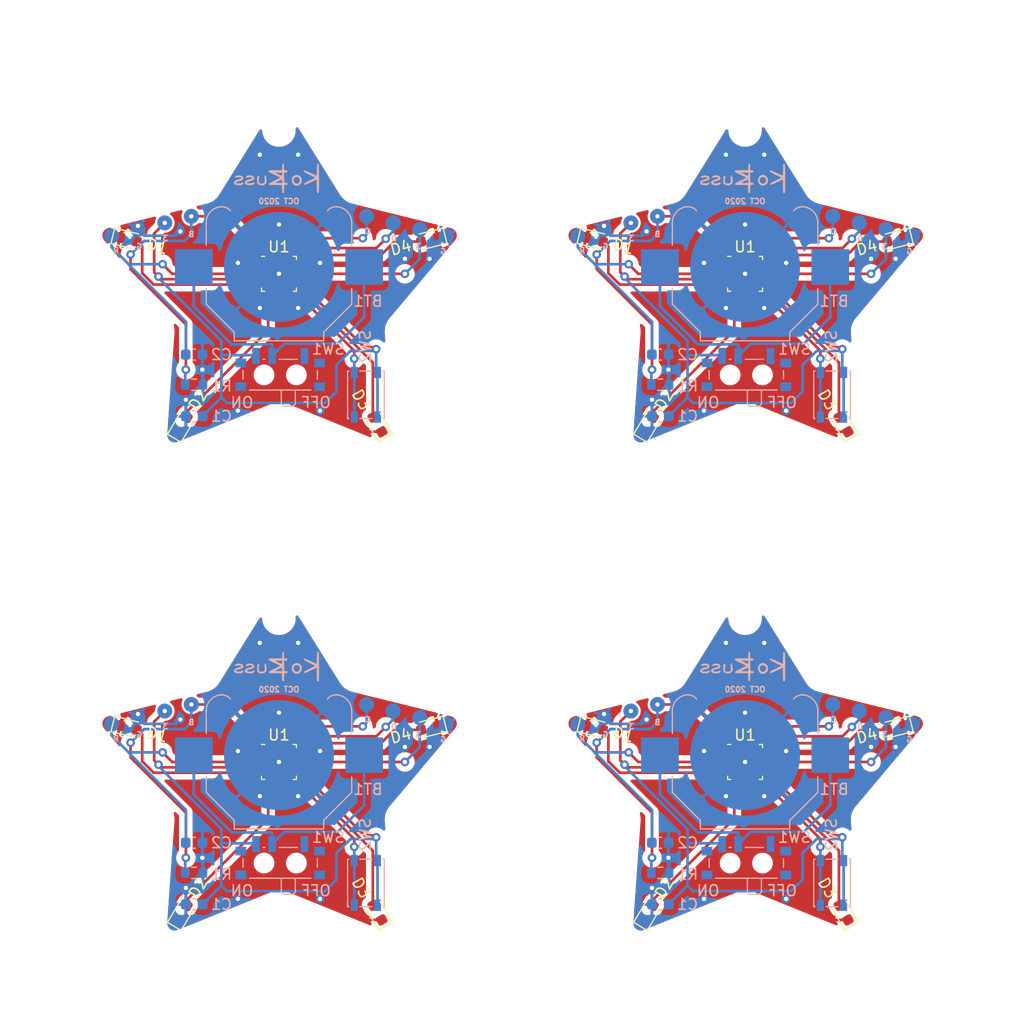
<source format=kicad_pcb>
(kicad_pcb (version 20171130) (host pcbnew 5.1.7-a382d34a8~87~ubuntu20.04.1)
  (layers (0 F.Cu signal) (31 B.Cu signal) (34 B.Paste user) (35 F.Paste user) (36 B.SilkS user) (37 F.SilkS user) (38 B.Mask user) (39 F.Mask user) (44 Edge.Cuts user))
  (net 0 "")
  (net 1 "Net-(U1-Pad10)")
  (net 2 "Net-(U1-Pad9)")
  (net 3 "Net-(U1-Pad8)")
  (net 4 GND)
  (net 5 +BATT)
  (net 6 "Net-(SW1-Pad1)")
  (net 7 +3V0)
  (net 8 LED0)
  (net 9 LED1)
  (net 10 LED2)
  (net 11 LED3)
  (net 12 SWCLK)
  (net 13 SWDIO)
  (net 14 "Net-(J2-Pad1)")
  (net 15 SWITCH)
  (net 16 "Net-(U1-Pad14)")
  (net 17 "Net-(C2-Pad2)")
  (net 18 "Net-(U1-Pad19)")
  (net 19 "Net-(U1-Pad2)")
  (net 20 "Net-(U1-Pad1)")
  (net 21 "Net-(U1-Pad18)")
  (module LED_SMD:LED_0603_1608Metric (layer F.Cu) (at 83.0912 67.5129 194)
    (fp_text reference D4 (at 2.772123 -0.09416 14) (layer F.SilkS))
    (fp_text value LED)
    (pad 1 smd roundrect (at -0.7875 0 194) (size 0.875 0.95) (layers F.Cu F.Paste F.Mask) (net 4 GND))
    (pad 2 smd roundrect (at 0.7875 0 194) (size 0.875 0.95) (layers F.Cu F.Paste F.Mask) (net 11 LED3))
  )
  (module LED_SMD:LED_0603_1608Metric (layer F.Cu) (at 39.8488 67.5129 194)
    (fp_text reference D4 (at 2.772123 -0.09416 14) (layer F.SilkS))
    (fp_text value LED)
    (pad 1 smd roundrect (at -0.7875 0 194) (size 0.875 0.95) (layers F.Cu F.Paste F.Mask) (net 4 GND))
    (pad 2 smd roundrect (at 0.7875 0 194) (size 0.875 0.95) (layers F.Cu F.Paste F.Mask) (net 11 LED3))
  )
  (module LED_SMD:LED_0603_1608Metric (layer F.Cu) (at 83.0912 22.2268 194)
    (fp_text reference D4 (at 2.772123 -0.09416 14) (layer F.SilkS))
    (fp_text value LED)
    (pad 1 smd roundrect (at -0.7875 0 194) (size 0.875 0.95) (layers F.Cu F.Paste F.Mask) (net 4 GND))
    (pad 2 smd roundrect (at 0.7875 0 194) (size 0.875 0.95) (layers F.Cu F.Paste F.Mask) (net 11 LED3))
  )
  (module MountingHole:MountingHole_2.1mm (layer B.Cu) (at 69.1212 57.3529)
    (fp_text reference H1 hide)
    (fp_text value MountingHole)
    (pad "" np_thru_hole circle (at 0 0) (size 2.1 2.1) (drill 2.1) (layers *.Cu *.Mask))
  )
  (module MountingHole:MountingHole_2.1mm (layer B.Cu) (at 25.8788 57.3529)
    (fp_text reference H1 hide)
    (fp_text value MountingHole)
    (pad "" np_thru_hole circle (at 0 0) (size 2.1 2.1) (drill 2.1) (layers *.Cu *.Mask))
  )
  (module MountingHole:MountingHole_2.1mm (layer B.Cu) (at 69.1212 12.0668)
    (fp_text reference H1 hide)
    (fp_text value MountingHole)
    (pad "" np_thru_hole circle (at 0 0) (size 2.1 2.1) (drill 2.1) (layers *.Cu *.Mask))
  )
  (module LED_SMD:LED_0603_1608Metric (layer F.Cu) (at 60.173858 84.669879 59)
    (fp_text reference D2 (at 2.718794 0.063068 59) (layer F.SilkS))
    (fp_text value LED)
    (pad 1 smd roundrect (at -0.7875 0 59) (size 0.875 0.95) (layers F.Cu F.Paste F.Mask) (net 4 GND))
    (pad 2 smd roundrect (at 0.7875 0 59) (size 0.875 0.95) (layers F.Cu F.Paste F.Mask) (net 9 LED1))
  )
  (module LED_SMD:LED_0603_1608Metric (layer F.Cu) (at 16.931458 84.669879 59)
    (fp_text reference D2 (at 2.718794 0.063068 59) (layer F.SilkS))
    (fp_text value LED)
    (pad 1 smd roundrect (at -0.7875 0 59) (size 0.875 0.95) (layers F.Cu F.Paste F.Mask) (net 4 GND))
    (pad 2 smd roundrect (at 0.7875 0 59) (size 0.875 0.95) (layers F.Cu F.Paste F.Mask) (net 9 LED1))
  )
  (module LED_SMD:LED_0603_1608Metric (layer F.Cu) (at 60.173858 39.383779 59)
    (fp_text reference D2 (at 2.718794 0.063068 59) (layer F.SilkS))
    (fp_text value LED)
    (pad 1 smd roundrect (at -0.7875 0 59) (size 0.875 0.95) (layers F.Cu F.Paste F.Mask) (net 4 GND))
    (pad 2 smd roundrect (at 0.7875 0 59) (size 0.875 0.95) (layers F.Cu F.Paste F.Mask) (net 9 LED1))
  )
  (module Capacitor_SMD:C_0603_1608Metric (layer B.Cu) (at 61.2602 83.8959 180)
    (fp_text reference C1 (at -2.527 0) (layer B.SilkS) (effects (justify mirror)))
    (fp_text value 10uF)
    (pad 1 smd roundrect (at -0.775 0 180) (size 0.9 0.95) (layers B.Cu B.Paste B.Mask) (net 7 +3V0))
    (pad 2 smd roundrect (at 0.775 0 180) (size 0.9 0.95) (layers B.Cu B.Paste B.Mask) (net 4 GND))
  )
  (module Capacitor_SMD:C_0603_1608Metric (layer B.Cu) (at 18.0178 83.8959 180)
    (fp_text reference C1 (at -2.527 0) (layer B.SilkS) (effects (justify mirror)))
    (fp_text value 10uF)
    (pad 1 smd roundrect (at -0.775 0 180) (size 0.9 0.95) (layers B.Cu B.Paste B.Mask) (net 7 +3V0))
    (pad 2 smd roundrect (at 0.775 0 180) (size 0.9 0.95) (layers B.Cu B.Paste B.Mask) (net 4 GND))
  )
  (module Capacitor_SMD:C_0603_1608Metric (layer B.Cu) (at 61.2602 38.6098 180)
    (fp_text reference C1 (at -2.527 0) (layer B.SilkS) (effects (justify mirror)))
    (fp_text value 10uF)
    (pad 1 smd roundrect (at -0.775 0 180) (size 0.9 0.95) (layers B.Cu B.Paste B.Mask) (net 7 +3V0))
    (pad 2 smd roundrect (at 0.775 0 180) (size 0.9 0.95) (layers B.Cu B.Paste B.Mask) (net 4 GND))
  )
  (module Resistor_SMD:R_0603_1608Metric (layer B.Cu) (at 61.2472 80.9749)
    (fp_text reference R1 (at 2.54 0.127) (layer B.SilkS) (effects (justify mirror)))
    (fp_text value 10k)
    (pad 1 smd roundrect (at -0.825 0) (size 0.8 0.95) (layers B.Cu B.Paste B.Mask) (net 14 "Net-(J2-Pad1)"))
    (pad 2 smd roundrect (at 0.825 0) (size 0.8 0.95) (layers B.Cu B.Paste B.Mask) (net 4 GND))
  )
  (module Resistor_SMD:R_0603_1608Metric (layer B.Cu) (at 18.0048 80.9749)
    (fp_text reference R1 (at 2.54 0.127) (layer B.SilkS) (effects (justify mirror)))
    (fp_text value 10k)
    (pad 1 smd roundrect (at -0.825 0) (size 0.8 0.95) (layers B.Cu B.Paste B.Mask) (net 14 "Net-(J2-Pad1)"))
    (pad 2 smd roundrect (at 0.825 0) (size 0.8 0.95) (layers B.Cu B.Paste B.Mask) (net 4 GND))
  )
  (module Resistor_SMD:R_0603_1608Metric (layer B.Cu) (at 61.2472 35.6888)
    (fp_text reference R1 (at 2.54 0.127) (layer B.SilkS) (effects (justify mirror)))
    (fp_text value 10k)
    (pad 1 smd roundrect (at -0.825 0) (size 0.8 0.95) (layers B.Cu B.Paste B.Mask) (net 14 "Net-(J2-Pad1)"))
    (pad 2 smd roundrect (at 0.825 0) (size 0.8 0.95) (layers B.Cu B.Paste B.Mask) (net 4 GND))
  )
  (module Capacitor_SMD:C_0603_1608Metric (layer B.Cu) (at 61.2472 78.1809 180)
    (fp_text reference C2 (at -2.54 0) (layer B.SilkS) (effects (justify mirror)))
    (fp_text value 100nF)
    (pad 1 smd roundrect (at -0.775 0 180) (size 0.9 0.95) (layers B.Cu B.Paste B.Mask) (net 4 GND))
    (pad 2 smd roundrect (at 0.775 0 180) (size 0.9 0.95) (layers B.Cu B.Paste B.Mask) (net 17 "Net-(C2-Pad2)"))
  )
  (module Capacitor_SMD:C_0603_1608Metric (layer B.Cu) (at 18.0048 78.1809 180)
    (fp_text reference C2 (at -2.54 0) (layer B.SilkS) (effects (justify mirror)))
    (fp_text value 100nF)
    (pad 1 smd roundrect (at -0.775 0 180) (size 0.9 0.95) (layers B.Cu B.Paste B.Mask) (net 4 GND))
    (pad 2 smd roundrect (at 0.775 0 180) (size 0.9 0.95) (layers B.Cu B.Paste B.Mask) (net 17 "Net-(C2-Pad2)"))
  )
  (module Capacitor_SMD:C_0603_1608Metric (layer B.Cu) (at 61.2472 32.8948 180)
    (fp_text reference C2 (at -2.54 0) (layer B.SilkS) (effects (justify mirror)))
    (fp_text value 100nF)
    (pad 1 smd roundrect (at -0.775 0 180) (size 0.9 0.95) (layers B.Cu B.Paste B.Mask) (net 4 GND))
    (pad 2 smd roundrect (at 0.775 0 180) (size 0.9 0.95) (layers B.Cu B.Paste B.Mask) (net 17 "Net-(C2-Pad2)"))
  )
  (module LED_SMD:LED_0603_1608Metric (layer F.Cu) (at 78.2652 84.6579 120)
    (fp_text reference D3 (at 2.741734 -0.176823 120) (layer F.SilkS))
    (fp_text value LED)
    (pad 1 smd roundrect (at -0.7875 0 120) (size 0.875 0.95) (layers F.Cu F.Paste F.Mask) (net 4 GND))
    (pad 2 smd roundrect (at 0.7875 0 120) (size 0.875 0.95) (layers F.Cu F.Paste F.Mask) (net 10 LED2))
  )
  (module LED_SMD:LED_0603_1608Metric (layer F.Cu) (at 35.0228 84.6579 120)
    (fp_text reference D3 (at 2.741734 -0.176823 120) (layer F.SilkS))
    (fp_text value LED)
    (pad 1 smd roundrect (at -0.7875 0 120) (size 0.875 0.95) (layers F.Cu F.Paste F.Mask) (net 4 GND))
    (pad 2 smd roundrect (at 0.7875 0 120) (size 0.875 0.95) (layers F.Cu F.Paste F.Mask) (net 10 LED2))
  )
  (module LED_SMD:LED_0603_1608Metric (layer F.Cu) (at 78.2652 39.3718 120)
    (fp_text reference D3 (at 2.741734 -0.176823 120) (layer F.SilkS))
    (fp_text value LED)
    (pad 1 smd roundrect (at -0.7875 0 120) (size 0.875 0.95) (layers F.Cu F.Paste F.Mask) (net 4 GND))
    (pad 2 smd roundrect (at 0.7875 0 120) (size 0.875 0.95) (layers F.Cu F.Paste F.Mask) (net 10 LED2))
  )
  (module kobuss:kobuss_name_s (layer B.Cu) (at 69.1212 62.0519 180)
    (fp_text reference Ref** hide)
    (fp_text value Val** hide)
  )
  (module kobuss:kobuss_name_s (layer B.Cu) (at 25.8788 62.0519 180)
    (fp_text reference Ref** hide)
    (fp_text value Val** hide)
  )
  (module kobuss:kobuss_name_s (layer B.Cu) (at 69.1212 16.7658 180)
    (fp_text reference Ref** hide)
    (fp_text value Val** hide)
  )
  (module LED_SMD:LED_0603_1608Metric (layer F.Cu) (at 55.1512 67.5129 346)
    (fp_text reference D1 (at 2.741399 -0.029068 166) (layer F.SilkS))
    (fp_text value LED)
    (pad 1 smd roundrect (at -0.7875 0 346) (size 0.875 0.95) (layers F.Cu F.Paste F.Mask) (net 4 GND))
    (pad 2 smd roundrect (at 0.7875 0 346) (size 0.875 0.95) (layers F.Cu F.Paste F.Mask) (net 8 LED0))
  )
  (module LED_SMD:LED_0603_1608Metric (layer F.Cu) (at 11.9088 67.5129 346)
    (fp_text reference D1 (at 2.741399 -0.029068 166) (layer F.SilkS))
    (fp_text value LED)
    (pad 1 smd roundrect (at -0.7875 0 346) (size 0.875 0.95) (layers F.Cu F.Paste F.Mask) (net 4 GND))
    (pad 2 smd roundrect (at 0.7875 0 346) (size 0.875 0.95) (layers F.Cu F.Paste F.Mask) (net 8 LED0))
  )
  (module LED_SMD:LED_0603_1608Metric (layer F.Cu) (at 55.1512 22.2268 346)
    (fp_text reference D1 (at 2.741399 -0.029068 166) (layer F.SilkS))
    (fp_text value LED)
    (pad 1 smd roundrect (at -0.7875 0 346) (size 0.875 0.95) (layers F.Cu F.Paste F.Mask) (net 4 GND))
    (pad 2 smd roundrect (at 0.7875 0 346) (size 0.875 0.95) (layers F.Cu F.Paste F.Mask) (net 8 LED0))
  )
  (module Button_Switch_SMD:SW_SPST_PTS810 (layer B.Cu) (at 77.1902 81.9069 90)
    (fp_text reference SW2 (at 4.488 -0.068 270) (layer B.SilkS) (effects (justify mirror)))
    (fp_text value SW_SPST)
    (pad 1 smd rect (at -2.075 1.075 90) (size 1.05 0.65) (layers B.Cu B.Paste B.Mask) (net 7 +3V0))
    (pad 1 smd rect (at 2.075 1.075 90) (size 1.05 0.65) (layers B.Cu B.Paste B.Mask) (net 7 +3V0))
    (pad 2 smd rect (at -2.075 -1.075 90) (size 1.05 0.65) (layers B.Cu B.Paste B.Mask) (net 15 SWITCH))
    (pad 2 smd rect (at 2.075 -1.075 90) (size 1.05 0.65) (layers B.Cu B.Paste B.Mask) (net 15 SWITCH))
  )
  (module Button_Switch_SMD:SW_SPST_PTS810 (layer B.Cu) (at 33.9478 81.9069 90)
    (fp_text reference SW2 (at 4.488 -0.068 270) (layer B.SilkS) (effects (justify mirror)))
    (fp_text value SW_SPST)
    (pad 1 smd rect (at -2.075 1.075 90) (size 1.05 0.65) (layers B.Cu B.Paste B.Mask) (net 7 +3V0))
    (pad 1 smd rect (at 2.075 1.075 90) (size 1.05 0.65) (layers B.Cu B.Paste B.Mask) (net 7 +3V0))
    (pad 2 smd rect (at -2.075 -1.075 90) (size 1.05 0.65) (layers B.Cu B.Paste B.Mask) (net 15 SWITCH))
    (pad 2 smd rect (at 2.075 -1.075 90) (size 1.05 0.65) (layers B.Cu B.Paste B.Mask) (net 15 SWITCH))
  )
  (module Button_Switch_SMD:SW_SPST_PTS810 (layer B.Cu) (at 77.1902 36.6208 90)
    (fp_text reference SW2 (at 4.488 -0.068 270) (layer B.SilkS) (effects (justify mirror)))
    (fp_text value SW_SPST)
    (pad 1 smd rect (at -2.075 1.075 90) (size 1.05 0.65) (layers B.Cu B.Paste B.Mask) (net 7 +3V0))
    (pad 1 smd rect (at 2.075 1.075 90) (size 1.05 0.65) (layers B.Cu B.Paste B.Mask) (net 7 +3V0))
    (pad 2 smd rect (at -2.075 -1.075 90) (size 1.05 0.65) (layers B.Cu B.Paste B.Mask) (net 15 SWITCH))
    (pad 2 smd rect (at 2.075 -1.075 90) (size 1.05 0.65) (layers B.Cu B.Paste B.Mask) (net 15 SWITCH))
  )
  (module Battery:BatteryHolder_Keystone_3000_1x12mm (layer B.Cu) (at 69.1212 70.0529)
    (fp_text reference BT1 (at 8.255 3.175) (layer B.SilkS) (effects (justify mirror)))
    (fp_text value Battery_Cell)
    (pad 1 smd rect (at -7.9 0) (size 3.5 3.3) (layers B.Cu B.Paste B.Mask) (net 5 +BATT))
    (pad 1 smd rect (at 7.9 0) (size 3.5 3.3) (layers B.Cu B.Paste B.Mask) (net 5 +BATT))
    (pad 2 smd circle (at 0 0) (size 10.2 10.2) (layers B.Cu B.Mask) (net 4 GND))
  )
  (module Battery:BatteryHolder_Keystone_3000_1x12mm (layer B.Cu) (at 25.8788 70.0529)
    (fp_text reference BT1 (at 8.255 3.175) (layer B.SilkS) (effects (justify mirror)))
    (fp_text value Battery_Cell)
    (pad 1 smd rect (at -7.9 0) (size 3.5 3.3) (layers B.Cu B.Paste B.Mask) (net 5 +BATT))
    (pad 1 smd rect (at 7.9 0) (size 3.5 3.3) (layers B.Cu B.Paste B.Mask) (net 5 +BATT))
    (pad 2 smd circle (at 0 0) (size 10.2 10.2) (layers B.Cu B.Mask) (net 4 GND))
  )
  (module Battery:BatteryHolder_Keystone_3000_1x12mm (layer B.Cu) (at 69.1212 24.7668)
    (fp_text reference BT1 (at 8.255 3.175) (layer B.SilkS) (effects (justify mirror)))
    (fp_text value Battery_Cell)
    (pad 1 smd rect (at -7.9 0) (size 3.5 3.3) (layers B.Cu B.Paste B.Mask) (net 5 +BATT))
    (pad 1 smd rect (at 7.9 0) (size 3.5 3.3) (layers B.Cu B.Paste B.Mask) (net 5 +BATT))
    (pad 2 smd circle (at 0 0) (size 10.2 10.2) (layers B.Cu B.Mask) (net 4 GND))
  )
  (module Button_Switch_SMD:SW_SPDT_PCM12 (layer B.Cu) (at 69.2362 79.7379 180)
    (fp_text reference SW1 (at -4.457 2.065) (layer B.SilkS) (effects (justify mirror)))
    (fp_text value SW_SPDT)
    (pad "" np_thru_hole circle (at -1.5 -0.33 180) (size 0.9 0.9) (drill 0.9) (layers *.Cu *.Mask))
    (pad "" np_thru_hole circle (at 1.5 -0.33 180) (size 0.9 0.9) (drill 0.9) (layers *.Cu *.Mask))
    (pad 1 smd rect (at -2.25 1.43 180) (size 0.7 1.5) (layers B.Cu B.Paste B.Mask) (net 6 "Net-(SW1-Pad1)"))
    (pad 2 smd rect (at 0.75 1.43 180) (size 0.7 1.5) (layers B.Cu B.Paste B.Mask) (net 5 +BATT))
    (pad 3 smd rect (at 2.25 1.43 180) (size 0.7 1.5) (layers B.Cu B.Paste B.Mask) (net 7 +3V0))
    (pad "" smd rect (at -3.65 -1.43 180) (size 1 0.8) (layers B.Cu B.Paste B.Mask))
    (pad "" smd rect (at 3.65 -1.43 180) (size 1 0.8) (layers B.Cu B.Paste B.Mask))
    (pad "" smd rect (at 3.65 0.78 180) (size 1 0.8) (layers B.Cu B.Paste B.Mask))
    (pad "" smd rect (at -3.65 0.78 180) (size 1 0.8) (layers B.Cu B.Paste B.Mask))
  )
  (module Button_Switch_SMD:SW_SPDT_PCM12 (layer B.Cu) (at 25.9938 79.7379 180)
    (fp_text reference SW1 (at -4.457 2.065) (layer B.SilkS) (effects (justify mirror)))
    (fp_text value SW_SPDT)
    (pad "" np_thru_hole circle (at -1.5 -0.33 180) (size 0.9 0.9) (drill 0.9) (layers *.Cu *.Mask))
    (pad "" np_thru_hole circle (at 1.5 -0.33 180) (size 0.9 0.9) (drill 0.9) (layers *.Cu *.Mask))
    (pad 1 smd rect (at -2.25 1.43 180) (size 0.7 1.5) (layers B.Cu B.Paste B.Mask) (net 6 "Net-(SW1-Pad1)"))
    (pad 2 smd rect (at 0.75 1.43 180) (size 0.7 1.5) (layers B.Cu B.Paste B.Mask) (net 5 +BATT))
    (pad 3 smd rect (at 2.25 1.43 180) (size 0.7 1.5) (layers B.Cu B.Paste B.Mask) (net 7 +3V0))
    (pad "" smd rect (at -3.65 -1.43 180) (size 1 0.8) (layers B.Cu B.Paste B.Mask))
    (pad "" smd rect (at 3.65 -1.43 180) (size 1 0.8) (layers B.Cu B.Paste B.Mask))
    (pad "" smd rect (at 3.65 0.78 180) (size 1 0.8) (layers B.Cu B.Paste B.Mask))
    (pad "" smd rect (at -3.65 0.78 180) (size 1 0.8) (layers B.Cu B.Paste B.Mask))
  )
  (module Button_Switch_SMD:SW_SPDT_PCM12 (layer B.Cu) (at 69.2362 34.4518 180)
    (fp_text reference SW1 (at -4.457 2.065) (layer B.SilkS) (effects (justify mirror)))
    (fp_text value SW_SPDT)
    (pad "" np_thru_hole circle (at -1.5 -0.33 180) (size 0.9 0.9) (drill 0.9) (layers *.Cu *.Mask))
    (pad "" np_thru_hole circle (at 1.5 -0.33 180) (size 0.9 0.9) (drill 0.9) (layers *.Cu *.Mask))
    (pad 1 smd rect (at -2.25 1.43 180) (size 0.7 1.5) (layers B.Cu B.Paste B.Mask) (net 6 "Net-(SW1-Pad1)"))
    (pad 2 smd rect (at 0.75 1.43 180) (size 0.7 1.5) (layers B.Cu B.Paste B.Mask) (net 5 +BATT))
    (pad 3 smd rect (at 2.25 1.43 180) (size 0.7 1.5) (layers B.Cu B.Paste B.Mask) (net 7 +3V0))
    (pad "" smd rect (at -3.65 -1.43 180) (size 1 0.8) (layers B.Cu B.Paste B.Mask))
    (pad "" smd rect (at 3.65 -1.43 180) (size 1 0.8) (layers B.Cu B.Paste B.Mask))
    (pad "" smd rect (at 3.65 0.78 180) (size 1 0.8) (layers B.Cu B.Paste B.Mask))
    (pad "" smd rect (at -3.65 0.78 180) (size 1 0.8) (layers B.Cu B.Paste B.Mask))
  )
  (module Package_DFN_QFN:ST_UFQFPN-20_3x3mm_P0.5mm (layer F.Cu) (at 69.1212 70.6879)
    (fp_text reference U1 (at 0 -2.5) (layer F.SilkS))
    (fp_text value STM32L011F4Ux)
    (pad 1 smd custom (at -1.475 -1) (size 0.35 0.3) (layers F.Cu F.Paste F.Mask) (net 20 "Net-(U1-Pad1)") (options (clearance outline) (anchor rect)) (primitives (gr_poly (pts (xy 0.175 -0.15) (xy 0.325 0) (xy 0.325 0.15) (xy 0.175 0.15)) (width 0))))
    (pad 2 smd rect (at -1.3 -0.5) (size 0.7 0.3) (layers F.Cu F.Paste F.Mask) (net 19 "Net-(U1-Pad2)"))
    (pad 3 smd rect (at -1.3 0) (size 0.7 0.3) (layers F.Cu F.Paste F.Mask) (net 17 "Net-(C2-Pad2)"))
    (pad 4 smd rect (at -1.3 0.5) (size 0.7 0.3) (layers F.Cu F.Paste F.Mask) (net 7 +3V0))
    (pad 5 smd custom (at -1.475 1) (size 0.35 0.3) (layers F.Cu F.Paste F.Mask) (net 8 LED0) (options (clearance outline) (anchor rect)) (primitives (gr_poly (pts (xy 0.175 0.15) (xy 0.325 0) (xy 0.325 -0.15) (xy 0.175 -0.15)) (width 0))))
    (pad 6 smd custom (at -1 1.475) (size 0.3 0.35) (layers F.Cu F.Paste F.Mask) (net 9 LED1) (options (clearance outline) (anchor rect)) (primitives (gr_poly (pts (xy -0.15 -0.175) (xy 0 -0.325) (xy 0.15 -0.325) (xy 0.15 -0.175)) (width 0))))
    (pad 7 smd rect (at -0.5 1.3) (size 0.3 0.7) (layers F.Cu F.Paste F.Mask) (net 15 SWITCH))
    (pad 8 smd rect (at 0 1.3) (size 0.3 0.7) (layers F.Cu F.Paste F.Mask) (net 3 "Net-(U1-Pad8)"))
    (pad 9 smd rect (at 0.5 1.3) (size 0.3 0.7) (layers F.Cu F.Paste F.Mask) (net 2 "Net-(U1-Pad9)"))
    (pad 10 smd custom (at 1 1.475) (size 0.3 0.35) (layers F.Cu F.Paste F.Mask) (net 1 "Net-(U1-Pad10)") (options (clearance outline) (anchor rect)) (primitives (gr_poly (pts (xy 0.15 -0.175) (xy 0 -0.325) (xy -0.15 -0.325) (xy -0.15 -0.175)) (width 0))))
    (pad 11 smd custom (at 1.475 1) (size 0.35 0.3) (layers F.Cu F.Paste F.Mask) (net 10 LED2) (options (clearance outline) (anchor rect)) (primitives (gr_poly (pts (xy -0.175 0.15) (xy -0.325 0) (xy -0.325 -0.15) (xy -0.175 -0.15)) (width 0))))
    (pad 12 smd rect (at 1.3 0.5) (size 0.7 0.3) (layers F.Cu F.Paste F.Mask) (net 4 GND))
    (pad 13 smd rect (at 1.3 0) (size 0.7 0.3) (layers F.Cu F.Paste F.Mask) (net 7 +3V0))
    (pad 14 smd rect (at 1.3 -0.5) (size 0.7 0.3) (layers F.Cu F.Paste F.Mask) (net 16 "Net-(U1-Pad14)"))
    (pad 15 smd custom (at 1.475 -1) (size 0.35 0.3) (layers F.Cu F.Paste F.Mask) (net 11 LED3) (options (clearance outline) (anchor rect)) (primitives (gr_poly (pts (xy -0.175 -0.15) (xy -0.325 0) (xy -0.325 0.15) (xy -0.175 0.15)) (width 0))))
    (pad 16 smd custom (at 1 -1.475) (size 0.3 0.35) (layers F.Cu F.Paste F.Mask) (net 13 SWDIO) (options (clearance outline) (anchor rect)) (primitives (gr_poly (pts (xy 0.15 0.175) (xy 0 0.325) (xy -0.15 0.325) (xy -0.15 0.175)) (width 0))))
    (pad 17 smd rect (at 0.5 -1.3) (size 0.3 0.7) (layers F.Cu F.Paste F.Mask) (net 12 SWCLK))
    (pad 18 smd rect (at 0 -1.3) (size 0.3 0.7) (layers F.Cu F.Paste F.Mask) (net 21 "Net-(U1-Pad18)"))
    (pad 19 smd rect (at -0.5 -1.3) (size 0.3 0.7) (layers F.Cu F.Paste F.Mask) (net 18 "Net-(U1-Pad19)"))
    (pad 20 smd custom (at -1 -1.475) (size 0.3 0.35) (layers F.Cu F.Paste F.Mask) (net 14 "Net-(J2-Pad1)") (options (clearance outline) (anchor rect)) (primitives (gr_poly (pts (xy -0.15 0.175) (xy 0 0.325) (xy 0.15 0.325) (xy 0.15 0.175)) (width 0))))
  )
  (module Package_DFN_QFN:ST_UFQFPN-20_3x3mm_P0.5mm (layer F.Cu) (at 25.8788 70.6879)
    (fp_text reference U1 (at 0 -2.5) (layer F.SilkS))
    (fp_text value STM32L011F4Ux)
    (pad 1 smd custom (at -1.475 -1) (size 0.35 0.3) (layers F.Cu F.Paste F.Mask) (net 20 "Net-(U1-Pad1)") (options (clearance outline) (anchor rect)) (primitives (gr_poly (pts (xy 0.175 -0.15) (xy 0.325 0) (xy 0.325 0.15) (xy 0.175 0.15)) (width 0))))
    (pad 2 smd rect (at -1.3 -0.5) (size 0.7 0.3) (layers F.Cu F.Paste F.Mask) (net 19 "Net-(U1-Pad2)"))
    (pad 3 smd rect (at -1.3 0) (size 0.7 0.3) (layers F.Cu F.Paste F.Mask) (net 17 "Net-(C2-Pad2)"))
    (pad 4 smd rect (at -1.3 0.5) (size 0.7 0.3) (layers F.Cu F.Paste F.Mask) (net 7 +3V0))
    (pad 5 smd custom (at -1.475 1) (size 0.35 0.3) (layers F.Cu F.Paste F.Mask) (net 8 LED0) (options (clearance outline) (anchor rect)) (primitives (gr_poly (pts (xy 0.175 0.15) (xy 0.325 0) (xy 0.325 -0.15) (xy 0.175 -0.15)) (width 0))))
    (pad 6 smd custom (at -1 1.475) (size 0.3 0.35) (layers F.Cu F.Paste F.Mask) (net 9 LED1) (options (clearance outline) (anchor rect)) (primitives (gr_poly (pts (xy -0.15 -0.175) (xy 0 -0.325) (xy 0.15 -0.325) (xy 0.15 -0.175)) (width 0))))
    (pad 7 smd rect (at -0.5 1.3) (size 0.3 0.7) (layers F.Cu F.Paste F.Mask) (net 15 SWITCH))
    (pad 8 smd rect (at 0 1.3) (size 0.3 0.7) (layers F.Cu F.Paste F.Mask) (net 3 "Net-(U1-Pad8)"))
    (pad 9 smd rect (at 0.5 1.3) (size 0.3 0.7) (layers F.Cu F.Paste F.Mask) (net 2 "Net-(U1-Pad9)"))
    (pad 10 smd custom (at 1 1.475) (size 0.3 0.35) (layers F.Cu F.Paste F.Mask) (net 1 "Net-(U1-Pad10)") (options (clearance outline) (anchor rect)) (primitives (gr_poly (pts (xy 0.15 -0.175) (xy 0 -0.325) (xy -0.15 -0.325) (xy -0.15 -0.175)) (width 0))))
    (pad 11 smd custom (at 1.475 1) (size 0.35 0.3) (layers F.Cu F.Paste F.Mask) (net 10 LED2) (options (clearance outline) (anchor rect)) (primitives (gr_poly (pts (xy -0.175 0.15) (xy -0.325 0) (xy -0.325 -0.15) (xy -0.175 -0.15)) (width 0))))
    (pad 12 smd rect (at 1.3 0.5) (size 0.7 0.3) (layers F.Cu F.Paste F.Mask) (net 4 GND))
    (pad 13 smd rect (at 1.3 0) (size 0.7 0.3) (layers F.Cu F.Paste F.Mask) (net 7 +3V0))
    (pad 14 smd rect (at 1.3 -0.5) (size 0.7 0.3) (layers F.Cu F.Paste F.Mask) (net 16 "Net-(U1-Pad14)"))
    (pad 15 smd custom (at 1.475 -1) (size 0.35 0.3) (layers F.Cu F.Paste F.Mask) (net 11 LED3) (options (clearance outline) (anchor rect)) (primitives (gr_poly (pts (xy -0.175 -0.15) (xy -0.325 0) (xy -0.325 0.15) (xy -0.175 0.15)) (width 0))))
    (pad 16 smd custom (at 1 -1.475) (size 0.3 0.35) (layers F.Cu F.Paste F.Mask) (net 13 SWDIO) (options (clearance outline) (anchor rect)) (primitives (gr_poly (pts (xy 0.15 0.175) (xy 0 0.325) (xy -0.15 0.325) (xy -0.15 0.175)) (width 0))))
    (pad 17 smd rect (at 0.5 -1.3) (size 0.3 0.7) (layers F.Cu F.Paste F.Mask) (net 12 SWCLK))
    (pad 18 smd rect (at 0 -1.3) (size 0.3 0.7) (layers F.Cu F.Paste F.Mask) (net 21 "Net-(U1-Pad18)"))
    (pad 19 smd rect (at -0.5 -1.3) (size 0.3 0.7) (layers F.Cu F.Paste F.Mask) (net 18 "Net-(U1-Pad19)"))
    (pad 20 smd custom (at -1 -1.475) (size 0.3 0.35) (layers F.Cu F.Paste F.Mask) (net 14 "Net-(J2-Pad1)") (options (clearance outline) (anchor rect)) (primitives (gr_poly (pts (xy -0.15 0.175) (xy 0 0.325) (xy 0.15 0.325) (xy 0.15 0.175)) (width 0))))
  )
  (module Package_DFN_QFN:ST_UFQFPN-20_3x3mm_P0.5mm (layer F.Cu) (at 69.1212 25.4018)
    (fp_text reference U1 (at 0 -2.5) (layer F.SilkS))
    (fp_text value STM32L011F4Ux)
    (pad 1 smd custom (at -1.475 -1) (size 0.35 0.3) (layers F.Cu F.Paste F.Mask) (net 20 "Net-(U1-Pad1)") (options (clearance outline) (anchor rect)) (primitives (gr_poly (pts (xy 0.175 -0.15) (xy 0.325 0) (xy 0.325 0.15) (xy 0.175 0.15)) (width 0))))
    (pad 2 smd rect (at -1.3 -0.5) (size 0.7 0.3) (layers F.Cu F.Paste F.Mask) (net 19 "Net-(U1-Pad2)"))
    (pad 3 smd rect (at -1.3 0) (size 0.7 0.3) (layers F.Cu F.Paste F.Mask) (net 17 "Net-(C2-Pad2)"))
    (pad 4 smd rect (at -1.3 0.5) (size 0.7 0.3) (layers F.Cu F.Paste F.Mask) (net 7 +3V0))
    (pad 5 smd custom (at -1.475 1) (size 0.35 0.3) (layers F.Cu F.Paste F.Mask) (net 8 LED0) (options (clearance outline) (anchor rect)) (primitives (gr_poly (pts (xy 0.175 0.15) (xy 0.325 0) (xy 0.325 -0.15) (xy 0.175 -0.15)) (width 0))))
    (pad 6 smd custom (at -1 1.475) (size 0.3 0.35) (layers F.Cu F.Paste F.Mask) (net 9 LED1) (options (clearance outline) (anchor rect)) (primitives (gr_poly (pts (xy -0.15 -0.175) (xy 0 -0.325) (xy 0.15 -0.325) (xy 0.15 -0.175)) (width 0))))
    (pad 7 smd rect (at -0.5 1.3) (size 0.3 0.7) (layers F.Cu F.Paste F.Mask) (net 15 SWITCH))
    (pad 8 smd rect (at 0 1.3) (size 0.3 0.7) (layers F.Cu F.Paste F.Mask) (net 3 "Net-(U1-Pad8)"))
    (pad 9 smd rect (at 0.5 1.3) (size 0.3 0.7) (layers F.Cu F.Paste F.Mask) (net 2 "Net-(U1-Pad9)"))
    (pad 10 smd custom (at 1 1.475) (size 0.3 0.35) (layers F.Cu F.Paste F.Mask) (net 1 "Net-(U1-Pad10)") (options (clearance outline) (anchor rect)) (primitives (gr_poly (pts (xy 0.15 -0.175) (xy 0 -0.325) (xy -0.15 -0.325) (xy -0.15 -0.175)) (width 0))))
    (pad 11 smd custom (at 1.475 1) (size 0.35 0.3) (layers F.Cu F.Paste F.Mask) (net 10 LED2) (options (clearance outline) (anchor rect)) (primitives (gr_poly (pts (xy -0.175 0.15) (xy -0.325 0) (xy -0.325 -0.15) (xy -0.175 -0.15)) (width 0))))
    (pad 12 smd rect (at 1.3 0.5) (size 0.7 0.3) (layers F.Cu F.Paste F.Mask) (net 4 GND))
    (pad 13 smd rect (at 1.3 0) (size 0.7 0.3) (layers F.Cu F.Paste F.Mask) (net 7 +3V0))
    (pad 14 smd rect (at 1.3 -0.5) (size 0.7 0.3) (layers F.Cu F.Paste F.Mask) (net 16 "Net-(U1-Pad14)"))
    (pad 15 smd custom (at 1.475 -1) (size 0.35 0.3) (layers F.Cu F.Paste F.Mask) (net 11 LED3) (options (clearance outline) (anchor rect)) (primitives (gr_poly (pts (xy -0.175 -0.15) (xy -0.325 0) (xy -0.325 0.15) (xy -0.175 0.15)) (width 0))))
    (pad 16 smd custom (at 1 -1.475) (size 0.3 0.35) (layers F.Cu F.Paste F.Mask) (net 13 SWDIO) (options (clearance outline) (anchor rect)) (primitives (gr_poly (pts (xy 0.15 0.175) (xy 0 0.325) (xy -0.15 0.325) (xy -0.15 0.175)) (width 0))))
    (pad 17 smd rect (at 0.5 -1.3) (size 0.3 0.7) (layers F.Cu F.Paste F.Mask) (net 12 SWCLK))
    (pad 18 smd rect (at 0 -1.3) (size 0.3 0.7) (layers F.Cu F.Paste F.Mask) (net 21 "Net-(U1-Pad18)"))
    (pad 19 smd rect (at -0.5 -1.3) (size 0.3 0.7) (layers F.Cu F.Paste F.Mask) (net 18 "Net-(U1-Pad19)"))
    (pad 20 smd custom (at -1 -1.475) (size 0.3 0.35) (layers F.Cu F.Paste F.Mask) (net 14 "Net-(J2-Pad1)") (options (clearance outline) (anchor rect)) (primitives (gr_poly (pts (xy -0.15 0.175) (xy 0 0.325) (xy 0.15 0.325) (xy 0.15 0.175)) (width 0))))
  )
  (module kobuss:TestPoint_4Pads_Pitch2.54mm (layer B.Cu) (at 60.9932 65.3539 193.9)
    (fp_text reference J2 hide)
    (fp_text value Conn_01x04_Pad)
    (pad 1 smd circle (at 0 0 193.9) (size 1.4 1.4) (layers B.Cu B.Mask) (net 14 "Net-(J2-Pad1)"))
    (pad 2 smd circle (at 2.54 0 193.9) (size 1.4 1.4) (layers B.Cu B.Mask) (net 7 +3V0))
    (pad 4 smd circle (at 7.62 0 193.9) (size 1.4 1.4) (layers B.Cu B.Mask) (net 17 "Net-(C2-Pad2)"))
    (pad 3 smd circle (at 5.08 0 193.9) (size 1.4 1.4) (layers B.Cu B.Mask) (net 4 GND))
  )
  (module kobuss:TestPoint_4Pads_Pitch2.54mm (layer B.Cu) (at 17.7508 65.3539 193.9)
    (fp_text reference J2 hide)
    (fp_text value Conn_01x04_Pad)
    (pad 1 smd circle (at 0 0 193.9) (size 1.4 1.4) (layers B.Cu B.Mask) (net 14 "Net-(J2-Pad1)"))
    (pad 2 smd circle (at 2.54 0 193.9) (size 1.4 1.4) (layers B.Cu B.Mask) (net 7 +3V0))
    (pad 4 smd circle (at 7.62 0 193.9) (size 1.4 1.4) (layers B.Cu B.Mask) (net 17 "Net-(C2-Pad2)"))
    (pad 3 smd circle (at 5.08 0 193.9) (size 1.4 1.4) (layers B.Cu B.Mask) (net 4 GND))
  )
  (module kobuss:TestPoint_4Pads_Pitch2.54mm (layer B.Cu) (at 60.9932 20.0678 193.9)
    (fp_text reference J2 hide)
    (fp_text value Conn_01x04_Pad)
    (pad 1 smd circle (at 0 0 193.9) (size 1.4 1.4) (layers B.Cu B.Mask) (net 14 "Net-(J2-Pad1)"))
    (pad 2 smd circle (at 2.54 0 193.9) (size 1.4 1.4) (layers B.Cu B.Mask) (net 7 +3V0))
    (pad 4 smd circle (at 7.62 0 193.9) (size 1.4 1.4) (layers B.Cu B.Mask) (net 17 "Net-(C2-Pad2)"))
    (pad 3 smd circle (at 5.08 0 193.9) (size 1.4 1.4) (layers B.Cu B.Mask) (net 4 GND))
  )
  (module kobuss:TestPoint_4Pads_Pitch2.54mm (layer B.Cu) (at 77.2492 65.3539 346.1)
    (fp_text reference J1 hide)
    (fp_text value Conn_01x04_Pad)
    (pad 1 smd circle (at 0 0 346.1) (size 1.4 1.4) (layers B.Cu B.Mask) (net 12 SWCLK))
    (pad 2 smd circle (at 2.54 0 346.1) (size 1.4 1.4) (layers B.Cu B.Mask) (net 13 SWDIO))
    (pad 4 smd circle (at 7.62 0 346.1) (size 1.4 1.4) (layers B.Cu B.Mask) (net 4 GND))
    (pad 3 smd circle (at 5.08 0 346.1) (size 1.4 1.4) (layers B.Cu B.Mask) (net 7 +3V0))
  )
  (module kobuss:TestPoint_4Pads_Pitch2.54mm (layer B.Cu) (at 34.0068 65.3539 346.1)
    (fp_text reference J1 hide)
    (fp_text value Conn_01x04_Pad)
    (pad 1 smd circle (at 0 0 346.1) (size 1.4 1.4) (layers B.Cu B.Mask) (net 12 SWCLK))
    (pad 2 smd circle (at 2.54 0 346.1) (size 1.4 1.4) (layers B.Cu B.Mask) (net 13 SWDIO))
    (pad 4 smd circle (at 7.62 0 346.1) (size 1.4 1.4) (layers B.Cu B.Mask) (net 4 GND))
    (pad 3 smd circle (at 5.08 0 346.1) (size 1.4 1.4) (layers B.Cu B.Mask) (net 7 +3V0))
  )
  (module kobuss:TestPoint_4Pads_Pitch2.54mm (layer B.Cu) (at 77.2492 20.0678 346.1)
    (fp_text reference J1 hide)
    (fp_text value Conn_01x04_Pad)
    (pad 1 smd circle (at 0 0 346.1) (size 1.4 1.4) (layers B.Cu B.Mask) (net 12 SWCLK))
    (pad 2 smd circle (at 2.54 0 346.1) (size 1.4 1.4) (layers B.Cu B.Mask) (net 13 SWDIO))
    (pad 4 smd circle (at 7.62 0 346.1) (size 1.4 1.4) (layers B.Cu B.Mask) (net 4 GND))
    (pad 3 smd circle (at 5.08 0 346.1) (size 1.4 1.4) (layers B.Cu B.Mask) (net 7 +3V0))
  )
  (module kobuss:1_6_mm_tab (layer F.Cu) (at 55.7867 64.41 13.9)
    (fp_text reference REF** hide)
    (fp_text value 1_6_mm_tab hide)
    (pad "" np_thru_hole circle (at -1.0414 0.7874 13.9) (size 0.4572 0.4572) (drill 0.4572) (layers *.Cu *.Mask))
    (pad "" np_thru_hole circle (at -0.3556 0.7874 13.9) (size 0.4572 0.4572) (drill 0.4572) (layers *.Cu *.Mask))
    (pad "" np_thru_hole circle (at 0.3556 0.7874 13.9) (size 0.4572 0.4572) (drill 0.4572) (layers *.Cu *.Mask))
    (pad "" np_thru_hole circle (at 1.0414 0.7874 13.9) (size 0.4572 0.4572) (drill 0.4572) (layers *.Cu *.Mask))
    (pad "" np_thru_hole circle (at -1.0414 -0.7874 13.9) (size 0.4572 0.4572) (drill 0.4572) (layers *.Cu *.Mask))
    (pad "" np_thru_hole circle (at 0.3556 -0.7874 13.9) (size 0.4572 0.4572) (drill 0.4572) (layers *.Cu *.Mask))
    (pad "" np_thru_hole circle (at -0.3556 -0.7874 13.9) (size 0.4572 0.4572) (drill 0.4572) (layers *.Cu *.Mask))
    (pad "" np_thru_hole circle (at 1.0414 -0.7874 13.9) (size 0.4572 0.4572) (drill 0.4572) (layers *.Cu *.Mask))
  )
  (module kobuss:1_6_mm_tab (layer F.Cu) (at 12.5443 64.41 13.9)
    (fp_text reference REF** hide)
    (fp_text value 1_6_mm_tab hide)
    (pad "" np_thru_hole circle (at -1.0414 0.7874 13.9) (size 0.4572 0.4572) (drill 0.4572) (layers *.Cu *.Mask))
    (pad "" np_thru_hole circle (at -0.3556 0.7874 13.9) (size 0.4572 0.4572) (drill 0.4572) (layers *.Cu *.Mask))
    (pad "" np_thru_hole circle (at 0.3556 0.7874 13.9) (size 0.4572 0.4572) (drill 0.4572) (layers *.Cu *.Mask))
    (pad "" np_thru_hole circle (at 1.0414 0.7874 13.9) (size 0.4572 0.4572) (drill 0.4572) (layers *.Cu *.Mask))
    (pad "" np_thru_hole circle (at -1.0414 -0.7874 13.9) (size 0.4572 0.4572) (drill 0.4572) (layers *.Cu *.Mask))
    (pad "" np_thru_hole circle (at 0.3556 -0.7874 13.9) (size 0.4572 0.4572) (drill 0.4572) (layers *.Cu *.Mask))
    (pad "" np_thru_hole circle (at -0.3556 -0.7874 13.9) (size 0.4572 0.4572) (drill 0.4572) (layers *.Cu *.Mask))
    (pad "" np_thru_hole circle (at 1.0414 -0.7874 13.9) (size 0.4572 0.4572) (drill 0.4572) (layers *.Cu *.Mask))
  )
  (module kobuss:1_6_mm_tab (layer F.Cu) (at 55.7867 19.1239 13.9)
    (fp_text reference REF** hide)
    (fp_text value 1_6_mm_tab hide)
    (pad "" np_thru_hole circle (at -1.0414 0.7874 13.9) (size 0.4572 0.4572) (drill 0.4572) (layers *.Cu *.Mask))
    (pad "" np_thru_hole circle (at -0.3556 0.7874 13.9) (size 0.4572 0.4572) (drill 0.4572) (layers *.Cu *.Mask))
    (pad "" np_thru_hole circle (at 0.3556 0.7874 13.9) (size 0.4572 0.4572) (drill 0.4572) (layers *.Cu *.Mask))
    (pad "" np_thru_hole circle (at 1.0414 0.7874 13.9) (size 0.4572 0.4572) (drill 0.4572) (layers *.Cu *.Mask))
    (pad "" np_thru_hole circle (at -1.0414 -0.7874 13.9) (size 0.4572 0.4572) (drill 0.4572) (layers *.Cu *.Mask))
    (pad "" np_thru_hole circle (at 0.3556 -0.7874 13.9) (size 0.4572 0.4572) (drill 0.4572) (layers *.Cu *.Mask))
    (pad "" np_thru_hole circle (at -0.3556 -0.7874 13.9) (size 0.4572 0.4572) (drill 0.4572) (layers *.Cu *.Mask))
    (pad "" np_thru_hole circle (at 1.0414 -0.7874 13.9) (size 0.4572 0.4572) (drill 0.4572) (layers *.Cu *.Mask))
  )
  (module kobuss:1_6_mm_tab (layer F.Cu) (at 62.9354 86.4113 22.1)
    (fp_text reference REF** hide)
    (fp_text value 1_6_mm_tab hide)
    (pad "" np_thru_hole circle (at 1.0414 -0.7874 22.1) (size 0.4572 0.4572) (drill 0.4572) (layers *.Cu *.Mask))
    (pad "" np_thru_hole circle (at -0.3556 -0.7874 22.1) (size 0.4572 0.4572) (drill 0.4572) (layers *.Cu *.Mask))
    (pad "" np_thru_hole circle (at 0.3556 -0.7874 22.1) (size 0.4572 0.4572) (drill 0.4572) (layers *.Cu *.Mask))
    (pad "" np_thru_hole circle (at -1.0414 -0.7874 22.1) (size 0.4572 0.4572) (drill 0.4572) (layers *.Cu *.Mask))
    (pad "" np_thru_hole circle (at 1.0414 0.7874 22.1) (size 0.4572 0.4572) (drill 0.4572) (layers *.Cu *.Mask))
    (pad "" np_thru_hole circle (at 0.3556 0.7874 22.1) (size 0.4572 0.4572) (drill 0.4572) (layers *.Cu *.Mask))
    (pad "" np_thru_hole circle (at -0.3556 0.7874 22.1) (size 0.4572 0.4572) (drill 0.4572) (layers *.Cu *.Mask))
    (pad "" np_thru_hole circle (at -1.0414 0.7874 22.1) (size 0.4572 0.4572) (drill 0.4572) (layers *.Cu *.Mask))
  )
  (module kobuss:1_6_mm_tab (layer F.Cu) (at 19.693 86.4113 22.1)
    (fp_text reference REF** hide)
    (fp_text value 1_6_mm_tab hide)
    (pad "" np_thru_hole circle (at 1.0414 -0.7874 22.1) (size 0.4572 0.4572) (drill 0.4572) (layers *.Cu *.Mask))
    (pad "" np_thru_hole circle (at -0.3556 -0.7874 22.1) (size 0.4572 0.4572) (drill 0.4572) (layers *.Cu *.Mask))
    (pad "" np_thru_hole circle (at 0.3556 -0.7874 22.1) (size 0.4572 0.4572) (drill 0.4572) (layers *.Cu *.Mask))
    (pad "" np_thru_hole circle (at -1.0414 -0.7874 22.1) (size 0.4572 0.4572) (drill 0.4572) (layers *.Cu *.Mask))
    (pad "" np_thru_hole circle (at 1.0414 0.7874 22.1) (size 0.4572 0.4572) (drill 0.4572) (layers *.Cu *.Mask))
    (pad "" np_thru_hole circle (at 0.3556 0.7874 22.1) (size 0.4572 0.4572) (drill 0.4572) (layers *.Cu *.Mask))
    (pad "" np_thru_hole circle (at -0.3556 0.7874 22.1) (size 0.4572 0.4572) (drill 0.4572) (layers *.Cu *.Mask))
    (pad "" np_thru_hole circle (at -1.0414 0.7874 22.1) (size 0.4572 0.4572) (drill 0.4572) (layers *.Cu *.Mask))
  )
  (module kobuss:1_6_mm_tab (layer F.Cu) (at 62.9354 41.1252 22.1)
    (fp_text reference REF** hide)
    (fp_text value 1_6_mm_tab hide)
    (pad "" np_thru_hole circle (at 1.0414 -0.7874 22.1) (size 0.4572 0.4572) (drill 0.4572) (layers *.Cu *.Mask))
    (pad "" np_thru_hole circle (at -0.3556 -0.7874 22.1) (size 0.4572 0.4572) (drill 0.4572) (layers *.Cu *.Mask))
    (pad "" np_thru_hole circle (at 0.3556 -0.7874 22.1) (size 0.4572 0.4572) (drill 0.4572) (layers *.Cu *.Mask))
    (pad "" np_thru_hole circle (at -1.0414 -0.7874 22.1) (size 0.4572 0.4572) (drill 0.4572) (layers *.Cu *.Mask))
    (pad "" np_thru_hole circle (at 1.0414 0.7874 22.1) (size 0.4572 0.4572) (drill 0.4572) (layers *.Cu *.Mask))
    (pad "" np_thru_hole circle (at 0.3556 0.7874 22.1) (size 0.4572 0.4572) (drill 0.4572) (layers *.Cu *.Mask))
    (pad "" np_thru_hole circle (at -0.3556 0.7874 22.1) (size 0.4572 0.4572) (drill 0.4572) (layers *.Cu *.Mask))
    (pad "" np_thru_hole circle (at -1.0414 0.7874 22.1) (size 0.4572 0.4572) (drill 0.4572) (layers *.Cu *.Mask))
  )
  (module kobuss:1_6_mm_tab (layer F.Cu) (at 75.307 86.4113 337.9)
    (fp_text reference REF** hide)
    (fp_text value 1_6_mm_tab hide)
    (pad "" np_thru_hole circle (at 1.0414 -0.7874 337.9) (size 0.4572 0.4572) (drill 0.4572) (layers *.Cu *.Mask))
    (pad "" np_thru_hole circle (at -0.3556 -0.7874 337.9) (size 0.4572 0.4572) (drill 0.4572) (layers *.Cu *.Mask))
    (pad "" np_thru_hole circle (at 0.3556 -0.7874 337.9) (size 0.4572 0.4572) (drill 0.4572) (layers *.Cu *.Mask))
    (pad "" np_thru_hole circle (at -1.0414 -0.7874 337.9) (size 0.4572 0.4572) (drill 0.4572) (layers *.Cu *.Mask))
    (pad "" np_thru_hole circle (at 1.0414 0.7874 337.9) (size 0.4572 0.4572) (drill 0.4572) (layers *.Cu *.Mask))
    (pad "" np_thru_hole circle (at 0.3556 0.7874 337.9) (size 0.4572 0.4572) (drill 0.4572) (layers *.Cu *.Mask))
    (pad "" np_thru_hole circle (at -0.3556 0.7874 337.9) (size 0.4572 0.4572) (drill 0.4572) (layers *.Cu *.Mask))
    (pad "" np_thru_hole circle (at -1.0414 0.7874 337.9) (size 0.4572 0.4572) (drill 0.4572) (layers *.Cu *.Mask))
  )
  (module kobuss:1_6_mm_tab (layer F.Cu) (at 32.0646 86.4113 337.9)
    (fp_text reference REF** hide)
    (fp_text value 1_6_mm_tab hide)
    (pad "" np_thru_hole circle (at 1.0414 -0.7874 337.9) (size 0.4572 0.4572) (drill 0.4572) (layers *.Cu *.Mask))
    (pad "" np_thru_hole circle (at -0.3556 -0.7874 337.9) (size 0.4572 0.4572) (drill 0.4572) (layers *.Cu *.Mask))
    (pad "" np_thru_hole circle (at 0.3556 -0.7874 337.9) (size 0.4572 0.4572) (drill 0.4572) (layers *.Cu *.Mask))
    (pad "" np_thru_hole circle (at -1.0414 -0.7874 337.9) (size 0.4572 0.4572) (drill 0.4572) (layers *.Cu *.Mask))
    (pad "" np_thru_hole circle (at 1.0414 0.7874 337.9) (size 0.4572 0.4572) (drill 0.4572) (layers *.Cu *.Mask))
    (pad "" np_thru_hole circle (at 0.3556 0.7874 337.9) (size 0.4572 0.4572) (drill 0.4572) (layers *.Cu *.Mask))
    (pad "" np_thru_hole circle (at -0.3556 0.7874 337.9) (size 0.4572 0.4572) (drill 0.4572) (layers *.Cu *.Mask))
    (pad "" np_thru_hole circle (at -1.0414 0.7874 337.9) (size 0.4572 0.4572) (drill 0.4572) (layers *.Cu *.Mask))
  )
  (module kobuss:1_6_mm_tab (layer F.Cu) (at 75.307 41.1252 337.9)
    (fp_text reference REF** hide)
    (fp_text value 1_6_mm_tab hide)
    (pad "" np_thru_hole circle (at 1.0414 -0.7874 337.9) (size 0.4572 0.4572) (drill 0.4572) (layers *.Cu *.Mask))
    (pad "" np_thru_hole circle (at -0.3556 -0.7874 337.9) (size 0.4572 0.4572) (drill 0.4572) (layers *.Cu *.Mask))
    (pad "" np_thru_hole circle (at 0.3556 -0.7874 337.9) (size 0.4572 0.4572) (drill 0.4572) (layers *.Cu *.Mask))
    (pad "" np_thru_hole circle (at -1.0414 -0.7874 337.9) (size 0.4572 0.4572) (drill 0.4572) (layers *.Cu *.Mask))
    (pad "" np_thru_hole circle (at 1.0414 0.7874 337.9) (size 0.4572 0.4572) (drill 0.4572) (layers *.Cu *.Mask))
    (pad "" np_thru_hole circle (at 0.3556 0.7874 337.9) (size 0.4572 0.4572) (drill 0.4572) (layers *.Cu *.Mask))
    (pad "" np_thru_hole circle (at -0.3556 0.7874 337.9) (size 0.4572 0.4572) (drill 0.4572) (layers *.Cu *.Mask))
    (pad "" np_thru_hole circle (at -1.0414 0.7874 337.9) (size 0.4572 0.4572) (drill 0.4572) (layers *.Cu *.Mask))
  )
  (module kobuss:1_6_mm_tab (layer F.Cu) (at 82.4557 64.41 346.1)
    (fp_text reference REF** hide)
    (fp_text value 1_6_mm_tab hide)
    (pad "" np_thru_hole circle (at 1.0414 -0.7874 346.1) (size 0.4572 0.4572) (drill 0.4572) (layers *.Cu *.Mask))
    (pad "" np_thru_hole circle (at -0.3556 -0.7874 346.1) (size 0.4572 0.4572) (drill 0.4572) (layers *.Cu *.Mask))
    (pad "" np_thru_hole circle (at 0.3556 -0.7874 346.1) (size 0.4572 0.4572) (drill 0.4572) (layers *.Cu *.Mask))
    (pad "" np_thru_hole circle (at -1.0414 -0.7874 346.1) (size 0.4572 0.4572) (drill 0.4572) (layers *.Cu *.Mask))
    (pad "" np_thru_hole circle (at 1.0414 0.7874 346.1) (size 0.4572 0.4572) (drill 0.4572) (layers *.Cu *.Mask))
    (pad "" np_thru_hole circle (at 0.3556 0.7874 346.1) (size 0.4572 0.4572) (drill 0.4572) (layers *.Cu *.Mask))
    (pad "" np_thru_hole circle (at -0.3556 0.7874 346.1) (size 0.4572 0.4572) (drill 0.4572) (layers *.Cu *.Mask))
    (pad "" np_thru_hole circle (at -1.0414 0.7874 346.1) (size 0.4572 0.4572) (drill 0.4572) (layers *.Cu *.Mask))
  )
  (module kobuss:1_6_mm_tab (layer F.Cu) (at 39.2133 64.41 346.1)
    (fp_text reference REF** hide)
    (fp_text value 1_6_mm_tab hide)
    (pad "" np_thru_hole circle (at 1.0414 -0.7874 346.1) (size 0.4572 0.4572) (drill 0.4572) (layers *.Cu *.Mask))
    (pad "" np_thru_hole circle (at -0.3556 -0.7874 346.1) (size 0.4572 0.4572) (drill 0.4572) (layers *.Cu *.Mask))
    (pad "" np_thru_hole circle (at 0.3556 -0.7874 346.1) (size 0.4572 0.4572) (drill 0.4572) (layers *.Cu *.Mask))
    (pad "" np_thru_hole circle (at -1.0414 -0.7874 346.1) (size 0.4572 0.4572) (drill 0.4572) (layers *.Cu *.Mask))
    (pad "" np_thru_hole circle (at 1.0414 0.7874 346.1) (size 0.4572 0.4572) (drill 0.4572) (layers *.Cu *.Mask))
    (pad "" np_thru_hole circle (at 0.3556 0.7874 346.1) (size 0.4572 0.4572) (drill 0.4572) (layers *.Cu *.Mask))
    (pad "" np_thru_hole circle (at -0.3556 0.7874 346.1) (size 0.4572 0.4572) (drill 0.4572) (layers *.Cu *.Mask))
    (pad "" np_thru_hole circle (at -1.0414 0.7874 346.1) (size 0.4572 0.4572) (drill 0.4572) (layers *.Cu *.Mask))
  )
  (module kobuss:1_6_mm_tab (layer F.Cu) (at 82.4557 19.1239 346.1)
    (fp_text reference REF** hide)
    (fp_text value 1_6_mm_tab hide)
    (pad "" np_thru_hole circle (at 1.0414 -0.7874 346.1) (size 0.4572 0.4572) (drill 0.4572) (layers *.Cu *.Mask))
    (pad "" np_thru_hole circle (at -0.3556 -0.7874 346.1) (size 0.4572 0.4572) (drill 0.4572) (layers *.Cu *.Mask))
    (pad "" np_thru_hole circle (at 0.3556 -0.7874 346.1) (size 0.4572 0.4572) (drill 0.4572) (layers *.Cu *.Mask))
    (pad "" np_thru_hole circle (at -1.0414 -0.7874 346.1) (size 0.4572 0.4572) (drill 0.4572) (layers *.Cu *.Mask))
    (pad "" np_thru_hole circle (at 1.0414 0.7874 346.1) (size 0.4572 0.4572) (drill 0.4572) (layers *.Cu *.Mask))
    (pad "" np_thru_hole circle (at 0.3556 0.7874 346.1) (size 0.4572 0.4572) (drill 0.4572) (layers *.Cu *.Mask))
    (pad "" np_thru_hole circle (at -0.3556 0.7874 346.1) (size 0.4572 0.4572) (drill 0.4572) (layers *.Cu *.Mask))
    (pad "" np_thru_hole circle (at -1.0414 0.7874 346.1) (size 0.4572 0.4572) (drill 0.4572) (layers *.Cu *.Mask))
  )
  (module kobuss:1_6_mm_tab (layer F.Cu) (at 32.0646 41.1252 337.9)
    (fp_text reference REF** hide)
    (fp_text value 1_6_mm_tab hide)
    (pad "" np_thru_hole circle (at -1.0414 0.7874 337.9) (size 0.4572 0.4572) (drill 0.4572) (layers *.Cu *.Mask))
    (pad "" np_thru_hole circle (at -0.3556 0.7874 337.9) (size 0.4572 0.4572) (drill 0.4572) (layers *.Cu *.Mask))
    (pad "" np_thru_hole circle (at 0.3556 0.7874 337.9) (size 0.4572 0.4572) (drill 0.4572) (layers *.Cu *.Mask))
    (pad "" np_thru_hole circle (at 1.0414 0.7874 337.9) (size 0.4572 0.4572) (drill 0.4572) (layers *.Cu *.Mask))
    (pad "" np_thru_hole circle (at -1.0414 -0.7874 337.9) (size 0.4572 0.4572) (drill 0.4572) (layers *.Cu *.Mask))
    (pad "" np_thru_hole circle (at 0.3556 -0.7874 337.9) (size 0.4572 0.4572) (drill 0.4572) (layers *.Cu *.Mask))
    (pad "" np_thru_hole circle (at -0.3556 -0.7874 337.9) (size 0.4572 0.4572) (drill 0.4572) (layers *.Cu *.Mask))
    (pad "" np_thru_hole circle (at 1.0414 -0.7874 337.9) (size 0.4572 0.4572) (drill 0.4572) (layers *.Cu *.Mask))
  )
  (module kobuss:1_6_mm_tab (layer F.Cu) (at 19.693 41.1252 22.1)
    (fp_text reference REF** hide)
    (fp_text value 1_6_mm_tab hide)
    (pad "" np_thru_hole circle (at -1.0414 0.7874 22.1) (size 0.4572 0.4572) (drill 0.4572) (layers *.Cu *.Mask))
    (pad "" np_thru_hole circle (at -0.3556 0.7874 22.1) (size 0.4572 0.4572) (drill 0.4572) (layers *.Cu *.Mask))
    (pad "" np_thru_hole circle (at 0.3556 0.7874 22.1) (size 0.4572 0.4572) (drill 0.4572) (layers *.Cu *.Mask))
    (pad "" np_thru_hole circle (at 1.0414 0.7874 22.1) (size 0.4572 0.4572) (drill 0.4572) (layers *.Cu *.Mask))
    (pad "" np_thru_hole circle (at -1.0414 -0.7874 22.1) (size 0.4572 0.4572) (drill 0.4572) (layers *.Cu *.Mask))
    (pad "" np_thru_hole circle (at 0.3556 -0.7874 22.1) (size 0.4572 0.4572) (drill 0.4572) (layers *.Cu *.Mask))
    (pad "" np_thru_hole circle (at -0.3556 -0.7874 22.1) (size 0.4572 0.4572) (drill 0.4572) (layers *.Cu *.Mask))
    (pad "" np_thru_hole circle (at 1.0414 -0.7874 22.1) (size 0.4572 0.4572) (drill 0.4572) (layers *.Cu *.Mask))
  )
  (module kobuss:1_6_mm_tab (layer F.Cu) (at 39.2133 19.1239 346.1)
    (fp_text reference REF** hide)
    (fp_text value 1_6_mm_tab hide)
    (pad "" np_thru_hole circle (at -1.0414 0.7874 346.1) (size 0.4572 0.4572) (drill 0.4572) (layers *.Cu *.Mask))
    (pad "" np_thru_hole circle (at -0.3556 0.7874 346.1) (size 0.4572 0.4572) (drill 0.4572) (layers *.Cu *.Mask))
    (pad "" np_thru_hole circle (at 0.3556 0.7874 346.1) (size 0.4572 0.4572) (drill 0.4572) (layers *.Cu *.Mask))
    (pad "" np_thru_hole circle (at 1.0414 0.7874 346.1) (size 0.4572 0.4572) (drill 0.4572) (layers *.Cu *.Mask))
    (pad "" np_thru_hole circle (at -1.0414 -0.7874 346.1) (size 0.4572 0.4572) (drill 0.4572) (layers *.Cu *.Mask))
    (pad "" np_thru_hole circle (at 0.3556 -0.7874 346.1) (size 0.4572 0.4572) (drill 0.4572) (layers *.Cu *.Mask))
    (pad "" np_thru_hole circle (at -0.3556 -0.7874 346.1) (size 0.4572 0.4572) (drill 0.4572) (layers *.Cu *.Mask))
    (pad "" np_thru_hole circle (at 1.0414 -0.7874 346.1) (size 0.4572 0.4572) (drill 0.4572) (layers *.Cu *.Mask))
  )
  (module kobuss:1_6_mm_tab (layer F.Cu) (at 12.5443 19.1239 13.9)
    (fp_text reference REF** hide)
    (fp_text value 1_6_mm_tab hide)
    (pad "" np_thru_hole circle (at 1.0414 -0.7874 13.9) (size 0.4572 0.4572) (drill 0.4572) (layers *.Cu *.Mask))
    (pad "" np_thru_hole circle (at -0.3556 -0.7874 13.9) (size 0.4572 0.4572) (drill 0.4572) (layers *.Cu *.Mask))
    (pad "" np_thru_hole circle (at 0.3556 -0.7874 13.9) (size 0.4572 0.4572) (drill 0.4572) (layers *.Cu *.Mask))
    (pad "" np_thru_hole circle (at -1.0414 -0.7874 13.9) (size 0.4572 0.4572) (drill 0.4572) (layers *.Cu *.Mask))
    (pad "" np_thru_hole circle (at 1.0414 0.7874 13.9) (size 0.4572 0.4572) (drill 0.4572) (layers *.Cu *.Mask))
    (pad "" np_thru_hole circle (at 0.3556 0.7874 13.9) (size 0.4572 0.4572) (drill 0.4572) (layers *.Cu *.Mask))
    (pad "" np_thru_hole circle (at -0.3556 0.7874 13.9) (size 0.4572 0.4572) (drill 0.4572) (layers *.Cu *.Mask))
    (pad "" np_thru_hole circle (at -1.0414 0.7874 13.9) (size 0.4572 0.4572) (drill 0.4572) (layers *.Cu *.Mask))
  )
  (module Resistor_SMD:R_0603_1608Metric (layer B.Cu) (at 18.0048 35.6888)
    (fp_text reference R1 (at 2.54 0.127) (layer B.SilkS) (effects (justify mirror)))
    (fp_text value 10k)
    (pad 2 smd roundrect (at 0.825 0) (size 0.8 0.95) (layers B.Cu B.Paste B.Mask) (net 4 GND))
    (pad 1 smd roundrect (at -0.825 0) (size 0.8 0.95) (layers B.Cu B.Paste B.Mask) (net 14 "Net-(J2-Pad1)"))
  )
  (module Capacitor_SMD:C_0603_1608Metric (layer B.Cu) (at 18.0048 32.8948 180)
    (fp_text reference C2 (at -2.54 0) (layer B.SilkS) (effects (justify mirror)))
    (fp_text value 100nF)
    (pad 2 smd roundrect (at 0.775 0 180) (size 0.9 0.95) (layers B.Cu B.Paste B.Mask) (net 17 "Net-(C2-Pad2)"))
    (pad 1 smd roundrect (at -0.775 0 180) (size 0.9 0.95) (layers B.Cu B.Paste B.Mask) (net 4 GND))
  )
  (module Capacitor_SMD:C_0603_1608Metric (layer B.Cu) (at 18.0178 38.6098 180)
    (fp_text reference C1 (at -2.527 0) (layer B.SilkS) (effects (justify mirror)))
    (fp_text value 10uF)
    (pad 2 smd roundrect (at 0.775 0 180) (size 0.9 0.95) (layers B.Cu B.Paste B.Mask) (net 4 GND))
    (pad 1 smd roundrect (at -0.775 0 180) (size 0.9 0.95) (layers B.Cu B.Paste B.Mask) (net 7 +3V0))
  )
  (module kobuss:kobuss_name_s (layer B.Cu) (at 25.8788 16.7658 180)
    (fp_text reference Ref** hide)
    (fp_text value Val** hide)
  )
  (module LED_SMD:LED_0603_1608Metric (layer F.Cu) (at 39.8488 22.2268 194)
    (fp_text reference D4 (at 2.772123 -0.09416 14) (layer F.SilkS))
    (fp_text value LED)
    (pad 2 smd roundrect (at 0.7875 0 194) (size 0.875 0.95) (layers F.Cu F.Paste F.Mask) (net 11 LED3))
    (pad 1 smd roundrect (at -0.7875 0 194) (size 0.875 0.95) (layers F.Cu F.Paste F.Mask) (net 4 GND))
  )
  (module LED_SMD:LED_0603_1608Metric (layer F.Cu) (at 35.0228 39.3718 120)
    (fp_text reference D3 (at 2.741734 -0.176823 120) (layer F.SilkS))
    (fp_text value LED)
    (pad 2 smd roundrect (at 0.7875 0 120) (size 0.875 0.95) (layers F.Cu F.Paste F.Mask) (net 10 LED2))
    (pad 1 smd roundrect (at -0.7875 0 120) (size 0.875 0.95) (layers F.Cu F.Paste F.Mask) (net 4 GND))
  )
  (module LED_SMD:LED_0603_1608Metric (layer F.Cu) (at 16.931458 39.383779 59)
    (fp_text reference D2 (at 2.718794 0.063068 59) (layer F.SilkS))
    (fp_text value LED)
    (pad 2 smd roundrect (at 0.7875 0 59) (size 0.875 0.95) (layers F.Cu F.Paste F.Mask) (net 9 LED1))
    (pad 1 smd roundrect (at -0.7875 0 59) (size 0.875 0.95) (layers F.Cu F.Paste F.Mask) (net 4 GND))
  )
  (module LED_SMD:LED_0603_1608Metric (layer F.Cu) (at 11.9088 22.2268 346)
    (fp_text reference D1 (at 2.741399 -0.029068 166) (layer F.SilkS))
    (fp_text value LED)
    (pad 2 smd roundrect (at 0.7875 0 346) (size 0.875 0.95) (layers F.Cu F.Paste F.Mask) (net 8 LED0))
    (pad 1 smd roundrect (at -0.7875 0 346) (size 0.875 0.95) (layers F.Cu F.Paste F.Mask) (net 4 GND))
  )
  (module Button_Switch_SMD:SW_SPST_PTS810 (layer B.Cu) (at 33.9478 36.6208 90)
    (fp_text reference SW2 (at 4.488 -0.068 270) (layer B.SilkS) (effects (justify mirror)))
    (fp_text value SW_SPST)
    (pad 2 smd rect (at 2.075 -1.075 90) (size 1.05 0.65) (layers B.Cu B.Paste B.Mask) (net 15 SWITCH))
    (pad 2 smd rect (at -2.075 -1.075 90) (size 1.05 0.65) (layers B.Cu B.Paste B.Mask) (net 15 SWITCH))
    (pad 1 smd rect (at 2.075 1.075 90) (size 1.05 0.65) (layers B.Cu B.Paste B.Mask) (net 7 +3V0))
    (pad 1 smd rect (at -2.075 1.075 90) (size 1.05 0.65) (layers B.Cu B.Paste B.Mask) (net 7 +3V0))
  )
  (module kobuss:TestPoint_4Pads_Pitch2.54mm (layer B.Cu) (at 17.7508 20.0678 193.9)
    (fp_text reference J2 hide)
    (fp_text value Conn_01x04_Pad)
    (pad 3 smd circle (at 5.08 0 193.9) (size 1.4 1.4) (layers B.Cu B.Mask) (net 4 GND))
    (pad 4 smd circle (at 7.62 0 193.9) (size 1.4 1.4) (layers B.Cu B.Mask) (net 17 "Net-(C2-Pad2)"))
    (pad 2 smd circle (at 2.54 0 193.9) (size 1.4 1.4) (layers B.Cu B.Mask) (net 7 +3V0))
    (pad 1 smd circle (at 0 0 193.9) (size 1.4 1.4) (layers B.Cu B.Mask) (net 14 "Net-(J2-Pad1)"))
  )
  (module kobuss:TestPoint_4Pads_Pitch2.54mm (layer B.Cu) (at 34.0068 20.0678 346.1)
    (fp_text reference J1 hide)
    (fp_text value Conn_01x04_Pad)
    (pad 3 smd circle (at 5.08 0 346.1) (size 1.4 1.4) (layers B.Cu B.Mask) (net 7 +3V0))
    (pad 4 smd circle (at 7.62 0 346.1) (size 1.4 1.4) (layers B.Cu B.Mask) (net 4 GND))
    (pad 2 smd circle (at 2.54 0 346.1) (size 1.4 1.4) (layers B.Cu B.Mask) (net 13 SWDIO))
    (pad 1 smd circle (at 0 0 346.1) (size 1.4 1.4) (layers B.Cu B.Mask) (net 12 SWCLK))
  )
  (module Package_DFN_QFN:ST_UFQFPN-20_3x3mm_P0.5mm (layer F.Cu) (at 25.8788 25.4018)
    (fp_text reference U1 (at 0 -2.5) (layer F.SilkS))
    (fp_text value STM32L011F4Ux)
    (pad 20 smd custom (at -1 -1.475) (size 0.3 0.35) (layers F.Cu F.Paste F.Mask) (net 14 "Net-(J2-Pad1)") (options (clearance outline) (anchor rect)) (primitives (gr_poly (pts (xy -0.15 0.175) (xy 0 0.325) (xy 0.15 0.325) (xy 0.15 0.175)) (width 0))))
    (pad 19 smd rect (at -0.5 -1.3) (size 0.3 0.7) (layers F.Cu F.Paste F.Mask) (net 18 "Net-(U1-Pad19)"))
    (pad 18 smd rect (at 0 -1.3) (size 0.3 0.7) (layers F.Cu F.Paste F.Mask) (net 21 "Net-(U1-Pad18)"))
    (pad 17 smd rect (at 0.5 -1.3) (size 0.3 0.7) (layers F.Cu F.Paste F.Mask) (net 12 SWCLK))
    (pad 16 smd custom (at 1 -1.475) (size 0.3 0.35) (layers F.Cu F.Paste F.Mask) (net 13 SWDIO) (options (clearance outline) (anchor rect)) (primitives (gr_poly (pts (xy 0.15 0.175) (xy 0 0.325) (xy -0.15 0.325) (xy -0.15 0.175)) (width 0))))
    (pad 15 smd custom (at 1.475 -1) (size 0.35 0.3) (layers F.Cu F.Paste F.Mask) (net 11 LED3) (options (clearance outline) (anchor rect)) (primitives (gr_poly (pts (xy -0.175 -0.15) (xy -0.325 0) (xy -0.325 0.15) (xy -0.175 0.15)) (width 0))))
    (pad 14 smd rect (at 1.3 -0.5) (size 0.7 0.3) (layers F.Cu F.Paste F.Mask) (net 16 "Net-(U1-Pad14)"))
    (pad 13 smd rect (at 1.3 0) (size 0.7 0.3) (layers F.Cu F.Paste F.Mask) (net 7 +3V0))
    (pad 12 smd rect (at 1.3 0.5) (size 0.7 0.3) (layers F.Cu F.Paste F.Mask) (net 4 GND))
    (pad 11 smd custom (at 1.475 1) (size 0.35 0.3) (layers F.Cu F.Paste F.Mask) (net 10 LED2) (options (clearance outline) (anchor rect)) (primitives (gr_poly (pts (xy -0.175 0.15) (xy -0.325 0) (xy -0.325 -0.15) (xy -0.175 -0.15)) (width 0))))
    (pad 10 smd custom (at 1 1.475) (size 0.3 0.35) (layers F.Cu F.Paste F.Mask) (net 1 "Net-(U1-Pad10)") (options (clearance outline) (anchor rect)) (primitives (gr_poly (pts (xy 0.15 -0.175) (xy 0 -0.325) (xy -0.15 -0.325) (xy -0.15 -0.175)) (width 0))))
    (pad 9 smd rect (at 0.5 1.3) (size 0.3 0.7) (layers F.Cu F.Paste F.Mask) (net 2 "Net-(U1-Pad9)"))
    (pad 8 smd rect (at 0 1.3) (size 0.3 0.7) (layers F.Cu F.Paste F.Mask) (net 3 "Net-(U1-Pad8)"))
    (pad 7 smd rect (at -0.5 1.3) (size 0.3 0.7) (layers F.Cu F.Paste F.Mask) (net 15 SWITCH))
    (pad 6 smd custom (at -1 1.475) (size 0.3 0.35) (layers F.Cu F.Paste F.Mask) (net 9 LED1) (options (clearance outline) (anchor rect)) (primitives (gr_poly (pts (xy -0.15 -0.175) (xy 0 -0.325) (xy 0.15 -0.325) (xy 0.15 -0.175)) (width 0))))
    (pad 5 smd custom (at -1.475 1) (size 0.35 0.3) (layers F.Cu F.Paste F.Mask) (net 8 LED0) (options (clearance outline) (anchor rect)) (primitives (gr_poly (pts (xy 0.175 0.15) (xy 0.325 0) (xy 0.325 -0.15) (xy 0.175 -0.15)) (width 0))))
    (pad 4 smd rect (at -1.3 0.5) (size 0.7 0.3) (layers F.Cu F.Paste F.Mask) (net 7 +3V0))
    (pad 3 smd rect (at -1.3 0) (size 0.7 0.3) (layers F.Cu F.Paste F.Mask) (net 17 "Net-(C2-Pad2)"))
    (pad 2 smd rect (at -1.3 -0.5) (size 0.7 0.3) (layers F.Cu F.Paste F.Mask) (net 19 "Net-(U1-Pad2)"))
    (pad 1 smd custom (at -1.475 -1) (size 0.35 0.3) (layers F.Cu F.Paste F.Mask) (net 20 "Net-(U1-Pad1)") (options (clearance outline) (anchor rect)) (primitives (gr_poly (pts (xy 0.175 -0.15) (xy 0.325 0) (xy 0.325 0.15) (xy 0.175 0.15)) (width 0))))
  )
  (module Battery:BatteryHolder_Keystone_3000_1x12mm (layer B.Cu) (at 25.8788 24.7668)
    (fp_text reference BT1 (at 8.255 3.175) (layer B.SilkS) (effects (justify mirror)))
    (fp_text value Battery_Cell)
    (pad 2 smd circle (at 0 0) (size 10.2 10.2) (layers B.Cu B.Mask) (net 4 GND))
    (pad 1 smd rect (at 7.9 0) (size 3.5 3.3) (layers B.Cu B.Paste B.Mask) (net 5 +BATT))
    (pad 1 smd rect (at -7.9 0) (size 3.5 3.3) (layers B.Cu B.Paste B.Mask) (net 5 +BATT))
  )
  (module Button_Switch_SMD:SW_SPDT_PCM12 (layer B.Cu) (at 25.9938 34.4518 180)
    (fp_text reference SW1 (at -4.457 2.065) (layer B.SilkS) (effects (justify mirror)))
    (fp_text value SW_SPDT)
    (pad "" smd rect (at -3.65 0.78 180) (size 1 0.8) (layers B.Cu B.Paste B.Mask))
    (pad "" smd rect (at 3.65 0.78 180) (size 1 0.8) (layers B.Cu B.Paste B.Mask))
    (pad "" smd rect (at 3.65 -1.43 180) (size 1 0.8) (layers B.Cu B.Paste B.Mask))
    (pad "" smd rect (at -3.65 -1.43 180) (size 1 0.8) (layers B.Cu B.Paste B.Mask))
    (pad 3 smd rect (at 2.25 1.43 180) (size 0.7 1.5) (layers B.Cu B.Paste B.Mask) (net 7 +3V0))
    (pad 2 smd rect (at 0.75 1.43 180) (size 0.7 1.5) (layers B.Cu B.Paste B.Mask) (net 5 +BATT))
    (pad 1 smd rect (at -2.25 1.43 180) (size 0.7 1.5) (layers B.Cu B.Paste B.Mask) (net 6 "Net-(SW1-Pad1)"))
    (pad "" np_thru_hole circle (at 1.5 -0.33 180) (size 0.9 0.9) (drill 0.9) (layers *.Cu *.Mask))
    (pad "" np_thru_hole circle (at -1.5 -0.33 180) (size 0.9 0.9) (drill 0.9) (layers *.Cu *.Mask))
  )
  (module MountingHole:MountingHole_2.1mm (layer B.Cu) (at 25.8788 12.0668)
    (fp_text reference H1 hide)
    (fp_text value MountingHole)
    (pad "" np_thru_hole circle (at 0 0) (size 2.1 2.1) (drill 2.1) (layers *.Cu *.Mask))
  )
  (gr_text R (at 54.0082 68.5289) (layer B.SilkS) (effects (font (size 0.508 0.508) (thickness 0.127)) (justify mirror)))
  (gr_text R (at 10.7658 68.5289) (layer B.SilkS) (effects (font (size 0.508 0.508) (thickness 0.127)) (justify mirror)))
  (gr_text R (at 54.0082 23.2428) (layer B.SilkS) (effects (font (size 0.508 0.508) (thickness 0.127)) (justify mirror)))
  (gr_text 3 (at 82.0752 68.1479) (layer B.SilkS) (effects (font (size 0.508 0.508) (thickness 0.127)) (justify mirror)))
  (gr_text 3 (at 38.8328 68.1479) (layer B.SilkS) (effects (font (size 0.508 0.508) (thickness 0.127)) (justify mirror)))
  (gr_text 3 (at 82.0752 22.8618) (layer B.SilkS) (effects (font (size 0.508 0.508) (thickness 0.127)) (justify mirror)))
  (gr_text G (at 84.3612 68.6051) (layer B.SilkS) (effects (font (size 0.508 0.508) (thickness 0.127)) (justify mirror)))
  (gr_text G (at 41.1188 68.6051) (layer B.SilkS) (effects (font (size 0.508 0.508) (thickness 0.127)) (justify mirror)))
  (gr_text G (at 84.3612 23.319) (layer B.SilkS) (effects (font (size 0.508 0.508) (thickness 0.127)) (justify mirror)))
  (gr_text 3 (at 58.5802 67.3859) (layer B.SilkS) (effects (font (size 0.508 0.508) (thickness 0.127)) (justify mirror)))
  (gr_text 3 (at 15.3378 67.3859) (layer B.SilkS) (effects (font (size 0.508 0.508) (thickness 0.127)) (justify mirror)))
  (gr_text 3 (at 58.5802 22.0998) (layer B.SilkS) (effects (font (size 0.508 0.508) (thickness 0.127)) (justify mirror)))
  (gr_text ON (at 65.6922 82.6259) (layer B.SilkS) (effects (font (size 1 1)) (justify mirror)))
  (gr_text ON (at 22.4498 82.6259) (layer B.SilkS) (effects (font (size 1 1)) (justify mirror)))
  (gr_text ON (at 65.6922 37.3398) (layer B.SilkS) (effects (font (size 1 1)) (justify mirror)))
  (gr_text OFF (at 72.5502 82.6259) (layer B.SilkS) (effects (font (size 1 1)) (justify mirror)))
  (gr_text OFF (at 29.3078 82.6259) (layer B.SilkS) (effects (font (size 1 1)) (justify mirror)))
  (gr_text OFF (at 72.5502 37.3398) (layer B.SilkS) (effects (font (size 1 1)) (justify mirror)))
  (gr_text D (at 79.7892 67.3859) (layer B.SilkS) (effects (font (size 0.508 0.508) (thickness 0.127)) (justify mirror)))
  (gr_text D (at 36.5468 67.3859) (layer B.SilkS) (effects (font (size 0.508 0.508) (thickness 0.127)) (justify mirror)))
  (gr_text D (at 79.7892 22.0998) (layer B.SilkS) (effects (font (size 0.508 0.508) (thickness 0.127)) (justify mirror)))
  (gr_text C (at 77.3762 66.7509) (layer B.SilkS) (effects (font (size 0.508 0.508) (thickness 0.127)) (justify mirror)))
  (gr_text C (at 34.1338 66.7509) (layer B.SilkS) (effects (font (size 0.508 0.508) (thickness 0.127)) (justify mirror)))
  (gr_text C (at 77.3762 21.4648) (layer B.SilkS) (effects (font (size 0.508 0.508) (thickness 0.127)) (justify mirror)))
  (gr_text "OCT 2020" (at 69.1212 63.9569) (layer B.SilkS) (effects (font (size 0.508 0.508) (thickness 0.127)) (justify mirror)))
  (gr_text "OCT 2020" (at 25.8788 63.9569) (layer B.SilkS) (effects (font (size 0.508 0.508) (thickness 0.127)) (justify mirror)))
  (gr_text "OCT 2020" (at 69.1212 18.6708) (layer B.SilkS) (effects (font (size 0.508 0.508) (thickness 0.127)) (justify mirror)))
  (gr_text B (at 60.9932 67.0049) (layer B.SilkS) (effects (font (size 0.508 0.508) (thickness 0.127)) (justify mirror)))
  (gr_text B (at 17.7508 67.0049) (layer B.SilkS) (effects (font (size 0.508 0.508) (thickness 0.127)) (justify mirror)))
  (gr_text B (at 60.9932 21.7188) (layer B.SilkS) (effects (font (size 0.508 0.508) (thickness 0.127)) (justify mirror)))
  (gr_text G (at 56.1672 68.1479) (layer B.SilkS) (effects (font (size 0.508 0.508) (thickness 0.127)) (justify mirror)))
  (gr_text G (at 12.9248 68.1479) (layer B.SilkS) (effects (font (size 0.508 0.508) (thickness 0.127)) (justify mirror)))
  (gr_text G (at 56.1672 22.8618) (layer B.SilkS) (effects (font (size 0.508 0.508) (thickness 0.127)) (justify mirror)))
  (gr_line (start 69.5911 83.2292) (end 73.9398 84.9934) (layer Edge.Cuts) (width 0.000025))
  (gr_arc (start 73.639 85.7347) (end 73.338266 86.476022) (angle -179.9997) (layer Edge.Cuts) (width 0.000025))
  (gr_line (start 69.5911 84.9558) (end 73.3383 86.476) (layer Edge.Cuts) (width 0.000025))
  (gr_arc (start 69.1212 86.1142) (end 69.591102 84.955885) (angle -44.1623) (layer Edge.Cuts) (width 0.000025))
  (gr_line (start 64.9041 86.476) (end 68.6513 84.9558) (layer Edge.Cuts) (width 0.000025))
  (gr_arc (start 64.6033 85.7347) (end 64.302566 84.993377) (angle -180.0003) (layer Edge.Cuts) (width 0.000025))
  (gr_line (start 64.3026 84.9934) (end 68.6513 83.2292) (layer Edge.Cuts) (width 0.000025))
  (gr_arc (start 69.1212 84.3875) (end 69.5911 83.229184) (angle -44.1622) (layer Edge.Cuts) (width 0.000025))
  (gr_arc (start 76.975 87.088) (end 77.275736 86.346678) (angle -180.0002) (layer Edge.Cuts) (width 0.000025))
  (gr_line (start 76.6743 87.8293) (end 82.025 90) (layer Edge.Cuts) (width 0.000025))
  (gr_line (start 81.07 76.6159) (end 82.025 90) (layer Edge.Cuts) (width 0.000025))
  (gr_arc (start 82.3169 76.527) (end 81.360481 75.722162) (angle -44.162) (layer Edge.Cuts) (width 0.000025))
  (gr_line (start 81.3604 75.7221) (end 90 65.4555) (layer Edge.Cuts) (width 0.000025))
  (gr_line (start 84.3953 64.0665) (end 90 65.4555) (layer Edge.Cuts) (width 0.000025))
  (gr_arc (start 84.2028 64.843) (end 84.395235 64.066489) (angle -179.9997) (layer Edge.Cuts) (width 0.000025))
  (gr_line (start 85.1741 65.9079) (end 84.0104 65.6195) (layer Edge.Cuts) (width 0.000025))
  (gr_arc (start 84.8734 67.1212) (end 85.829814 67.926042) (angle -116.1626) (layer Edge.Cuts) (width 0.000025))
  (gr_line (start 85.8298 67.9261) (end 79.7183 75.1885) (layer Edge.Cuts) (width 0.000025))
  (gr_arc (start 80.6747 75.9934) (end 79.718281 75.188562) (angle -44.162) (layer Edge.Cuts) (width 0.000025))
  (gr_line (start 80.1034 85.5501) (end 79.4279 76.0824) (layer Edge.Cuts) (width 0.000025))
  (gr_arc (start 78.8566 85.6391) (end 78.386703 86.797416) (angle -116.16225) (layer Edge.Cuts) (width 0.000025))
  (gr_line (start 77.2757 86.3467) (end 78.3867 86.7974) (layer Edge.Cuts) (width 0.000025))
  (gr_arc (start 54.0396 64.843) (end 54.232035 65.61951) (angle -180.0003) (layer Edge.Cuts) (width 0.000025))
  (gr_line (start 53.8471 64.0665) (end 48.2424 65.4555) (layer Edge.Cuts) (width 0.000025))
  (gr_line (start 48.2424 65.4555) (end 56.8819 75.7221) (layer Edge.Cuts) (width 0.000025))
  (gr_arc (start 55.9255 76.527) (end 57.17233 76.615963) (angle -44.16255) (layer Edge.Cuts) (width 0.000025))
  (gr_line (start 56.2174 90) (end 57.1724 76.6159) (layer Edge.Cuts) (width 0.000025))
  (gr_line (start 61.5681 87.8293) (end 56.2174 90) (layer Edge.Cuts) (width 0.000025))
  (gr_arc (start 61.2674 87.088) (end 61.568136 87.829321) (angle -179.9998) (layer Edge.Cuts) (width 0.000025))
  (gr_line (start 59.8557 86.7974) (end 60.9667 86.3467) (layer Edge.Cuts) (width 0.000025))
  (gr_arc (start 59.3858 85.6391) (end 58.138969 85.550141) (angle -116.1623) (layer Edge.Cuts) (width 0.000025))
  (gr_line (start 58.139 85.5501) (end 58.8145 76.0824) (layer Edge.Cuts) (width 0.000025))
  (gr_arc (start 57.5677 75.9934) (end 58.81453 76.082362) (angle -44.16251) (layer Edge.Cuts) (width 0.000025))
  (gr_line (start 52.4126 67.9261) (end 58.5241 75.1885) (layer Edge.Cuts) (width 0.000025))
  (gr_arc (start 53.369 67.1212) (end 53.068312 65.907904) (angle -116.162) (layer Edge.Cuts) (width 0.000025))
  (gr_line (start 54.232 65.6195) (end 53.0683 65.9079) (layer Edge.Cuts) (width 0.000025))
  (gr_line (start 70.1822 55.0157) (end 75.2007 63.0723) (layer Edge.Cuts) (width 0.000025))
  (gr_arc (start 76.2617 62.4114) (end 75.200704 63.072299) (angle -44.162) (layer Edge.Cuts) (width 0.000025))
  (gr_line (start 80.5161 64.7536) (end 75.961 63.6247) (layer Edge.Cuts) (width 0.000025))
  (gr_arc (start 80.7085 63.9771) (end 80.51606 64.753609) (angle -180.0003) (layer Edge.Cuts) (width 0.000025))
  (gr_line (start 76.9759 62.2278) (end 80.901 63.2005) (layer Edge.Cuts) (width 0.000025))
  (gr_arc (start 77.2766 61.0145) (end 76.215604 61.675399) (angle -44.162) (layer Edge.Cuts) (width 0.000025))
  (gr_line (start 69.1212 50.2861) (end 76.2156 61.6754) (layer Edge.Cuts) (width 0.000025))
  (gr_line (start 62.0268 61.6754) (end 69.1212 50.2861) (layer Edge.Cuts) (width 0.000025))
  (gr_arc (start 60.9658 61.0145) (end 61.266481 62.227797) (angle -44.1626) (layer Edge.Cuts) (width 0.000025))
  (gr_line (start 57.3414 63.2005) (end 61.2665 62.2278) (layer Edge.Cuts) (width 0.000025))
  (gr_arc (start 57.5339 63.9771) (end 57.34146 63.20059) (angle -179.9997) (layer Edge.Cuts) (width 0.000025))
  (gr_line (start 57.7263 64.7536) (end 62.2814 63.6247) (layer Edge.Cuts) (width 0.000025))
  (gr_arc (start 61.9807 62.4114) (end 62.281381 63.624697) (angle -44.1626) (layer Edge.Cuts) (width 0.000025))
  (gr_line (start 63.0417 63.0723) (end 68.0602 55.0157) (layer Edge.Cuts) (width 0.000025))
  (gr_arc (start 69.1212 55.6766) (end 70.182197 55.015703) (angle -116.1622) (layer Edge.Cuts) (width 0.000025))
  (gr_line (start 26.3487 83.2292) (end 30.6974 84.9934) (layer Edge.Cuts) (width 0.000025))
  (gr_arc (start 30.3967 85.7347) (end 30.095966 86.476022) (angle -179.9997) (layer Edge.Cuts) (width 0.000025))
  (gr_line (start 26.3487 84.9558) (end 30.0959 86.476) (layer Edge.Cuts) (width 0.000025))
  (gr_arc (start 25.8788 86.1142) (end 26.348702 84.955885) (angle -44.1623) (layer Edge.Cuts) (width 0.000025))
  (gr_line (start 21.6617 86.476) (end 25.4089 84.9558) (layer Edge.Cuts) (width 0.000025))
  (gr_arc (start 21.361 85.7347) (end 21.060266 84.993377) (angle -180.0003) (layer Edge.Cuts) (width 0.000025))
  (gr_line (start 21.0602 84.9934) (end 25.4089 83.2292) (layer Edge.Cuts) (width 0.000025))
  (gr_arc (start 25.8788 84.3875) (end 26.348702 83.229185) (angle -44.1623) (layer Edge.Cuts) (width 0.000025))
  (gr_arc (start 33.7326 87.088) (end 34.033336 86.346678) (angle -180.0002) (layer Edge.Cuts) (width 0.000025))
  (gr_line (start 33.4319 87.8293) (end 38.7826 90) (layer Edge.Cuts) (width 0.000025))
  (gr_line (start 37.8276 76.6159) (end 38.7826 90) (layer Edge.Cuts) (width 0.000025))
  (gr_arc (start 39.0745 76.527) (end 38.118081 75.722162) (angle -44.162) (layer Edge.Cuts) (width 0.000025))
  (gr_line (start 38.1181 75.7221) (end 46.7576 65.4555) (layer Edge.Cuts) (width 0.000025))
  (gr_line (start 41.1529 64.0665) (end 46.7576 65.4555) (layer Edge.Cuts) (width 0.000025))
  (gr_arc (start 40.9604 64.843) (end 41.152835 64.066489) (angle -179.9997) (layer Edge.Cuts) (width 0.000025))
  (gr_line (start 41.9317 65.9079) (end 40.768 65.6195) (layer Edge.Cuts) (width 0.000025))
  (gr_arc (start 41.631 67.1212) (end 42.587414 67.926042) (angle -116.1626) (layer Edge.Cuts) (width 0.000025))
  (gr_line (start 42.5874 67.9261) (end 36.4759 75.1885) (layer Edge.Cuts) (width 0.000025))
  (gr_arc (start 37.4323 75.9934) (end 36.475881 75.188562) (angle -44.162) (layer Edge.Cuts) (width 0.000025))
  (gr_line (start 36.861 85.5501) (end 36.1855 76.0824) (layer Edge.Cuts) (width 0.000025))
  (gr_arc (start 35.6142 85.6391) (end 35.144303 86.797416) (angle -116.16225) (layer Edge.Cuts) (width 0.000025))
  (gr_line (start 34.0333 86.3467) (end 35.1443 86.7974) (layer Edge.Cuts) (width 0.000025))
  (gr_arc (start 10.7972 64.843) (end 10.989635 65.61951) (angle -180.0003) (layer Edge.Cuts) (width 0.000025))
  (gr_line (start 10.6047 64.0665) (end 5 65.4555) (layer Edge.Cuts) (width 0.000025))
  (gr_line (start 5 65.4555) (end 13.6396 75.7221) (layer Edge.Cuts) (width 0.000025))
  (gr_arc (start 12.6831 76.527) (end 13.92993 76.615964) (angle -44.16257) (layer Edge.Cuts) (width 0.000025))
  (gr_line (start 12.975 90) (end 13.93 76.6159) (layer Edge.Cuts) (width 0.000025))
  (gr_line (start 18.3257 87.8293) (end 12.975 90) (layer Edge.Cuts) (width 0.000025))
  (gr_arc (start 18.025 87.088) (end 18.325737 87.829321) (angle -179.9997) (layer Edge.Cuts) (width 0.000025))
  (gr_line (start 16.613299 86.7974) (end 17.7243 86.3467) (layer Edge.Cuts) (width 0.000025))
  (gr_arc (start 16.1434 85.6391) (end 14.896569 85.550141) (angle -116.1622) (layer Edge.Cuts) (width 0.000025))
  (gr_line (start 14.8966 85.5501) (end 15.5721 76.0824) (layer Edge.Cuts) (width 0.000025))
  (gr_arc (start 14.3253 75.9934) (end 15.57213 76.082364) (angle -44.16246) (layer Edge.Cuts) (width 0.000025))
  (gr_line (start 9.17018 67.9261) (end 15.2817 75.1885) (layer Edge.Cuts) (width 0.000025))
  (gr_arc (start 10.1266 67.1212) (end 9.825912 65.907904) (angle -116.162) (layer Edge.Cuts) (width 0.000025))
  (gr_line (start 10.9896 65.6195) (end 9.82591 65.9079) (layer Edge.Cuts) (width 0.000025))
  (gr_line (start 26.9398 55.0157) (end 31.9583 63.0723) (layer Edge.Cuts) (width 0.000025))
  (gr_arc (start 33.0193 62.4114) (end 31.958304 63.072299) (angle -44.162) (layer Edge.Cuts) (width 0.000025))
  (gr_line (start 37.2737 64.7536) (end 32.7186 63.6247) (layer Edge.Cuts) (width 0.000025))
  (gr_arc (start 37.4661 63.9771) (end 37.27366 64.753609) (angle -180.0003) (layer Edge.Cuts) (width 0.000025))
  (gr_line (start 33.7335 62.2278) (end 37.6586 63.2005) (layer Edge.Cuts) (width 0.000025))
  (gr_arc (start 34.0342 61.0145) (end 32.973204 61.675399) (angle -44.162) (layer Edge.Cuts) (width 0.000025))
  (gr_line (start 25.8788 50.2861) (end 32.9732 61.6754) (layer Edge.Cuts) (width 0.000025))
  (gr_line (start 18.7844 61.6754) (end 25.8788 50.2861) (layer Edge.Cuts) (width 0.000025))
  (gr_arc (start 17.7234 61.0145) (end 18.024081 62.227797) (angle -44.1626) (layer Edge.Cuts) (width 0.000025))
  (gr_line (start 14.099 63.2005) (end 18.0241 62.2278) (layer Edge.Cuts) (width 0.000025))
  (gr_arc (start 14.2915 63.9771) (end 14.09906 63.20059) (angle -179.9997) (layer Edge.Cuts) (width 0.000025))
  (gr_line (start 14.4839 64.7536) (end 19.039 63.6247) (layer Edge.Cuts) (width 0.000025))
  (gr_arc (start 18.7383 62.4114) (end 19.038981 63.624697) (angle -44.1625) (layer Edge.Cuts) (width 0.000025))
  (gr_line (start 19.7993 63.0723) (end 24.8178 55.0157) (layer Edge.Cuts) (width 0.000025))
  (gr_arc (start 25.8788 55.6766) (end 26.939798 55.015705) (angle -116.1623) (layer Edge.Cuts) (width 0.000025))
  (gr_line (start 69.5911 37.9431) (end 73.9398 39.7072) (layer Edge.Cuts) (width 0.000025))
  (gr_arc (start 73.639 40.4485) (end 73.338266 41.189822) (angle -179.9998) (layer Edge.Cuts) (width 0.000025))
  (gr_line (start 69.5911 39.6697) (end 73.3383 41.1899) (layer Edge.Cuts) (width 0.000025))
  (gr_arc (start 69.1212 40.828) (end 69.591102 39.669685) (angle -44.1623) (layer Edge.Cuts) (width 0.000025))
  (gr_line (start 64.9041 41.1899) (end 68.6513 39.6697) (layer Edge.Cuts) (width 0.000025))
  (gr_arc (start 64.6033 40.4485) (end 64.302566 39.707177) (angle -180.0003) (layer Edge.Cuts) (width 0.000025))
  (gr_line (start 64.3026 39.7072) (end 68.6513 37.9431) (layer Edge.Cuts) (width 0.000025))
  (gr_arc (start 69.1212 39.1014) (end 69.591102 37.943085) (angle -44.1623) (layer Edge.Cuts) (width 0.000025))
  (gr_arc (start 76.975 41.8019) (end 77.275736 41.060578) (angle -180.0002) (layer Edge.Cuts) (width 0.000025))
  (gr_line (start 76.6743 42.5432) (end 82.025 44.7139) (layer Edge.Cuts) (width 0.000025))
  (gr_line (start 81.07 31.3298) (end 82.025 44.7139) (layer Edge.Cuts) (width 0.000025))
  (gr_arc (start 82.3169 31.2408) (end 81.360481 30.435962) (angle -44.162) (layer Edge.Cuts) (width 0.000025))
  (gr_line (start 81.3604 30.436) (end 90 20.1693) (layer Edge.Cuts) (width 0.000025))
  (gr_line (start 84.3953 18.7804) (end 90 20.1693) (layer Edge.Cuts) (width 0.000025))
  (gr_arc (start 84.2028 19.5569) (end 84.395235 18.780389) (angle -179.9997) (layer Edge.Cuts) (width 0.000025))
  (gr_line (start 85.1741 20.6218) (end 84.0104 20.3334) (layer Edge.Cuts) (width 0.000025))
  (gr_arc (start 84.8734 21.8351) (end 85.829814 22.639942) (angle -116.1625) (layer Edge.Cuts) (width 0.000025))
  (gr_line (start 85.8298 22.6399) (end 79.7183 29.9024) (layer Edge.Cuts) (width 0.000025))
  (gr_arc (start 80.6747 30.7072) (end 79.718281 29.902362) (angle -44.162) (layer Edge.Cuts) (width 0.000025))
  (gr_line (start 80.1034 40.264) (end 79.4279 30.7962) (layer Edge.Cuts) (width 0.000025))
  (gr_arc (start 78.8566 40.3529) (end 78.386703 41.511216) (angle -116.16226) (layer Edge.Cuts) (width 0.000025))
  (gr_line (start 77.2757 41.0605) (end 78.3867 41.5112) (layer Edge.Cuts) (width 0.000025))
  (gr_arc (start 54.0396 19.5569) (end 54.232035 20.33341) (angle -180.0003) (layer Edge.Cuts) (width 0.000025))
  (gr_line (start 53.8471 18.7804) (end 48.2424 20.1693) (layer Edge.Cuts) (width 0.000025))
  (gr_line (start 48.2424 20.1693) (end 56.8819 30.436) (layer Edge.Cuts) (width 0.000025))
  (gr_arc (start 55.9255 31.2408) (end 57.17233 31.329763) (angle -44.16255) (layer Edge.Cuts) (width 0.000025))
  (gr_line (start 56.2174 44.7139) (end 57.1724 31.3298) (layer Edge.Cuts) (width 0.000025))
  (gr_line (start 61.5681 42.5432) (end 56.2174 44.7139) (layer Edge.Cuts) (width 0.000025))
  (gr_arc (start 61.2674 41.8019) (end 61.568137 42.543221) (angle -179.9997) (layer Edge.Cuts) (width 0.000025))
  (gr_line (start 59.8557 41.5112) (end 60.9667 41.0605) (layer Edge.Cuts) (width 0.000025))
  (gr_arc (start 59.3858 40.3529) (end 58.138969 40.263941) (angle -116.1623) (layer Edge.Cuts) (width 0.000025))
  (gr_line (start 58.139 40.2639) (end 58.8145 30.7962) (layer Edge.Cuts) (width 0.000025))
  (gr_arc (start 57.5677 30.7072) (end 58.81453 30.796164) (angle -44.16258) (layer Edge.Cuts) (width 0.000025))
  (gr_line (start 52.4126 22.6399) (end 58.5241 29.9024) (layer Edge.Cuts) (width 0.000025))
  (gr_arc (start 53.369 21.8351) (end 53.068312 20.621804) (angle -116.162) (layer Edge.Cuts) (width 0.000025))
  (gr_line (start 54.232 20.3334) (end 53.0683 20.6218) (layer Edge.Cuts) (width 0.000025))
  (gr_line (start 70.1822 9.72952) (end 75.2007 17.7862) (layer Edge.Cuts) (width 0.000025))
  (gr_arc (start 76.2617 17.1253) (end 75.200704 17.786199) (angle -44.162) (layer Edge.Cuts) (width 0.000025))
  (gr_line (start 80.5161 19.4674) (end 75.961 18.3386) (layer Edge.Cuts) (width 0.000025))
  (gr_arc (start 80.7085 18.6909) (end 80.51606 19.467409) (angle -180.0003) (layer Edge.Cuts) (width 0.000025))
  (gr_line (start 76.9759 16.9417) (end 80.901 17.9144) (layer Edge.Cuts) (width 0.000025))
  (gr_arc (start 77.2766 15.7284) (end 76.215604 16.389299) (angle -44.162) (layer Edge.Cuts) (width 0.000025))
  (gr_line (start 69.1212 5) (end 76.2156 16.389299) (layer Edge.Cuts) (width 0.000025))
  (gr_line (start 62.0268 16.389299) (end 69.1212 5) (layer Edge.Cuts) (width 0.000025))
  (gr_arc (start 60.9658 15.7284) (end 61.266481 16.941697) (angle -44.1626) (layer Edge.Cuts) (width 0.000025))
  (gr_line (start 57.3414 17.9144) (end 61.2665 16.9417) (layer Edge.Cuts) (width 0.000025))
  (gr_arc (start 57.5339 18.6909) (end 57.34146 17.91439) (angle -179.9997) (layer Edge.Cuts) (width 0.000025))
  (gr_line (start 57.7263 19.4674) (end 62.2814 18.3386) (layer Edge.Cuts) (width 0.000025))
  (gr_arc (start 61.9807 17.1253) (end 62.281383 18.338597) (angle -44.1625) (layer Edge.Cuts) (width 0.000025))
  (gr_line (start 63.0417 17.7862) (end 68.0602 9.72952) (layer Edge.Cuts) (width 0.000025))
  (gr_arc (start 69.1212 10.3904) (end 70.182197 9.729503) (angle -116.1622) (layer Edge.Cuts) (width 0.000025))
  (gr_line (start 26.3487 37.9431) (end 30.6974 39.7072) (layer Edge.Cuts) (width 0.000025))
  (gr_arc (start 30.3967 40.4485) (end 30.095966 41.189822) (angle -179.9997) (layer Edge.Cuts) (width 0.000025))
  (gr_line (start 26.3487 39.6697) (end 30.0959 41.1899) (layer Edge.Cuts) (width 0.000025))
  (gr_arc (start 25.8788 40.828) (end 26.348702 39.669685) (angle -44.1623) (layer Edge.Cuts) (width 0.000025))
  (gr_line (start 21.6617 41.1899) (end 25.4089 39.6697) (layer Edge.Cuts) (width 0.000025))
  (gr_arc (start 21.361 40.4485) (end 21.060266 39.707177) (angle -180.0002) (layer Edge.Cuts) (width 0.000025))
  (gr_line (start 21.0602 39.7072) (end 25.4089 37.9431) (layer Edge.Cuts) (width 0.000025))
  (gr_arc (start 25.8788 39.1014) (end 26.348702 37.943085) (angle -44.1623) (layer Edge.Cuts) (width 0.000025))
  (gr_arc (start 33.7326 41.8019) (end 34.033337 41.060578) (angle -180.0003) (layer Edge.Cuts) (width 0.000025))
  (gr_line (start 33.4319 42.5432) (end 38.7826 44.7139) (layer Edge.Cuts) (width 0.000025))
  (gr_line (start 37.8276 31.3298) (end 38.7826 44.7139) (layer Edge.Cuts) (width 0.000025))
  (gr_arc (start 39.0745 31.2408) (end 38.118081 30.435962) (angle -44.162) (layer Edge.Cuts) (width 0.000025))
  (gr_line (start 38.1181 30.436) (end 46.7576 20.1693) (layer Edge.Cuts) (width 0.000025))
  (gr_line (start 41.1529 18.7804) (end 46.7576 20.1693) (layer Edge.Cuts) (width 0.000025))
  (gr_arc (start 40.9604 19.5569) (end 41.152835 18.780389) (angle -179.9997) (layer Edge.Cuts) (width 0.000025))
  (gr_line (start 41.9317 20.6218) (end 40.768 20.3334) (layer Edge.Cuts) (width 0.000025))
  (gr_arc (start 41.631 21.8351) (end 42.587414 22.639942) (angle -116.1626) (layer Edge.Cuts) (width 0.000025))
  (gr_line (start 42.5874 22.6399) (end 36.4759 29.9024) (layer Edge.Cuts) (width 0.000025))
  (gr_arc (start 37.4323 30.7072) (end 36.475881 29.902362) (angle -44.162) (layer Edge.Cuts) (width 0.000025))
  (gr_line (start 36.861 40.2639) (end 36.1855 30.7962) (layer Edge.Cuts) (width 0.000025))
  (gr_arc (start 35.6142 40.3529) (end 35.144303 41.511216) (angle -116.1623) (layer Edge.Cuts) (width 0.000025))
  (gr_line (start 34.0333 41.0605) (end 35.1443 41.5112) (layer Edge.Cuts) (width 0.000025))
  (gr_arc (start 10.7972 19.5569) (end 10.989635 20.33341) (angle -180.0003) (layer Edge.Cuts) (width 0.000025))
  (gr_line (start 10.6047 18.7804) (end 5 20.1693) (layer Edge.Cuts) (width 0.000025))
  (gr_line (start 5 20.1693) (end 13.6396 30.436) (layer Edge.Cuts) (width 0.000025))
  (gr_arc (start 12.6831 31.2408) (end 13.92993 31.329764) (angle -44.16257) (layer Edge.Cuts) (width 0.000025))
  (gr_line (start 12.975 44.7139) (end 13.93 31.3298) (layer Edge.Cuts) (width 0.000025))
  (gr_line (start 18.3257 42.5432) (end 12.975 44.7139) (layer Edge.Cuts) (width 0.000025))
  (gr_arc (start 18.025 41.8019) (end 18.325737 42.543221) (angle -179.9997) (layer Edge.Cuts) (width 0.000025))
  (gr_line (start 16.613299 41.5112) (end 17.7243 41.0605) (layer Edge.Cuts) (width 0.000025))
  (gr_arc (start 16.1434 40.3529) (end 14.896569 40.263941) (angle -116.1623) (layer Edge.Cuts) (width 0.000025))
  (gr_line (start 14.8966 40.2639) (end 15.5721 30.7962) (layer Edge.Cuts) (width 0.000025))
  (gr_arc (start 14.3253 30.7072) (end 15.57213 30.796164) (angle -44.16257) (layer Edge.Cuts) (width 0.000025))
  (gr_line (start 9.17018 22.6399) (end 15.2817 29.9024) (layer Edge.Cuts) (width 0.000025))
  (gr_arc (start 10.1266 21.8351) (end 9.825912 20.621804) (angle -116.162) (layer Edge.Cuts) (width 0.000025))
  (gr_line (start 10.9896 20.3334) (end 9.82591 20.6218) (layer Edge.Cuts) (width 0.000025))
  (gr_line (start 26.9398 9.72952) (end 31.9583 17.7862) (layer Edge.Cuts) (width 0.000025))
  (gr_arc (start 33.0193 17.1253) (end 31.958304 17.786199) (angle -44.162) (layer Edge.Cuts) (width 0.000025))
  (gr_line (start 37.2737 19.4674) (end 32.7186 18.3386) (layer Edge.Cuts) (width 0.000025))
  (gr_arc (start 37.4661 18.6909) (end 37.27366 19.467409) (angle -180.0003) (layer Edge.Cuts) (width 0.000025))
  (gr_line (start 33.7335 16.9417) (end 37.6586 17.9144) (layer Edge.Cuts) (width 0.000025))
  (gr_arc (start 34.0342 15.7284) (end 32.973204 16.389299) (angle -44.162) (layer Edge.Cuts) (width 0.000025))
  (gr_line (start 25.8788 5) (end 32.9732 16.389299) (layer Edge.Cuts) (width 0.000025))
  (gr_line (start 18.7844 16.389299) (end 25.8788 5) (layer Edge.Cuts) (width 0.000025))
  (gr_arc (start 17.7234 15.7284) (end 18.024081 16.941697) (angle -44.1626) (layer Edge.Cuts) (width 0.000025))
  (gr_line (start 14.099 17.9144) (end 18.0241 16.9417) (layer Edge.Cuts) (width 0.000025))
  (gr_arc (start 14.2915 18.6909) (end 14.09906 17.91439) (angle -179.9997) (layer Edge.Cuts) (width 0.000025))
  (gr_line (start 14.4839 19.4674) (end 19.039 18.3386) (layer Edge.Cuts) (width 0.000025))
  (gr_arc (start 18.7383 17.1253) (end 19.038981 18.338597) (angle -44.1626) (layer Edge.Cuts) (width 0.000025))
  (gr_line (start 19.7993 17.7862) (end 24.8178 9.72952) (layer Edge.Cuts) (width 0.000025))
  (gr_arc (start 25.8788 10.3904) (end 26.939798 9.729505) (angle -116.1623) (layer Edge.Cuts) (width 0.000025))
  (gr_line (start 0 0) (end 0 95) (layer Edge.Cuts) (width 0.000025))
  (gr_line (start 95 95) (end 0 95) (layer Edge.Cuts) (width 0.000025))
  (gr_line (start 95 0) (end 95 95) (layer Edge.Cuts) (width 0.000025))
  (gr_line (start 0 0) (end 95 0) (layer Edge.Cuts) (width 0.000025))
  (gr_text ON (at 22.4498 37.3398) (layer B.SilkS) (effects (font (size 1 1)) (justify mirror)))
  (gr_text OFF (at 29.3078 37.3398) (layer B.SilkS) (effects (font (size 1 1)) (justify mirror)))
  (gr_text "OCT 2020" (at 25.8788 18.6708) (layer B.SilkS) (effects (font (size 0.508 0.508) (thickness 0.127)) (justify mirror)))
  (gr_text R (at 10.7658 23.2428) (layer B.SilkS) (effects (font (size 0.508 0.508) (thickness 0.127)) (justify mirror)))
  (gr_text G (at 12.9248 22.8618) (layer B.SilkS) (effects (font (size 0.508 0.508) (thickness 0.127)) (justify mirror)))
  (gr_text B (at 17.7508 21.7188) (layer B.SilkS) (effects (font (size 0.508 0.508) (thickness 0.127)) (justify mirror)))
  (gr_text 3 (at 15.3378 22.0998) (layer B.SilkS) (effects (font (size 0.508 0.508) (thickness 0.127)) (justify mirror)))
  (gr_text C (at 34.1338 21.4648) (layer B.SilkS) (effects (font (size 0.508 0.508) (thickness 0.127)) (justify mirror)))
  (gr_text D (at 36.5468 22.0998) (layer B.SilkS) (effects (font (size 0.508 0.508) (thickness 0.127)) (justify mirror)))
  (gr_text 3 (at 38.8328 22.8618) (layer B.SilkS) (effects (font (size 0.508 0.508) (thickness 0.127)) (justify mirror)))
  (gr_text G (at 41.1188 23.319) (layer B.SilkS) (effects (font (size 0.508 0.508) (thickness 0.127)) (justify mirror)))
  (via (at 25.8788 20.8298) (size 0.8) (drill 0.4) (layers F.Cu B.Cu) (net 4))
  (via (at 24.1008 28.5768) (size 0.8) (drill 0.4) (layers F.Cu B.Cu) (net 4))
  (via (at 16.7348 21.4648) (size 0.8) (drill 0.4) (layers F.Cu B.Cu) (net 4))
  (via (at 12.7978 20.9568) (size 0.8) (drill 0.4) (layers F.Cu B.Cu) (net 4))
  (via (at 18.7668 34.2918) (size 0.8) (drill 0.4) (layers F.Cu B.Cu) (net 4))
  (via (at 22.0688 24.3858) (size 0.8) (drill 0.4) (layers F.Cu B.Cu) (net 4))
  (via (at 29.6888 24.3858) (size 0.8) (drill 0.4) (layers F.Cu B.Cu) (net 4))
  (via (at 27.6568 28.5768) (size 0.8) (drill 0.4) (layers F.Cu B.Cu) (net 4))
  (via (at 25.8788 25.4018) (size 0.8) (drill 0.4) (layers F.Cu B.Cu) (net 4))
  (segment (start 26.3788 25.9018) (end 25.8788 25.4018) (width 0.25) (layer F.Cu) (net 4))
  (segment (start 27.1788 25.9018) (end 26.3788 25.9018) (width 0.25) (layer F.Cu) (net 4))
  (segment (start 41.320262 21.898338) (end 41.40366 21.898338) (width 0.25) (layer B.Cu) (net 4))
  (segment (start 16.4808 40.1338) (end 16.4808 40.1338) (width 0.25) (layer F.Cu) (net 4))
  (via (at 17.2428 37.0858) (size 0.8) (drill 0.4) (layers F.Cu B.Cu) (net 4))
  (via (at 22.0688 38.1018) (size 0.8) (drill 0.4) (layers F.Cu B.Cu) (net 4))
  (via (at 29.6888 38.1018) (size 0.8) (drill 0.4) (layers F.Cu B.Cu) (net 4))
  (segment (start 29.6888 24.3858) (end 36.235798 24.3858) (width 0.25) (layer F.Cu) (net 4))
  (segment (start 35.41655 40.053795) (end 34.053795 40.053795) (width 0.25) (layer F.Cu) (net 4))
  (segment (start 13.396201 21.864799) (end 12.81956 21.288158) (width 0.25) (layer B.Cu) (net 4))
  (segment (start 16.334801 21.864799) (end 13.396201 21.864799) (width 0.25) (layer B.Cu) (net 4))
  (segment (start 16.7348 21.4648) (end 16.334801 21.864799) (width 0.25) (layer B.Cu) (net 4))
  (via (at 24.1008 14.3528) (size 0.8) (drill 0.4) (layers F.Cu B.Cu) (net 4))
  (via (at 27.6568 14.3528) (size 0.8) (drill 0.4) (layers F.Cu B.Cu) (net 4))
  (via (at 37.5628 24.0048) (size 0.8) (drill 0.4) (layers F.Cu B.Cu) (net 4))
  (segment (start 37.1818 24.3858) (end 37.5628 24.0048) (width 0.25) (layer F.Cu) (net 4))
  (segment (start 36.235798 24.3858) (end 37.1818 24.3858) (width 0.25) (layer F.Cu) (net 4))
  (via (at 39.8488 24.0048) (size 0.8) (drill 0.4) (layers F.Cu B.Cu) (net 4))
  (segment (start 39.8488 23.453198) (end 39.8488 24.0048) (width 0.25) (layer B.Cu) (net 4))
  (segment (start 41.40366 21.898338) (end 39.8488 23.453198) (width 0.25) (layer B.Cu) (net 4))
  (segment (start 11.144692 22.036287) (end 11.144692 21.720908) (width 0.25) (layer F.Cu) (net 4))
  (segment (start 11.9088 20.9568) (end 12.7978 20.9568) (width 0.25) (layer F.Cu) (net 4))
  (segment (start 11.144692 21.720908) (end 11.9088 20.9568) (width 0.25) (layer F.Cu) (net 4))
  (segment (start 40.612908 23.240692) (end 39.8488 24.0048) (width 0.25) (layer F.Cu) (net 4))
  (segment (start 40.612908 22.036287) (end 40.612908 23.240692) (width 0.25) (layer F.Cu) (net 4))
  (segment (start 37.5628 24.0048) (end 39.8488 24.0048) (width 0.25) (layer F.Cu) (net 4))
  (segment (start 19.6558 24.3858) (end 16.7348 21.4648) (width 0.25) (layer F.Cu) (net 4))
  (segment (start 22.0688 24.3858) (end 19.6558 24.3858) (width 0.25) (layer F.Cu) (net 4))
  (segment (start 18.7798 34.2788) (end 18.7668 34.2918) (width 0.25) (layer B.Cu) (net 4))
  (segment (start 18.7798 32.8948) (end 18.7798 34.2788) (width 0.25) (layer B.Cu) (net 4))
  (segment (start 18.7668 35.6258) (end 18.8298 35.6888) (width 0.25) (layer B.Cu) (net 4))
  (segment (start 18.7668 34.2918) (end 18.7668 35.6258) (width 0.25) (layer B.Cu) (net 4))
  (segment (start 18.6398 35.6888) (end 17.2428 37.0858) (width 0.25) (layer B.Cu) (net 4))
  (segment (start 18.8298 35.6888) (end 18.6398 35.6888) (width 0.25) (layer B.Cu) (net 4))
  (segment (start 17.2428 37.0858) (end 17.2428 38.6098) (width 0.25) (layer B.Cu) (net 4))
  (segment (start 16.525866 40.058798) (end 15.9728 39.505732) (width 0.25) (layer F.Cu) (net 4))
  (segment (start 15.9728 38.3558) (end 17.2428 37.0858) (width 0.25) (layer F.Cu) (net 4))
  (segment (start 15.9728 39.505732) (end 15.9728 38.3558) (width 0.25) (layer F.Cu) (net 4))
  (segment (start 16.525866 40.058798) (end 17.825802 40.058798) (width 0.25) (layer F.Cu) (net 4))
  (segment (start 19.7828 38.1018) (end 22.0688 38.1018) (width 0.25) (layer F.Cu) (net 4))
  (segment (start 17.825802 40.058798) (end 19.7828 38.1018) (width 0.25) (layer F.Cu) (net 4))
  (segment (start 22.0688 38.1018) (end 22.9578 37.2128) (width 0.25) (layer F.Cu) (net 4))
  (segment (start 22.9578 37.2128) (end 28.9268 37.2128) (width 0.25) (layer F.Cu) (net 4))
  (segment (start 28.9268 37.3398) (end 29.6888 38.1018) (width 0.25) (layer F.Cu) (net 4))
  (segment (start 28.9268 37.2128) (end 28.9268 37.3398) (width 0.25) (layer F.Cu) (net 4))
  (segment (start 32.1018 38.1018) (end 34.053795 40.053795) (width 0.25) (layer F.Cu) (net 4))
  (segment (start 29.6888 38.1018) (end 32.1018 38.1018) (width 0.25) (layer F.Cu) (net 4))
  (segment (start 18.7668 33.9108) (end 18.7668 34.2918) (width 0.25) (layer F.Cu) (net 4))
  (segment (start 24.1008 28.5768) (end 18.7668 33.9108) (width 0.25) (layer F.Cu) (net 4))
  (segment (start 25.8788 16.1308) (end 24.1008 14.3528) (width 0.25) (layer F.Cu) (net 4))
  (segment (start 25.8788 20.8298) (end 25.8788 16.1308) (width 0.25) (layer F.Cu) (net 4))
  (segment (start 27.6568 14.3528) (end 25.8788 16.1308) (width 0.25) (layer F.Cu) (net 4))
  (segment (start 72.1692 37.2128) (end 72.1692 37.3398) (width 0.25) (layer F.Cu) (net 4))
  (segment (start 28.9268 82.4989) (end 28.9268 82.6259) (width 0.25) (layer F.Cu) (net 4))
  (segment (start 72.1692 82.4989) (end 72.1692 82.6259) (width 0.25) (layer F.Cu) (net 4))
  (segment (start 62.0222 34.2788) (end 62.0092 34.2918) (width 0.25) (layer B.Cu) (net 4))
  (segment (start 18.7798 79.5649) (end 18.7668 79.5779) (width 0.25) (layer B.Cu) (net 4))
  (segment (start 62.0222 79.5649) (end 62.0092 79.5779) (width 0.25) (layer B.Cu) (net 4))
  (via (at 59.9772 21.4648) (size 0.8) (drill 0.4) (layers F.Cu B.Cu) (net 4))
  (via (at 16.7348 66.7509) (size 0.8) (drill 0.4) (layers F.Cu B.Cu) (net 4))
  (via (at 59.9772 66.7509) (size 0.8) (drill 0.4) (layers F.Cu B.Cu) (net 4))
  (segment (start 62.0092 34.2918) (end 62.0092 35.6258) (width 0.25) (layer B.Cu) (net 4))
  (segment (start 18.7668 79.5779) (end 18.7668 80.9119) (width 0.25) (layer B.Cu) (net 4))
  (segment (start 62.0092 79.5779) (end 62.0092 80.9119) (width 0.25) (layer B.Cu) (net 4))
  (via (at 80.8052 24.0048) (size 0.8) (drill 0.4) (layers F.Cu B.Cu) (net 4))
  (via (at 37.5628 69.2909) (size 0.8) (drill 0.4) (layers F.Cu B.Cu) (net 4))
  (via (at 80.8052 69.2909) (size 0.8) (drill 0.4) (layers F.Cu B.Cu) (net 4))
  (via (at 60.4852 37.0858) (size 0.8) (drill 0.4) (layers F.Cu B.Cu) (net 4))
  (via (at 17.2428 82.3719) (size 0.8) (drill 0.4) (layers F.Cu B.Cu) (net 4))
  (via (at 60.4852 82.3719) (size 0.8) (drill 0.4) (layers F.Cu B.Cu) (net 4))
  (segment (start 62.0222 32.8948) (end 62.0222 34.2788) (width 0.25) (layer B.Cu) (net 4))
  (segment (start 18.7798 78.1809) (end 18.7798 79.5649) (width 0.25) (layer B.Cu) (net 4))
  (segment (start 62.0222 78.1809) (end 62.0222 79.5649) (width 0.25) (layer B.Cu) (net 4))
  (segment (start 70.8992 14.3528) (end 69.1212 16.1308) (width 0.25) (layer F.Cu) (net 4))
  (segment (start 27.6568 59.6389) (end 25.8788 61.4169) (width 0.25) (layer F.Cu) (net 4))
  (segment (start 70.8992 59.6389) (end 69.1212 61.4169) (width 0.25) (layer F.Cu) (net 4))
  (segment (start 59.7232 40.1338) (end 59.7232 40.1338) (width 0.25) (layer F.Cu) (net 4))
  (segment (start 16.4808 85.4199) (end 16.4808 85.4199) (width 0.25) (layer F.Cu) (net 4))
  (segment (start 59.7232 85.4199) (end 59.7232 85.4199) (width 0.25) (layer F.Cu) (net 4))
  (via (at 62.0092 34.2918) (size 0.8) (drill 0.4) (layers F.Cu B.Cu) (net 4))
  (via (at 18.7668 79.5779) (size 0.8) (drill 0.4) (layers F.Cu B.Cu) (net 4))
  (via (at 62.0092 79.5779) (size 0.8) (drill 0.4) (layers F.Cu B.Cu) (net 4))
  (segment (start 54.387092 22.036287) (end 54.387092 21.720908) (width 0.25) (layer F.Cu) (net 4))
  (segment (start 11.144692 67.322387) (end 11.144692 67.007008) (width 0.25) (layer F.Cu) (net 4))
  (segment (start 54.387092 67.322387) (end 54.387092 67.007008) (width 0.25) (layer F.Cu) (net 4))
  (segment (start 59.2152 38.3558) (end 60.4852 37.0858) (width 0.25) (layer F.Cu) (net 4))
  (segment (start 15.9728 83.6419) (end 17.2428 82.3719) (width 0.25) (layer F.Cu) (net 4))
  (segment (start 59.2152 83.6419) (end 60.4852 82.3719) (width 0.25) (layer F.Cu) (net 4))
  (segment (start 56.638601 21.864799) (end 56.06196 21.288158) (width 0.25) (layer B.Cu) (net 4))
  (segment (start 13.396201 67.150899) (end 12.81956 66.574258) (width 0.25) (layer B.Cu) (net 4))
  (segment (start 56.638601 67.150899) (end 56.06196 66.574258) (width 0.25) (layer B.Cu) (net 4))
  (segment (start 84.64606 21.898338) (end 83.0912 23.453198) (width 0.25) (layer B.Cu) (net 4))
  (segment (start 41.40366 67.184438) (end 39.8488 68.739298) (width 0.25) (layer B.Cu) (net 4))
  (segment (start 84.64606 67.184438) (end 83.0912 68.739298) (width 0.25) (layer B.Cu) (net 4))
  (segment (start 55.1512 20.9568) (end 56.0402 20.9568) (width 0.25) (layer F.Cu) (net 4))
  (segment (start 11.9088 66.2429) (end 12.7978 66.2429) (width 0.25) (layer F.Cu) (net 4))
  (segment (start 55.1512 66.2429) (end 56.0402 66.2429) (width 0.25) (layer F.Cu) (net 4))
  (segment (start 61.068202 40.058798) (end 63.0252 38.1018) (width 0.25) (layer F.Cu) (net 4))
  (segment (start 17.825802 85.344898) (end 19.7828 83.3879) (width 0.25) (layer F.Cu) (net 4))
  (segment (start 61.068202 85.344898) (end 63.0252 83.3879) (width 0.25) (layer F.Cu) (net 4))
  (segment (start 72.9312 38.1018) (end 75.3442 38.1018) (width 0.25) (layer F.Cu) (net 4))
  (segment (start 29.6888 83.3879) (end 32.1018 83.3879) (width 0.25) (layer F.Cu) (net 4))
  (segment (start 72.9312 83.3879) (end 75.3442 83.3879) (width 0.25) (layer F.Cu) (net 4))
  (segment (start 83.855308 22.036287) (end 83.855308 23.240692) (width 0.25) (layer F.Cu) (net 4))
  (segment (start 40.612908 67.322387) (end 40.612908 68.526792) (width 0.25) (layer F.Cu) (net 4))
  (segment (start 83.855308 67.322387) (end 83.855308 68.526792) (width 0.25) (layer F.Cu) (net 4))
  (via (at 69.1212 25.4018) (size 0.8) (drill 0.4) (layers F.Cu B.Cu) (net 4))
  (via (at 25.8788 70.6879) (size 0.8) (drill 0.4) (layers F.Cu B.Cu) (net 4))
  (via (at 69.1212 70.6879) (size 0.8) (drill 0.4) (layers F.Cu B.Cu) (net 4))
  (segment (start 80.8052 24.0048) (end 83.0912 24.0048) (width 0.25) (layer F.Cu) (net 4))
  (segment (start 37.5628 69.2909) (end 39.8488 69.2909) (width 0.25) (layer F.Cu) (net 4))
  (segment (start 80.8052 69.2909) (end 83.0912 69.2909) (width 0.25) (layer F.Cu) (net 4))
  (segment (start 83.855308 23.240692) (end 83.0912 24.0048) (width 0.25) (layer F.Cu) (net 4))
  (segment (start 40.612908 68.526792) (end 39.8488 69.2909) (width 0.25) (layer F.Cu) (net 4))
  (segment (start 83.855308 68.526792) (end 83.0912 69.2909) (width 0.25) (layer F.Cu) (net 4))
  (via (at 70.8992 28.5768) (size 0.8) (drill 0.4) (layers F.Cu B.Cu) (net 4))
  (via (at 27.6568 73.8629) (size 0.8) (drill 0.4) (layers F.Cu B.Cu) (net 4))
  (via (at 70.8992 73.8629) (size 0.8) (drill 0.4) (layers F.Cu B.Cu) (net 4))
  (segment (start 62.0092 35.6258) (end 62.0722 35.6888) (width 0.25) (layer B.Cu) (net 4))
  (segment (start 18.7668 80.9119) (end 18.8298 80.9749) (width 0.25) (layer B.Cu) (net 4))
  (segment (start 62.0092 80.9119) (end 62.0722 80.9749) (width 0.25) (layer B.Cu) (net 4))
  (segment (start 62.8982 24.3858) (end 59.9772 21.4648) (width 0.25) (layer F.Cu) (net 4))
  (segment (start 19.6558 69.6719) (end 16.7348 66.7509) (width 0.25) (layer F.Cu) (net 4))
  (segment (start 62.8982 69.6719) (end 59.9772 66.7509) (width 0.25) (layer F.Cu) (net 4))
  (via (at 65.3112 38.1018) (size 0.8) (drill 0.4) (layers F.Cu B.Cu) (net 4))
  (via (at 22.0688 83.3879) (size 0.8) (drill 0.4) (layers F.Cu B.Cu) (net 4))
  (via (at 65.3112 83.3879) (size 0.8) (drill 0.4) (layers F.Cu B.Cu) (net 4))
  (segment (start 69.1212 16.1308) (end 67.3432 14.3528) (width 0.25) (layer F.Cu) (net 4))
  (segment (start 25.8788 61.4169) (end 24.1008 59.6389) (width 0.25) (layer F.Cu) (net 4))
  (segment (start 69.1212 61.4169) (end 67.3432 59.6389) (width 0.25) (layer F.Cu) (net 4))
  (segment (start 59.9772 21.4648) (end 59.577201 21.864799) (width 0.25) (layer B.Cu) (net 4))
  (segment (start 16.7348 66.7509) (end 16.334801 67.150899) (width 0.25) (layer B.Cu) (net 4))
  (segment (start 59.9772 66.7509) (end 59.577201 67.150899) (width 0.25) (layer B.Cu) (net 4))
  (segment (start 54.387092 21.720908) (end 55.1512 20.9568) (width 0.25) (layer F.Cu) (net 4))
  (segment (start 11.144692 67.007008) (end 11.9088 66.2429) (width 0.25) (layer F.Cu) (net 4))
  (segment (start 54.387092 67.007008) (end 55.1512 66.2429) (width 0.25) (layer F.Cu) (net 4))
  (via (at 56.0402 20.9568) (size 0.8) (drill 0.4) (layers F.Cu B.Cu) (net 4))
  (via (at 12.7978 66.2429) (size 0.8) (drill 0.4) (layers F.Cu B.Cu) (net 4))
  (via (at 56.0402 66.2429) (size 0.8) (drill 0.4) (layers F.Cu B.Cu) (net 4))
  (segment (start 63.0252 38.1018) (end 65.3112 38.1018) (width 0.25) (layer F.Cu) (net 4))
  (segment (start 19.7828 83.3879) (end 22.0688 83.3879) (width 0.25) (layer F.Cu) (net 4))
  (segment (start 63.0252 83.3879) (end 65.3112 83.3879) (width 0.25) (layer F.Cu) (net 4))
  (segment (start 69.1212 20.8298) (end 69.1212 16.1308) (width 0.25) (layer F.Cu) (net 4))
  (segment (start 25.8788 66.1159) (end 25.8788 61.4169) (width 0.25) (layer F.Cu) (net 4))
  (segment (start 69.1212 66.1159) (end 69.1212 61.4169) (width 0.25) (layer F.Cu) (net 4))
  (via (at 72.9312 24.3858) (size 0.8) (drill 0.4) (layers F.Cu B.Cu) (net 4))
  (via (at 29.6888 69.6719) (size 0.8) (drill 0.4) (layers F.Cu B.Cu) (net 4))
  (via (at 72.9312 69.6719) (size 0.8) (drill 0.4) (layers F.Cu B.Cu) (net 4))
  (segment (start 75.3442 38.1018) (end 77.296195 40.053795) (width 0.25) (layer F.Cu) (net 4))
  (segment (start 32.1018 83.3879) (end 34.053795 85.339895) (width 0.25) (layer F.Cu) (net 4))
  (segment (start 75.3442 83.3879) (end 77.296195 85.339895) (width 0.25) (layer F.Cu) (net 4))
  (segment (start 72.1692 37.3398) (end 72.9312 38.1018) (width 0.25) (layer F.Cu) (net 4))
  (segment (start 28.9268 82.6259) (end 29.6888 83.3879) (width 0.25) (layer F.Cu) (net 4))
  (segment (start 72.1692 82.6259) (end 72.9312 83.3879) (width 0.25) (layer F.Cu) (net 4))
  (segment (start 78.65895 40.053795) (end 77.296195 40.053795) (width 0.25) (layer F.Cu) (net 4))
  (segment (start 35.41655 85.339895) (end 34.053795 85.339895) (width 0.25) (layer F.Cu) (net 4))
  (segment (start 78.65895 85.339895) (end 77.296195 85.339895) (width 0.25) (layer F.Cu) (net 4))
  (segment (start 67.3432 28.5768) (end 62.0092 33.9108) (width 0.25) (layer F.Cu) (net 4))
  (segment (start 24.1008 73.8629) (end 18.7668 79.1969) (width 0.25) (layer F.Cu) (net 4))
  (segment (start 67.3432 73.8629) (end 62.0092 79.1969) (width 0.25) (layer F.Cu) (net 4))
  (via (at 67.3432 14.3528) (size 0.8) (drill 0.4) (layers F.Cu B.Cu) (net 4))
  (via (at 24.1008 59.6389) (size 0.8) (drill 0.4) (layers F.Cu B.Cu) (net 4))
  (via (at 67.3432 59.6389) (size 0.8) (drill 0.4) (layers F.Cu B.Cu) (net 4))
  (segment (start 59.577201 21.864799) (end 56.638601 21.864799) (width 0.25) (layer B.Cu) (net 4))
  (segment (start 16.334801 67.150899) (end 13.396201 67.150899) (width 0.25) (layer B.Cu) (net 4))
  (segment (start 59.577201 67.150899) (end 56.638601 67.150899) (width 0.25) (layer B.Cu) (net 4))
  (segment (start 79.478198 24.3858) (end 80.4242 24.3858) (width 0.25) (layer F.Cu) (net 4))
  (segment (start 36.235798 69.6719) (end 37.1818 69.6719) (width 0.25) (layer F.Cu) (net 4))
  (segment (start 79.478198 69.6719) (end 80.4242 69.6719) (width 0.25) (layer F.Cu) (net 4))
  (via (at 83.0912 24.0048) (size 0.8) (drill 0.4) (layers F.Cu B.Cu) (net 4))
  (via (at 39.8488 69.2909) (size 0.8) (drill 0.4) (layers F.Cu B.Cu) (net 4))
  (via (at 83.0912 69.2909) (size 0.8) (drill 0.4) (layers F.Cu B.Cu) (net 4))
  (segment (start 80.4242 24.3858) (end 80.8052 24.0048) (width 0.25) (layer F.Cu) (net 4))
  (segment (start 37.1818 69.6719) (end 37.5628 69.2909) (width 0.25) (layer F.Cu) (net 4))
  (segment (start 80.4242 69.6719) (end 80.8052 69.2909) (width 0.25) (layer F.Cu) (net 4))
  (segment (start 70.4212 25.9018) (end 69.6212 25.9018) (width 0.25) (layer F.Cu) (net 4))
  (segment (start 27.1788 71.1879) (end 26.3788 71.1879) (width 0.25) (layer F.Cu) (net 4))
  (segment (start 70.4212 71.1879) (end 69.6212 71.1879) (width 0.25) (layer F.Cu) (net 4))
  (segment (start 61.8822 35.6888) (end 60.4852 37.0858) (width 0.25) (layer B.Cu) (net 4))
  (segment (start 18.6398 80.9749) (end 17.2428 82.3719) (width 0.25) (layer B.Cu) (net 4))
  (segment (start 61.8822 80.9749) (end 60.4852 82.3719) (width 0.25) (layer B.Cu) (net 4))
  (segment (start 69.6212 25.9018) (end 69.1212 25.4018) (width 0.25) (layer F.Cu) (net 4))
  (segment (start 26.3788 71.1879) (end 25.8788 70.6879) (width 0.25) (layer F.Cu) (net 4))
  (segment (start 69.6212 71.1879) (end 69.1212 70.6879) (width 0.25) (layer F.Cu) (net 4))
  (segment (start 84.562662 21.898338) (end 84.64606 21.898338) (width 0.25) (layer B.Cu) (net 4))
  (segment (start 41.320262 67.184438) (end 41.40366 67.184438) (width 0.25) (layer B.Cu) (net 4))
  (segment (start 84.562662 67.184438) (end 84.64606 67.184438) (width 0.25) (layer B.Cu) (net 4))
  (via (at 65.3112 24.3858) (size 0.8) (drill 0.4) (layers F.Cu B.Cu) (net 4))
  (via (at 22.0688 69.6719) (size 0.8) (drill 0.4) (layers F.Cu B.Cu) (net 4))
  (via (at 65.3112 69.6719) (size 0.8) (drill 0.4) (layers F.Cu B.Cu) (net 4))
  (via (at 69.1212 20.8298) (size 0.8) (drill 0.4) (layers F.Cu B.Cu) (net 4))
  (via (at 25.8788 66.1159) (size 0.8) (drill 0.4) (layers F.Cu B.Cu) (net 4))
  (via (at 69.1212 66.1159) (size 0.8) (drill 0.4) (layers F.Cu B.Cu) (net 4))
  (segment (start 66.2002 37.2128) (end 72.1692 37.2128) (width 0.25) (layer F.Cu) (net 4))
  (segment (start 22.9578 82.4989) (end 28.9268 82.4989) (width 0.25) (layer F.Cu) (net 4))
  (segment (start 66.2002 82.4989) (end 72.1692 82.4989) (width 0.25) (layer F.Cu) (net 4))
  (segment (start 83.0912 23.453198) (end 83.0912 24.0048) (width 0.25) (layer B.Cu) (net 4))
  (segment (start 39.8488 68.739298) (end 39.8488 69.2909) (width 0.25) (layer B.Cu) (net 4))
  (segment (start 83.0912 68.739298) (end 83.0912 69.2909) (width 0.25) (layer B.Cu) (net 4))
  (via (at 72.9312 38.1018) (size 0.8) (drill 0.4) (layers F.Cu B.Cu) (net 4))
  (via (at 29.6888 83.3879) (size 0.8) (drill 0.4) (layers F.Cu B.Cu) (net 4))
  (via (at 72.9312 83.3879) (size 0.8) (drill 0.4) (layers F.Cu B.Cu) (net 4))
  (segment (start 60.4852 37.0858) (end 60.4852 38.6098) (width 0.25) (layer B.Cu) (net 4))
  (segment (start 17.2428 82.3719) (end 17.2428 83.8959) (width 0.25) (layer B.Cu) (net 4))
  (segment (start 60.4852 82.3719) (end 60.4852 83.8959) (width 0.25) (layer B.Cu) (net 4))
  (via (at 70.8992 14.3528) (size 0.8) (drill 0.4) (layers F.Cu B.Cu) (net 4))
  (via (at 27.6568 59.6389) (size 0.8) (drill 0.4) (layers F.Cu B.Cu) (net 4))
  (via (at 70.8992 59.6389) (size 0.8) (drill 0.4) (layers F.Cu B.Cu) (net 4))
  (segment (start 65.3112 24.3858) (end 62.8982 24.3858) (width 0.25) (layer F.Cu) (net 4))
  (segment (start 22.0688 69.6719) (end 19.6558 69.6719) (width 0.25) (layer F.Cu) (net 4))
  (segment (start 65.3112 69.6719) (end 62.8982 69.6719) (width 0.25) (layer F.Cu) (net 4))
  (segment (start 62.0722 35.6888) (end 61.8822 35.6888) (width 0.25) (layer B.Cu) (net 4))
  (segment (start 18.8298 80.9749) (end 18.6398 80.9749) (width 0.25) (layer B.Cu) (net 4))
  (segment (start 62.0722 80.9749) (end 61.8822 80.9749) (width 0.25) (layer B.Cu) (net 4))
  (via (at 67.3432 28.5768) (size 0.8) (drill 0.4) (layers F.Cu B.Cu) (net 4))
  (via (at 24.1008 73.8629) (size 0.8) (drill 0.4) (layers F.Cu B.Cu) (net 4))
  (via (at 67.3432 73.8629) (size 0.8) (drill 0.4) (layers F.Cu B.Cu) (net 4))
  (segment (start 59.768266 40.058798) (end 61.068202 40.058798) (width 0.25) (layer F.Cu) (net 4))
  (segment (start 16.525866 85.344898) (end 17.825802 85.344898) (width 0.25) (layer F.Cu) (net 4))
  (segment (start 59.768266 85.344898) (end 61.068202 85.344898) (width 0.25) (layer F.Cu) (net 4))
  (segment (start 72.9312 24.3858) (end 79.478198 24.3858) (width 0.25) (layer F.Cu) (net 4))
  (segment (start 29.6888 69.6719) (end 36.235798 69.6719) (width 0.25) (layer F.Cu) (net 4))
  (segment (start 72.9312 69.6719) (end 79.478198 69.6719) (width 0.25) (layer F.Cu) (net 4))
  (segment (start 59.2152 39.505732) (end 59.2152 38.3558) (width 0.25) (layer F.Cu) (net 4))
  (segment (start 15.9728 84.791832) (end 15.9728 83.6419) (width 0.25) (layer F.Cu) (net 4))
  (segment (start 59.2152 84.791832) (end 59.2152 83.6419) (width 0.25) (layer F.Cu) (net 4))
  (segment (start 59.768266 40.058798) (end 59.2152 39.505732) (width 0.25) (layer F.Cu) (net 4))
  (segment (start 16.525866 85.344898) (end 15.9728 84.791832) (width 0.25) (layer F.Cu) (net 4))
  (segment (start 59.768266 85.344898) (end 59.2152 84.791832) (width 0.25) (layer F.Cu) (net 4))
  (segment (start 65.3112 38.1018) (end 66.2002 37.2128) (width 0.25) (layer F.Cu) (net 4))
  (segment (start 22.0688 83.3879) (end 22.9578 82.4989) (width 0.25) (layer F.Cu) (net 4))
  (segment (start 65.3112 83.3879) (end 66.2002 82.4989) (width 0.25) (layer F.Cu) (net 4))
  (segment (start 62.0092 33.9108) (end 62.0092 34.2918) (width 0.25) (layer F.Cu) (net 4))
  (segment (start 18.7668 79.1969) (end 18.7668 79.5779) (width 0.25) (layer F.Cu) (net 4))
  (segment (start 62.0092 79.1969) (end 62.0092 79.5779) (width 0.25) (layer F.Cu) (net 4))
  (segment (start 34.69881 25.68681) (end 33.7788 24.7668) (width 0.25) (layer B.Cu) (net 5))
  (segment (start 25.2438 33.0218) (end 26.318801 31.946799) (width 0.25) (layer B.Cu) (net 5))
  (segment (start 25.2438 32.0218) (end 25.2438 33.0218) (width 0.25) (layer B.Cu) (net 5))
  (segment (start 25.168799 31.946799) (end 25.2438 32.0218) (width 0.25) (layer B.Cu) (net 5))
  (segment (start 33.7788 24.7668) (end 33.7788 29.4398) (width 0.25) (layer B.Cu) (net 5))
  (segment (start 33.7788 29.4398) (end 31.3398 31.8788) (width 0.25) (layer B.Cu) (net 5))
  (segment (start 26.3868 31.8788) (end 26.318801 31.946799) (width 0.25) (layer B.Cu) (net 5))
  (segment (start 31.3398 31.8788) (end 26.3868 31.8788) (width 0.25) (layer B.Cu) (net 5))
  (segment (start 25.168799 31.946799) (end 21.501799 31.946799) (width 0.25) (layer B.Cu) (net 5))
  (segment (start 17.9788 28.4238) (end 17.9788 24.7668) (width 0.25) (layer B.Cu) (net 5))
  (segment (start 21.501799 31.946799) (end 17.9788 28.4238) (width 0.25) (layer B.Cu) (net 5))
  (segment (start 68.411199 31.946799) (end 64.744199 31.946799) (width 0.25) (layer B.Cu) (net 5))
  (segment (start 25.168799 77.232899) (end 21.501799 77.232899) (width 0.25) (layer B.Cu) (net 5))
  (segment (start 68.411199 77.232899) (end 64.744199 77.232899) (width 0.25) (layer B.Cu) (net 5))
  (segment (start 61.2212 28.4238) (end 61.2212 24.7668) (width 0.25) (layer B.Cu) (net 5))
  (segment (start 17.9788 73.7099) (end 17.9788 70.0529) (width 0.25) (layer B.Cu) (net 5))
  (segment (start 61.2212 73.7099) (end 61.2212 70.0529) (width 0.25) (layer B.Cu) (net 5))
  (segment (start 68.411199 31.946799) (end 68.4862 32.0218) (width 0.25) (layer B.Cu) (net 5))
  (segment (start 25.168799 77.232899) (end 25.2438 77.3079) (width 0.25) (layer B.Cu) (net 5))
  (segment (start 68.411199 77.232899) (end 68.4862 77.3079) (width 0.25) (layer B.Cu) (net 5))
  (segment (start 77.94121 25.68681) (end 77.0212 24.7668) (width 0.25) (layer B.Cu) (net 5))
  (segment (start 34.69881 70.97291) (end 33.7788 70.0529) (width 0.25) (layer B.Cu) (net 5))
  (segment (start 77.94121 70.97291) (end 77.0212 70.0529) (width 0.25) (layer B.Cu) (net 5))
  (segment (start 68.4862 32.0218) (end 68.4862 33.0218) (width 0.25) (layer B.Cu) (net 5))
  (segment (start 25.2438 77.3079) (end 25.2438 78.3079) (width 0.25) (layer B.Cu) (net 5))
  (segment (start 68.4862 77.3079) (end 68.4862 78.3079) (width 0.25) (layer B.Cu) (net 5))
  (segment (start 64.744199 31.946799) (end 61.2212 28.4238) (width 0.25) (layer B.Cu) (net 5))
  (segment (start 21.501799 77.232899) (end 17.9788 73.7099) (width 0.25) (layer B.Cu) (net 5))
  (segment (start 64.744199 77.232899) (end 61.2212 73.7099) (width 0.25) (layer B.Cu) (net 5))
  (segment (start 69.6292 31.8788) (end 69.561201 31.946799) (width 0.25) (layer B.Cu) (net 5))
  (segment (start 26.3868 77.1649) (end 26.318801 77.232899) (width 0.25) (layer B.Cu) (net 5))
  (segment (start 69.6292 77.1649) (end 69.561201 77.232899) (width 0.25) (layer B.Cu) (net 5))
  (segment (start 68.4862 33.0218) (end 69.561201 31.946799) (width 0.25) (layer B.Cu) (net 5))
  (segment (start 25.2438 78.3079) (end 26.318801 77.232899) (width 0.25) (layer B.Cu) (net 5))
  (segment (start 68.4862 78.3079) (end 69.561201 77.232899) (width 0.25) (layer B.Cu) (net 5))
  (segment (start 74.5822 31.8788) (end 69.6292 31.8788) (width 0.25) (layer B.Cu) (net 5))
  (segment (start 31.3398 77.1649) (end 26.3868 77.1649) (width 0.25) (layer B.Cu) (net 5))
  (segment (start 74.5822 77.1649) (end 69.6292 77.1649) (width 0.25) (layer B.Cu) (net 5))
  (segment (start 77.0212 29.4398) (end 74.5822 31.8788) (width 0.25) (layer B.Cu) (net 5))
  (segment (start 33.7788 74.7259) (end 31.3398 77.1649) (width 0.25) (layer B.Cu) (net 5))
  (segment (start 77.0212 74.7259) (end 74.5822 77.1649) (width 0.25) (layer B.Cu) (net 5))
  (segment (start 77.0212 24.7668) (end 77.0212 29.4398) (width 0.25) (layer B.Cu) (net 5))
  (segment (start 33.7788 70.0529) (end 33.7788 74.7259) (width 0.25) (layer B.Cu) (net 5))
  (segment (start 77.0212 70.0529) (end 77.0212 74.7259) (width 0.25) (layer B.Cu) (net 5))
  (segment (start 23.668799 32.946799) (end 20.538387 32.946799) (width 0.25) (layer B.Cu) (net 7))
  (segment (start 23.7438 33.0218) (end 23.668799 32.946799) (width 0.25) (layer B.Cu) (net 7))
  (segment (start 27.763802 25.4018) (end 27.1788 25.4018) (width 0.25) (layer F.Cu) (net 7))
  (segment (start 28.390305 26.028303) (end 27.763802 25.4018) (width 0.25) (layer F.Cu) (net 7))
  (segment (start 28.390305 26.801895) (end 28.390305 26.028303) (width 0.25) (layer F.Cu) (net 7))
  (segment (start 33.79741 32.209) (end 28.390305 26.801895) (width 0.25) (layer F.Cu) (net 7))
  (via (at 34.8958 32.3868) (size 0.8) (drill 0.4) (layers F.Cu B.Cu) (net 7))
  (segment (start 34.718 32.209) (end 34.8958 32.3868) (width 0.25) (layer F.Cu) (net 7))
  (segment (start 33.79741 32.209) (end 34.718 32.209) (width 0.25) (layer F.Cu) (net 7))
  (segment (start 34.8958 34.4188) (end 35.0228 34.5458) (width 0.25) (layer B.Cu) (net 7))
  (segment (start 34.8958 32.3868) (end 34.8958 34.4188) (width 0.25) (layer B.Cu) (net 7))
  (segment (start 35.0228 34.5458) (end 35.0228 38.6958) (width 0.25) (layer B.Cu) (net 7))
  (segment (start 24.5788 25.9018) (end 14.9488 25.9018) (width 0.25) (layer F.Cu) (net 7))
  (segment (start 14.9488 25.9018) (end 14.7028 25.6558) (width 0.25) (layer F.Cu) (net 7))
  (via (at 14.7028 25.6558) (size 0.8) (drill 0.4) (layers F.Cu B.Cu) (net 7))
  (via (at 15.28518 20.677979) (size 0.8) (drill 0.4) (layers F.Cu B.Cu) (net 7))
  (segment (start 14.302801 21.660358) (end 15.28518 20.677979) (width 0.25) (layer F.Cu) (net 7))
  (segment (start 14.302801 25.255801) (end 14.302801 21.660358) (width 0.25) (layer F.Cu) (net 7))
  (segment (start 14.7028 25.6558) (end 14.302801 25.255801) (width 0.25) (layer F.Cu) (net 7))
  (segment (start 20.538387 36.864213) (end 20.538387 32.946799) (width 0.25) (layer B.Cu) (net 7))
  (segment (start 18.7928 38.6098) (end 20.538387 36.864213) (width 0.25) (layer B.Cu) (net 7))
  (segment (start 23.718799 33.046801) (end 23.7438 33.0218) (width 0.25) (layer B.Cu) (net 7))
  (segment (start 34.8958 32.3868) (end 34.885791 32.396809) (width 0.25) (layer B.Cu) (net 7))
  (via (at 37.5628 25.4018) (size 0.8) (drill 0.4) (layers F.Cu B.Cu) (net 7))
  (segment (start 38.93804 24.02656) (end 37.5628 25.4018) (width 0.25) (layer B.Cu) (net 7))
  (segment (start 38.93804 21.288158) (end 38.93804 24.02656) (width 0.25) (layer B.Cu) (net 7))
  (segment (start 35.0228 25.4018) (end 27.1788 25.4018) (width 0.25) (layer F.Cu) (net 7))
  (segment (start 37.5628 25.4018) (end 35.0228 25.4018) (width 0.25) (layer F.Cu) (net 7))
  (segment (start 21.050973 37.376799) (end 20.538387 36.864213) (width 0.25) (layer B.Cu) (net 7))
  (segment (start 30.159801 37.376799) (end 21.050973 37.376799) (width 0.25) (layer B.Cu) (net 7))
  (segment (start 31.2128 36.3238) (end 30.159801 37.376799) (width 0.25) (layer B.Cu) (net 7))
  (segment (start 31.2128 33.853798) (end 31.2128 36.3238) (width 0.25) (layer B.Cu) (net 7))
  (segment (start 32.515799 32.550799) (end 31.2128 33.853798) (width 0.25) (layer B.Cu) (net 7))
  (segment (start 34.731801 32.550799) (end 32.515799 32.550799) (width 0.25) (layer B.Cu) (net 7))
  (segment (start 34.8958 32.3868) (end 34.731801 32.550799) (width 0.25) (layer B.Cu) (net 7))
  (segment (start 14.7028 25.6558) (end 14.7028 25.78421) (width 0.25) (layer B.Cu) (net 7))
  (segment (start 20.538387 31.619797) (end 20.538387 32.946799) (width 0.25) (layer B.Cu) (net 7))
  (segment (start 14.7028 25.78421) (end 20.538387 31.619797) (width 0.25) (layer B.Cu) (net 7))
  (segment (start 78.1382 34.4188) (end 78.2652 34.5458) (width 0.25) (layer B.Cu) (net 7))
  (segment (start 34.8958 79.7049) (end 35.0228 79.8319) (width 0.25) (layer B.Cu) (net 7))
  (segment (start 78.1382 79.7049) (end 78.2652 79.8319) (width 0.25) (layer B.Cu) (net 7))
  (segment (start 78.1382 32.3868) (end 78.128191 32.396809) (width 0.25) (layer B.Cu) (net 7))
  (segment (start 34.8958 77.6729) (end 34.885791 77.682909) (width 0.25) (layer B.Cu) (net 7))
  (segment (start 78.1382 77.6729) (end 78.128191 77.682909) (width 0.25) (layer B.Cu) (net 7))
  (segment (start 74.4552 36.3238) (end 73.402201 37.376799) (width 0.25) (layer B.Cu) (net 7))
  (segment (start 31.2128 81.6099) (end 30.159801 82.662899) (width 0.25) (layer B.Cu) (net 7))
  (segment (start 74.4552 81.6099) (end 73.402201 82.662899) (width 0.25) (layer B.Cu) (net 7))
  (segment (start 63.780787 31.619797) (end 63.780787 32.946799) (width 0.25) (layer B.Cu) (net 7))
  (segment (start 20.538387 76.905897) (end 20.538387 78.232899) (width 0.25) (layer B.Cu) (net 7))
  (segment (start 63.780787 76.905897) (end 63.780787 78.232899) (width 0.25) (layer B.Cu) (net 7))
  (segment (start 66.911199 32.946799) (end 63.780787 32.946799) (width 0.25) (layer B.Cu) (net 7))
  (segment (start 23.668799 78.232899) (end 20.538387 78.232899) (width 0.25) (layer B.Cu) (net 7))
  (segment (start 66.911199 78.232899) (end 63.780787 78.232899) (width 0.25) (layer B.Cu) (net 7))
  (segment (start 82.18044 24.02656) (end 80.8052 25.4018) (width 0.25) (layer B.Cu) (net 7))
  (segment (start 38.93804 69.31266) (end 37.5628 70.6879) (width 0.25) (layer B.Cu) (net 7))
  (segment (start 82.18044 69.31266) (end 80.8052 70.6879) (width 0.25) (layer B.Cu) (net 7))
  (segment (start 71.632705 26.028303) (end 71.006202 25.4018) (width 0.25) (layer F.Cu) (net 7))
  (segment (start 28.390305 71.314403) (end 27.763802 70.6879) (width 0.25) (layer F.Cu) (net 7))
  (segment (start 71.632705 71.314403) (end 71.006202 70.6879) (width 0.25) (layer F.Cu) (net 7))
  (segment (start 77.03981 32.209) (end 71.632705 26.801895) (width 0.25) (layer F.Cu) (net 7))
  (segment (start 33.79741 77.4951) (end 28.390305 72.087995) (width 0.25) (layer F.Cu) (net 7))
  (segment (start 77.03981 77.4951) (end 71.632705 72.087995) (width 0.25) (layer F.Cu) (net 7))
  (segment (start 58.1912 25.9018) (end 57.9452 25.6558) (width 0.25) (layer F.Cu) (net 7))
  (segment (start 14.9488 71.1879) (end 14.7028 70.9419) (width 0.25) (layer F.Cu) (net 7))
  (segment (start 58.1912 71.1879) (end 57.9452 70.9419) (width 0.25) (layer F.Cu) (net 7))
  (segment (start 67.8212 25.9018) (end 58.1912 25.9018) (width 0.25) (layer F.Cu) (net 7))
  (segment (start 24.5788 71.1879) (end 14.9488 71.1879) (width 0.25) (layer F.Cu) (net 7))
  (segment (start 67.8212 71.1879) (end 58.1912 71.1879) (width 0.25) (layer F.Cu) (net 7))
  (segment (start 77.9604 32.209) (end 78.1382 32.3868) (width 0.25) (layer F.Cu) (net 7))
  (segment (start 34.718 77.4951) (end 34.8958 77.6729) (width 0.25) (layer F.Cu) (net 7))
  (segment (start 77.9604 77.4951) (end 78.1382 77.6729) (width 0.25) (layer F.Cu) (net 7))
  (segment (start 75.758199 32.550799) (end 74.4552 33.853798) (width 0.25) (layer B.Cu) (net 7))
  (segment (start 32.515799 77.836899) (end 31.2128 79.139898) (width 0.25) (layer B.Cu) (net 7))
  (segment (start 75.758199 77.836899) (end 74.4552 79.139898) (width 0.25) (layer B.Cu) (net 7))
  (segment (start 71.632705 26.801895) (end 71.632705 26.028303) (width 0.25) (layer F.Cu) (net 7))
  (segment (start 28.390305 72.087995) (end 28.390305 71.314403) (width 0.25) (layer F.Cu) (net 7))
  (segment (start 71.632705 72.087995) (end 71.632705 71.314403) (width 0.25) (layer F.Cu) (net 7))
  (segment (start 71.006202 25.4018) (end 70.4212 25.4018) (width 0.25) (layer F.Cu) (net 7))
  (segment (start 27.763802 70.6879) (end 27.1788 70.6879) (width 0.25) (layer F.Cu) (net 7))
  (segment (start 71.006202 70.6879) (end 70.4212 70.6879) (width 0.25) (layer F.Cu) (net 7))
  (segment (start 66.961199 33.046801) (end 66.9862 33.0218) (width 0.25) (layer B.Cu) (net 7))
  (segment (start 23.718799 78.332901) (end 23.7438 78.3079) (width 0.25) (layer B.Cu) (net 7))
  (segment (start 66.961199 78.332901) (end 66.9862 78.3079) (width 0.25) (layer B.Cu) (net 7))
  (segment (start 78.2652 34.5458) (end 78.2652 38.6958) (width 0.25) (layer B.Cu) (net 7))
  (segment (start 35.0228 79.8319) (end 35.0228 83.9819) (width 0.25) (layer B.Cu) (net 7))
  (segment (start 78.2652 79.8319) (end 78.2652 83.9819) (width 0.25) (layer B.Cu) (net 7))
  (segment (start 57.9452 25.6558) (end 57.545201 25.255801) (width 0.25) (layer F.Cu) (net 7))
  (segment (start 14.7028 70.9419) (end 14.302801 70.541901) (width 0.25) (layer F.Cu) (net 7))
  (segment (start 57.9452 70.9419) (end 57.545201 70.541901) (width 0.25) (layer F.Cu) (net 7))
  (segment (start 73.402201 37.376799) (end 64.293373 37.376799) (width 0.25) (layer B.Cu) (net 7))
  (segment (start 30.159801 82.662899) (end 21.050973 82.662899) (width 0.25) (layer B.Cu) (net 7))
  (segment (start 73.402201 82.662899) (end 64.293373 82.662899) (width 0.25) (layer B.Cu) (net 7))
  (segment (start 57.545201 21.660358) (end 58.52758 20.677979) (width 0.25) (layer F.Cu) (net 7))
  (segment (start 14.302801 66.946458) (end 15.28518 65.964079) (width 0.25) (layer F.Cu) (net 7))
  (segment (start 57.545201 66.946458) (end 58.52758 65.964079) (width 0.25) (layer F.Cu) (net 7))
  (segment (start 74.4552 33.853798) (end 74.4552 36.3238) (width 0.25) (layer B.Cu) (net 7))
  (segment (start 31.2128 79.139898) (end 31.2128 81.6099) (width 0.25) (layer B.Cu) (net 7))
  (segment (start 74.4552 79.139898) (end 74.4552 81.6099) (width 0.25) (layer B.Cu) (net 7))
  (segment (start 57.9452 25.78421) (end 63.780787 31.619797) (width 0.25) (layer B.Cu) (net 7))
  (segment (start 14.7028 71.07031) (end 20.538387 76.905897) (width 0.25) (layer B.Cu) (net 7))
  (segment (start 57.9452 71.07031) (end 63.780787 76.905897) (width 0.25) (layer B.Cu) (net 7))
  (segment (start 63.780787 36.864213) (end 63.780787 32.946799) (width 0.25) (layer B.Cu) (net 7))
  (segment (start 20.538387 82.150313) (end 20.538387 78.232899) (width 0.25) (layer B.Cu) (net 7))
  (segment (start 63.780787 82.150313) (end 63.780787 78.232899) (width 0.25) (layer B.Cu) (net 7))
  (segment (start 82.18044 21.288158) (end 82.18044 24.02656) (width 0.25) (layer B.Cu) (net 7))
  (segment (start 38.93804 66.574258) (end 38.93804 69.31266) (width 0.25) (layer B.Cu) (net 7))
  (segment (start 82.18044 66.574258) (end 82.18044 69.31266) (width 0.25) (layer B.Cu) (net 7))
  (segment (start 78.1382 32.3868) (end 78.1382 34.4188) (width 0.25) (layer B.Cu) (net 7))
  (segment (start 34.8958 77.6729) (end 34.8958 79.7049) (width 0.25) (layer B.Cu) (net 7))
  (segment (start 78.1382 77.6729) (end 78.1382 79.7049) (width 0.25) (layer B.Cu) (net 7))
  (segment (start 57.545201 25.255801) (end 57.545201 21.660358) (width 0.25) (layer F.Cu) (net 7))
  (segment (start 14.302801 70.541901) (end 14.302801 66.946458) (width 0.25) (layer F.Cu) (net 7))
  (segment (start 57.545201 70.541901) (end 57.545201 66.946458) (width 0.25) (layer F.Cu) (net 7))
  (segment (start 57.9452 25.6558) (end 57.9452 25.78421) (width 0.25) (layer B.Cu) (net 7))
  (segment (start 14.7028 70.9419) (end 14.7028 71.07031) (width 0.25) (layer B.Cu) (net 7))
  (segment (start 57.9452 70.9419) (end 57.9452 71.07031) (width 0.25) (layer B.Cu) (net 7))
  (segment (start 78.1382 32.3868) (end 77.974201 32.550799) (width 0.25) (layer B.Cu) (net 7))
  (segment (start 34.8958 77.6729) (end 34.731801 77.836899) (width 0.25) (layer B.Cu) (net 7))
  (segment (start 78.1382 77.6729) (end 77.974201 77.836899) (width 0.25) (layer B.Cu) (net 7))
  (segment (start 64.293373 37.376799) (end 63.780787 36.864213) (width 0.25) (layer B.Cu) (net 7))
  (segment (start 21.050973 82.662899) (end 20.538387 82.150313) (width 0.25) (layer B.Cu) (net 7))
  (segment (start 64.293373 82.662899) (end 63.780787 82.150313) (width 0.25) (layer B.Cu) (net 7))
  (via (at 78.1382 32.3868) (size 0.8) (drill 0.4) (layers F.Cu B.Cu) (net 7))
  (via (at 34.8958 77.6729) (size 0.8) (drill 0.4) (layers F.Cu B.Cu) (net 7))
  (via (at 78.1382 77.6729) (size 0.8) (drill 0.4) (layers F.Cu B.Cu) (net 7))
  (via (at 80.8052 25.4018) (size 0.8) (drill 0.4) (layers F.Cu B.Cu) (net 7))
  (via (at 37.5628 70.6879) (size 0.8) (drill 0.4) (layers F.Cu B.Cu) (net 7))
  (via (at 80.8052 70.6879) (size 0.8) (drill 0.4) (layers F.Cu B.Cu) (net 7))
  (via (at 58.52758 20.677979) (size 0.8) (drill 0.4) (layers F.Cu B.Cu) (net 7))
  (via (at 15.28518 65.964079) (size 0.8) (drill 0.4) (layers F.Cu B.Cu) (net 7))
  (via (at 58.52758 65.964079) (size 0.8) (drill 0.4) (layers F.Cu B.Cu) (net 7))
  (segment (start 62.0352 38.6098) (end 63.780787 36.864213) (width 0.25) (layer B.Cu) (net 7))
  (segment (start 18.7928 83.8959) (end 20.538387 82.150313) (width 0.25) (layer B.Cu) (net 7))
  (segment (start 62.0352 83.8959) (end 63.780787 82.150313) (width 0.25) (layer B.Cu) (net 7))
  (segment (start 66.9862 33.0218) (end 66.911199 32.946799) (width 0.25) (layer B.Cu) (net 7))
  (segment (start 23.7438 78.3079) (end 23.668799 78.232899) (width 0.25) (layer B.Cu) (net 7))
  (segment (start 66.9862 78.3079) (end 66.911199 78.232899) (width 0.25) (layer B.Cu) (net 7))
  (segment (start 80.8052 25.4018) (end 78.2652 25.4018) (width 0.25) (layer F.Cu) (net 7))
  (segment (start 37.5628 70.6879) (end 35.0228 70.6879) (width 0.25) (layer F.Cu) (net 7))
  (segment (start 80.8052 70.6879) (end 78.2652 70.6879) (width 0.25) (layer F.Cu) (net 7))
  (via (at 57.9452 25.6558) (size 0.8) (drill 0.4) (layers F.Cu B.Cu) (net 7))
  (via (at 14.7028 70.9419) (size 0.8) (drill 0.4) (layers F.Cu B.Cu) (net 7))
  (via (at 57.9452 70.9419) (size 0.8) (drill 0.4) (layers F.Cu B.Cu) (net 7))
  (segment (start 77.03981 32.209) (end 77.9604 32.209) (width 0.25) (layer F.Cu) (net 7))
  (segment (start 33.79741 77.4951) (end 34.718 77.4951) (width 0.25) (layer F.Cu) (net 7))
  (segment (start 77.03981 77.4951) (end 77.9604 77.4951) (width 0.25) (layer F.Cu) (net 7))
  (segment (start 77.974201 32.550799) (end 75.758199 32.550799) (width 0.25) (layer B.Cu) (net 7))
  (segment (start 34.731801 77.836899) (end 32.515799 77.836899) (width 0.25) (layer B.Cu) (net 7))
  (segment (start 77.974201 77.836899) (end 75.758199 77.836899) (width 0.25) (layer B.Cu) (net 7))
  (segment (start 78.2652 25.4018) (end 70.4212 25.4018) (width 0.25) (layer F.Cu) (net 7))
  (segment (start 35.0228 70.6879) (end 27.1788 70.6879) (width 0.25) (layer F.Cu) (net 7))
  (segment (start 78.2652 70.6879) (end 70.4212 70.6879) (width 0.25) (layer F.Cu) (net 7))
  (segment (start 13.192601 22.873274) (end 12.757809 22.438482) (width 0.25) (layer F.Cu) (net 8))
  (segment (start 13.192601 25.337991) (end 13.192601 22.873274) (width 0.25) (layer F.Cu) (net 8))
  (segment (start 14.25641 26.4018) (end 13.192601 25.337991) (width 0.25) (layer F.Cu) (net 8))
  (segment (start 24.4038 26.4018) (end 14.25641 26.4018) (width 0.25) (layer F.Cu) (net 8))
  (segment (start 56.435001 22.873274) (end 56.000209 22.438482) (width 0.25) (layer F.Cu) (net 8))
  (segment (start 13.192601 68.159374) (end 12.757809 67.724582) (width 0.25) (layer F.Cu) (net 8))
  (segment (start 56.435001 68.159374) (end 56.000209 67.724582) (width 0.25) (layer F.Cu) (net 8))
  (segment (start 57.49881 26.4018) (end 56.435001 25.337991) (width 0.25) (layer F.Cu) (net 8))
  (segment (start 14.25641 71.6879) (end 13.192601 70.624091) (width 0.25) (layer F.Cu) (net 8))
  (segment (start 57.49881 71.6879) (end 56.435001 70.624091) (width 0.25) (layer F.Cu) (net 8))
  (segment (start 67.6462 26.4018) (end 57.49881 26.4018) (width 0.25) (layer F.Cu) (net 8))
  (segment (start 24.4038 71.6879) (end 14.25641 71.6879) (width 0.25) (layer F.Cu) (net 8))
  (segment (start 67.6462 71.6879) (end 57.49881 71.6879) (width 0.25) (layer F.Cu) (net 8))
  (segment (start 56.435001 25.337991) (end 56.435001 22.873274) (width 0.25) (layer F.Cu) (net 8))
  (segment (start 13.192601 70.624091) (end 13.192601 68.159374) (width 0.25) (layer F.Cu) (net 8))
  (segment (start 56.435001 70.624091) (end 56.435001 68.159374) (width 0.25) (layer F.Cu) (net 8))
  (segment (start 17.382116 38.146486) (end 17.382116 38.633758) (width 0.25) (layer F.Cu) (net 9))
  (segment (start 24.8788 30.649802) (end 17.382116 38.146486) (width 0.25) (layer F.Cu) (net 9))
  (segment (start 24.8788 26.8768) (end 24.8788 30.649802) (width 0.25) (layer F.Cu) (net 9))
  (segment (start 68.1212 30.649802) (end 60.624516 38.146486) (width 0.25) (layer F.Cu) (net 9))
  (segment (start 24.8788 75.935902) (end 17.382116 83.432586) (width 0.25) (layer F.Cu) (net 9))
  (segment (start 68.1212 75.935902) (end 60.624516 83.432586) (width 0.25) (layer F.Cu) (net 9))
  (segment (start 68.1212 26.8768) (end 68.1212 30.649802) (width 0.25) (layer F.Cu) (net 9))
  (segment (start 24.8788 72.1629) (end 24.8788 75.935902) (width 0.25) (layer F.Cu) (net 9))
  (segment (start 68.1212 72.1629) (end 68.1212 75.935902) (width 0.25) (layer F.Cu) (net 9))
  (segment (start 60.624516 38.146486) (end 60.624516 38.633758) (width 0.25) (layer F.Cu) (net 9))
  (segment (start 17.382116 83.432586) (end 17.382116 83.919858) (width 0.25) (layer F.Cu) (net 9))
  (segment (start 60.624516 83.432586) (end 60.624516 83.919858) (width 0.25) (layer F.Cu) (net 9))
  (segment (start 34.5853 33.6333) (end 27.3538 26.4018) (width 0.25) (layer F.Cu) (net 10))
  (segment (start 34.5853 38.614028) (end 34.5853 33.6333) (width 0.25) (layer F.Cu) (net 10))
  (segment (start 77.8277 33.6333) (end 70.5962 26.4018) (width 0.25) (layer F.Cu) (net 10))
  (segment (start 34.5853 78.9194) (end 27.3538 71.6879) (width 0.25) (layer F.Cu) (net 10))
  (segment (start 77.8277 78.9194) (end 70.5962 71.6879) (width 0.25) (layer F.Cu) (net 10))
  (segment (start 77.8277 38.614028) (end 77.8277 33.6333) (width 0.25) (layer F.Cu) (net 10))
  (segment (start 34.5853 83.900128) (end 34.5853 78.9194) (width 0.25) (layer F.Cu) (net 10))
  (segment (start 77.8277 83.900128) (end 77.8277 78.9194) (width 0.25) (layer F.Cu) (net 10))
  (segment (start 28.094801 23.660799) (end 27.3538 24.4018) (width 0.25) (layer F.Cu) (net 11))
  (segment (start 35.347603 23.660799) (end 28.094801 23.660799) (width 0.25) (layer F.Cu) (net 11))
  (segment (start 36.591089 22.417313) (end 35.347603 23.660799) (width 0.25) (layer F.Cu) (net 11))
  (segment (start 39.084692 22.417313) (end 36.591089 22.417313) (width 0.25) (layer F.Cu) (net 11))
  (segment (start 78.590003 23.660799) (end 71.337201 23.660799) (width 0.25) (layer F.Cu) (net 11))
  (segment (start 35.347603 68.946899) (end 28.094801 68.946899) (width 0.25) (layer F.Cu) (net 11))
  (segment (start 78.590003 68.946899) (end 71.337201 68.946899) (width 0.25) (layer F.Cu) (net 11))
  (segment (start 79.833489 22.417313) (end 78.590003 23.660799) (width 0.25) (layer F.Cu) (net 11))
  (segment (start 36.591089 67.703413) (end 35.347603 68.946899) (width 0.25) (layer F.Cu) (net 11))
  (segment (start 79.833489 67.703413) (end 78.590003 68.946899) (width 0.25) (layer F.Cu) (net 11))
  (segment (start 71.337201 23.660799) (end 70.5962 24.4018) (width 0.25) (layer F.Cu) (net 11))
  (segment (start 28.094801 68.946899) (end 27.3538 69.6879) (width 0.25) (layer F.Cu) (net 11))
  (segment (start 71.337201 68.946899) (end 70.5962 69.6879) (width 0.25) (layer F.Cu) (net 11))
  (segment (start 82.327092 22.417313) (end 79.833489 22.417313) (width 0.25) (layer F.Cu) (net 11))
  (segment (start 39.084692 67.703413) (end 36.591089 67.703413) (width 0.25) (layer F.Cu) (net 11))
  (segment (start 82.327092 67.703413) (end 79.833489 67.703413) (width 0.25) (layer F.Cu) (net 11))
  (via (at 33.6512 22.0998) (size 0.8) (drill 0.4) (layers F.Cu B.Cu) (net 12))
  (segment (start 34.0068 21.7442) (end 33.6512 22.0998) (width 0.25) (layer B.Cu) (net 12))
  (segment (start 34.0068 20.0678) (end 34.0068 21.7442) (width 0.25) (layer B.Cu) (net 12))
  (segment (start 26.3788 23.642164) (end 26.3788 24.1018) (width 0.25) (layer F.Cu) (net 12))
  (segment (start 27.921164 22.0998) (end 26.3788 23.642164) (width 0.25) (layer F.Cu) (net 12))
  (segment (start 33.6512 22.0998) (end 27.921164 22.0998) (width 0.25) (layer F.Cu) (net 12))
  (segment (start 71.163564 22.0998) (end 69.6212 23.642164) (width 0.25) (layer F.Cu) (net 12))
  (segment (start 27.921164 67.3859) (end 26.3788 68.928264) (width 0.25) (layer F.Cu) (net 12))
  (segment (start 71.163564 67.3859) (end 69.6212 68.928264) (width 0.25) (layer F.Cu) (net 12))
  (segment (start 77.2492 20.0678) (end 77.2492 21.7442) (width 0.25) (layer B.Cu) (net 12))
  (segment (start 34.0068 65.3539) (end 34.0068 67.0303) (width 0.25) (layer B.Cu) (net 12))
  (segment (start 77.2492 65.3539) (end 77.2492 67.0303) (width 0.25) (layer B.Cu) (net 12))
  (via (at 76.8936 22.0998) (size 0.8) (drill 0.4) (layers F.Cu B.Cu) (net 12))
  (via (at 33.6512 67.3859) (size 0.8) (drill 0.4) (layers F.Cu B.Cu) (net 12))
  (via (at 76.8936 67.3859) (size 0.8) (drill 0.4) (layers F.Cu B.Cu) (net 12))
  (segment (start 76.8936 22.0998) (end 71.163564 22.0998) (width 0.25) (layer F.Cu) (net 12))
  (segment (start 33.6512 67.3859) (end 27.921164 67.3859) (width 0.25) (layer F.Cu) (net 12))
  (segment (start 76.8936 67.3859) (end 71.163564 67.3859) (width 0.25) (layer F.Cu) (net 12))
  (segment (start 69.6212 23.642164) (end 69.6212 24.1018) (width 0.25) (layer F.Cu) (net 12))
  (segment (start 26.3788 68.928264) (end 26.3788 69.3879) (width 0.25) (layer F.Cu) (net 12))
  (segment (start 69.6212 68.928264) (end 69.6212 69.3879) (width 0.25) (layer F.Cu) (net 12))
  (segment (start 77.2492 21.7442) (end 76.8936 22.0998) (width 0.25) (layer B.Cu) (net 12))
  (segment (start 34.0068 67.0303) (end 33.6512 67.3859) (width 0.25) (layer B.Cu) (net 12))
  (segment (start 77.2492 67.0303) (end 76.8936 67.3859) (width 0.25) (layer B.Cu) (net 12))
  (via (at 35.7848 22.1506) (size 0.8) (drill 0.4) (layers F.Cu B.Cu) (net 13))
  (segment (start 36.47242 21.46298) (end 35.7848 22.1506) (width 0.25) (layer B.Cu) (net 13))
  (segment (start 36.47242 20.677979) (end 36.47242 21.46298) (width 0.25) (layer B.Cu) (net 13))
  (segment (start 35.7848 22.1506) (end 34.9212 23.0142) (width 0.25) (layer F.Cu) (net 13))
  (segment (start 27.7914 23.0142) (end 26.8788 23.9268) (width 0.25) (layer F.Cu) (net 13))
  (segment (start 34.9212 23.0142) (end 27.7914 23.0142) (width 0.25) (layer F.Cu) (net 13))
  (segment (start 79.71482 21.46298) (end 79.0272 22.1506) (width 0.25) (layer B.Cu) (net 13))
  (segment (start 36.47242 66.74908) (end 35.7848 67.4367) (width 0.25) (layer B.Cu) (net 13))
  (segment (start 79.71482 66.74908) (end 79.0272 67.4367) (width 0.25) (layer B.Cu) (net 13))
  (segment (start 79.71482 20.677979) (end 79.71482 21.46298) (width 0.25) (layer B.Cu) (net 13))
  (segment (start 36.47242 65.964079) (end 36.47242 66.74908) (width 0.25) (layer B.Cu) (net 13))
  (segment (start 79.71482 65.964079) (end 79.71482 66.74908) (width 0.25) (layer B.Cu) (net 13))
  (via (at 79.0272 22.1506) (size 0.8) (drill 0.4) (layers F.Cu B.Cu) (net 13))
  (via (at 35.7848 67.4367) (size 0.8) (drill 0.4) (layers F.Cu B.Cu) (net 13))
  (via (at 79.0272 67.4367) (size 0.8) (drill 0.4) (layers F.Cu B.Cu) (net 13))
  (segment (start 78.1636 23.0142) (end 71.0338 23.0142) (width 0.25) (layer F.Cu) (net 13))
  (segment (start 34.9212 68.3003) (end 27.7914 68.3003) (width 0.25) (layer F.Cu) (net 13))
  (segment (start 78.1636 68.3003) (end 71.0338 68.3003) (width 0.25) (layer F.Cu) (net 13))
  (segment (start 71.0338 23.0142) (end 70.1212 23.9268) (width 0.25) (layer F.Cu) (net 13))
  (segment (start 27.7914 68.3003) (end 26.8788 69.2129) (width 0.25) (layer F.Cu) (net 13))
  (segment (start 71.0338 68.3003) (end 70.1212 69.2129) (width 0.25) (layer F.Cu) (net 13))
  (segment (start 79.0272 22.1506) (end 78.1636 23.0142) (width 0.25) (layer F.Cu) (net 13))
  (segment (start 35.7848 67.4367) (end 34.9212 68.3003) (width 0.25) (layer F.Cu) (net 13))
  (segment (start 79.0272 67.4367) (end 78.1636 68.3003) (width 0.25) (layer F.Cu) (net 13))
  (via (at 17.7508 20.0678) (size 0.8) (drill 0.4) (layers F.Cu B.Cu) (net 14))
  (segment (start 21.0198 20.0678) (end 17.7508 20.0678) (width 0.25) (layer F.Cu) (net 14))
  (segment (start 24.8788 23.9268) (end 21.0198 20.0678) (width 0.25) (layer F.Cu) (net 14))
  (via (at 12.112573 23.611121) (size 0.8) (drill 0.4) (layers F.Cu B.Cu) (net 14))
  (segment (start 13.369894 22.3538) (end 12.112573 23.611121) (width 0.25) (layer B.Cu) (net 14))
  (segment (start 17.1158 22.3538) (end 13.369894 22.3538) (width 0.25) (layer B.Cu) (net 14))
  (segment (start 17.7508 21.7188) (end 17.1158 22.3538) (width 0.25) (layer B.Cu) (net 14))
  (segment (start 17.7508 20.0678) (end 17.7508 21.7188) (width 0.25) (layer B.Cu) (net 14))
  (via (at 17.2428 34.2918) (size 0.8) (drill 0.4) (layers F.Cu B.Cu) (net 14))
  (segment (start 17.2428 30.1008) (end 17.2428 34.2918) (width 0.25) (layer F.Cu) (net 14))
  (segment (start 12.112573 24.970573) (end 17.2428 30.1008) (width 0.25) (layer F.Cu) (net 14))
  (segment (start 12.112573 23.611121) (end 12.112573 24.970573) (width 0.25) (layer F.Cu) (net 14))
  (segment (start 17.1798 34.3548) (end 17.2428 34.2918) (width 0.25) (layer B.Cu) (net 14))
  (segment (start 17.1798 35.6888) (end 17.1798 34.3548) (width 0.25) (layer B.Cu) (net 14))
  (segment (start 60.9932 21.7188) (end 60.3582 22.3538) (width 0.25) (layer B.Cu) (net 14))
  (segment (start 17.7508 67.0049) (end 17.1158 67.6399) (width 0.25) (layer B.Cu) (net 14))
  (segment (start 60.9932 67.0049) (end 60.3582 67.6399) (width 0.25) (layer B.Cu) (net 14))
  (segment (start 60.9932 20.0678) (end 60.9932 21.7188) (width 0.25) (layer B.Cu) (net 14))
  (segment (start 17.7508 65.3539) (end 17.7508 67.0049) (width 0.25) (layer B.Cu) (net 14))
  (segment (start 60.9932 65.3539) (end 60.9932 67.0049) (width 0.25) (layer B.Cu) (net 14))
  (segment (start 55.354973 23.611121) (end 55.354973 24.970573) (width 0.25) (layer F.Cu) (net 14))
  (segment (start 12.112573 68.897221) (end 12.112573 70.256673) (width 0.25) (layer F.Cu) (net 14))
  (segment (start 55.354973 68.897221) (end 55.354973 70.256673) (width 0.25) (layer F.Cu) (net 14))
  (segment (start 60.4222 34.3548) (end 60.4852 34.2918) (width 0.25) (layer B.Cu) (net 14))
  (segment (start 17.1798 79.6409) (end 17.2428 79.5779) (width 0.25) (layer B.Cu) (net 14))
  (segment (start 60.4222 79.6409) (end 60.4852 79.5779) (width 0.25) (layer B.Cu) (net 14))
  (segment (start 64.2622 20.0678) (end 60.9932 20.0678) (width 0.25) (layer F.Cu) (net 14))
  (segment (start 21.0198 65.3539) (end 17.7508 65.3539) (width 0.25) (layer F.Cu) (net 14))
  (segment (start 64.2622 65.3539) (end 60.9932 65.3539) (width 0.25) (layer F.Cu) (net 14))
  (segment (start 68.1212 23.9268) (end 64.2622 20.0678) (width 0.25) (layer F.Cu) (net 14))
  (segment (start 24.8788 69.2129) (end 21.0198 65.3539) (width 0.25) (layer F.Cu) (net 14))
  (segment (start 68.1212 69.2129) (end 64.2622 65.3539) (width 0.25) (layer F.Cu) (net 14))
  (segment (start 60.4222 35.6888) (end 60.4222 34.3548) (width 0.25) (layer B.Cu) (net 14))
  (segment (start 17.1798 80.9749) (end 17.1798 79.6409) (width 0.25) (layer B.Cu) (net 14))
  (segment (start 60.4222 80.9749) (end 60.4222 79.6409) (width 0.25) (layer B.Cu) (net 14))
  (segment (start 56.612294 22.3538) (end 55.354973 23.611121) (width 0.25) (layer B.Cu) (net 14))
  (segment (start 13.369894 67.6399) (end 12.112573 68.897221) (width 0.25) (layer B.Cu) (net 14))
  (segment (start 56.612294 67.6399) (end 55.354973 68.897221) (width 0.25) (layer B.Cu) (net 14))
  (segment (start 60.3582 22.3538) (end 56.612294 22.3538) (width 0.25) (layer B.Cu) (net 14))
  (segment (start 17.1158 67.6399) (end 13.369894 67.6399) (width 0.25) (layer B.Cu) (net 14))
  (segment (start 60.3582 67.6399) (end 56.612294 67.6399) (width 0.25) (layer B.Cu) (net 14))
  (via (at 55.354973 23.611121) (size 0.8) (drill 0.4) (layers F.Cu B.Cu) (net 14))
  (via (at 12.112573 68.897221) (size 0.8) (drill 0.4) (layers F.Cu B.Cu) (net 14))
  (via (at 55.354973 68.897221) (size 0.8) (drill 0.4) (layers F.Cu B.Cu) (net 14))
  (via (at 60.4852 34.2918) (size 0.8) (drill 0.4) (layers F.Cu B.Cu) (net 14))
  (via (at 17.2428 79.5779) (size 0.8) (drill 0.4) (layers F.Cu B.Cu) (net 14))
  (via (at 60.4852 79.5779) (size 0.8) (drill 0.4) (layers F.Cu B.Cu) (net 14))
  (segment (start 60.4852 30.1008) (end 60.4852 34.2918) (width 0.25) (layer F.Cu) (net 14))
  (segment (start 17.2428 75.3869) (end 17.2428 79.5779) (width 0.25) (layer F.Cu) (net 14))
  (segment (start 60.4852 75.3869) (end 60.4852 79.5779) (width 0.25) (layer F.Cu) (net 14))
  (via (at 60.9932 20.0678) (size 0.8) (drill 0.4) (layers F.Cu B.Cu) (net 14))
  (via (at 17.7508 65.3539) (size 0.8) (drill 0.4) (layers F.Cu B.Cu) (net 14))
  (via (at 60.9932 65.3539) (size 0.8) (drill 0.4) (layers F.Cu B.Cu) (net 14))
  (segment (start 55.354973 24.970573) (end 60.4852 30.1008) (width 0.25) (layer F.Cu) (net 14))
  (segment (start 12.112573 70.256673) (end 17.2428 75.3869) (width 0.25) (layer F.Cu) (net 14))
  (segment (start 55.354973 70.256673) (end 60.4852 75.3869) (width 0.25) (layer F.Cu) (net 14))
  (segment (start 25.3788 27.3368) (end 25.7298 27.6878) (width 0.25) (layer F.Cu) (net 15))
  (segment (start 25.7298 27.6878) (end 28.00339 27.6878) (width 0.25) (layer F.Cu) (net 15))
  (segment (start 25.3788 26.7018) (end 25.3788 27.3368) (width 0.25) (layer F.Cu) (net 15))
  (segment (start 28.00339 27.6878) (end 32.8638 32.54821) (width 0.25) (layer F.Cu) (net 15))
  (segment (start 32.8728 34.5458) (end 32.8728 38.6958) (width 0.25) (layer B.Cu) (net 15))
  (via (at 32.8638 33.2758) (size 0.8) (drill 0.4) (layers F.Cu B.Cu) (net 15))
  (segment (start 32.8638 32.54821) (end 32.8638 33.2758) (width 0.25) (layer F.Cu) (net 15))
  (segment (start 32.8638 33.2758) (end 32.8638 34.5368) (width 0.25) (layer B.Cu) (net 15))
  (segment (start 68.9722 27.6878) (end 71.24579 27.6878) (width 0.25) (layer F.Cu) (net 15))
  (segment (start 25.7298 72.9739) (end 28.00339 72.9739) (width 0.25) (layer F.Cu) (net 15))
  (segment (start 68.9722 72.9739) (end 71.24579 72.9739) (width 0.25) (layer F.Cu) (net 15))
  (segment (start 68.6212 26.7018) (end 68.6212 27.3368) (width 0.25) (layer F.Cu) (net 15))
  (segment (start 25.3788 71.9879) (end 25.3788 72.6229) (width 0.25) (layer F.Cu) (net 15))
  (segment (start 68.6212 71.9879) (end 68.6212 72.6229) (width 0.25) (layer F.Cu) (net 15))
  (segment (start 71.24579 27.6878) (end 76.1062 32.54821) (width 0.25) (layer F.Cu) (net 15))
  (segment (start 28.00339 72.9739) (end 32.8638 77.83431) (width 0.25) (layer F.Cu) (net 15))
  (segment (start 71.24579 72.9739) (end 76.1062 77.83431) (width 0.25) (layer F.Cu) (net 15))
  (segment (start 76.1152 34.5458) (end 76.1152 38.6958) (width 0.25) (layer B.Cu) (net 15))
  (segment (start 32.8728 79.8319) (end 32.8728 83.9819) (width 0.25) (layer B.Cu) (net 15))
  (segment (start 76.1152 79.8319) (end 76.1152 83.9819) (width 0.25) (layer B.Cu) (net 15))
  (via (at 76.1062 33.2758) (size 0.8) (drill 0.4) (layers F.Cu B.Cu) (net 15))
  (via (at 32.8638 78.5619) (size 0.8) (drill 0.4) (layers F.Cu B.Cu) (net 15))
  (via (at 76.1062 78.5619) (size 0.8) (drill 0.4) (layers F.Cu B.Cu) (net 15))
  (segment (start 76.1062 32.54821) (end 76.1062 33.2758) (width 0.25) (layer F.Cu) (net 15))
  (segment (start 32.8638 77.83431) (end 32.8638 78.5619) (width 0.25) (layer F.Cu) (net 15))
  (segment (start 76.1062 77.83431) (end 76.1062 78.5619) (width 0.25) (layer F.Cu) (net 15))
  (segment (start 76.1062 33.2758) (end 76.1062 34.5368) (width 0.25) (layer B.Cu) (net 15))
  (segment (start 32.8638 78.5619) (end 32.8638 79.8229) (width 0.25) (layer B.Cu) (net 15))
  (segment (start 76.1062 78.5619) (end 76.1062 79.8229) (width 0.25) (layer B.Cu) (net 15))
  (segment (start 68.6212 27.3368) (end 68.9722 27.6878) (width 0.25) (layer F.Cu) (net 15))
  (segment (start 25.3788 72.6229) (end 25.7298 72.9739) (width 0.25) (layer F.Cu) (net 15))
  (segment (start 68.6212 72.6229) (end 68.9722 72.9739) (width 0.25) (layer F.Cu) (net 15))
  (via (at 15.0838 24.5128) (size 0.8) (drill 0.4) (layers F.Cu B.Cu) (net 17))
  (segment (start 15.9728 25.4018) (end 24.5788 25.4018) (width 0.25) (layer F.Cu) (net 17))
  (segment (start 15.0838 24.5128) (end 15.9728 25.4018) (width 0.25) (layer F.Cu) (net 17))
  (segment (start 17.2428 32.8948) (end 17.2428 30.287622) (width 0.25) (layer B.Cu) (net 17))
  (segment (start 11.94125 24.5128) (end 15.0838 24.5128) (width 0.25) (layer B.Cu) (net 17))
  (segment (start 10.35394 22.92549) (end 11.94125 24.5128) (width 0.25) (layer B.Cu) (net 17))
  (segment (start 10.35394 21.898338) (end 10.35394 22.92549) (width 0.25) (layer B.Cu) (net 17))
  (segment (start 11.94125 24.5128) (end 11.94125 24.54525) (width 0.25) (layer B.Cu) (net 17))
  (segment (start 17.2428 29.8468) (end 17.2428 30.287622) (width 0.25) (layer B.Cu) (net 17))
  (segment (start 11.94125 24.54525) (end 17.2428 29.8468) (width 0.25) (layer B.Cu) (net 17))
  (segment (start 58.3262 24.5128) (end 59.2152 25.4018) (width 0.25) (layer F.Cu) (net 17))
  (segment (start 15.0838 69.7989) (end 15.9728 70.6879) (width 0.25) (layer F.Cu) (net 17))
  (segment (start 58.3262 69.7989) (end 59.2152 70.6879) (width 0.25) (layer F.Cu) (net 17))
  (segment (start 60.4852 32.8948) (end 60.4852 30.287622) (width 0.25) (layer B.Cu) (net 17))
  (segment (start 17.2428 78.1809) (end 17.2428 75.573722) (width 0.25) (layer B.Cu) (net 17))
  (segment (start 60.4852 78.1809) (end 60.4852 75.573722) (width 0.25) (layer B.Cu) (net 17))
  (via (at 58.3262 24.5128) (size 0.8) (drill 0.4) (layers F.Cu B.Cu) (net 17))
  (via (at 15.0838 69.7989) (size 0.8) (drill 0.4) (layers F.Cu B.Cu) (net 17))
  (via (at 58.3262 69.7989) (size 0.8) (drill 0.4) (layers F.Cu B.Cu) (net 17))
  (segment (start 59.2152 25.4018) (end 67.8212 25.4018) (width 0.25) (layer F.Cu) (net 17))
  (segment (start 15.9728 70.6879) (end 24.5788 70.6879) (width 0.25) (layer F.Cu) (net 17))
  (segment (start 59.2152 70.6879) (end 67.8212 70.6879) (width 0.25) (layer F.Cu) (net 17))
  (segment (start 55.18365 24.5128) (end 55.18365 24.54525) (width 0.25) (layer B.Cu) (net 17))
  (segment (start 11.94125 69.7989) (end 11.94125 69.83135) (width 0.25) (layer B.Cu) (net 17))
  (segment (start 55.18365 69.7989) (end 55.18365 69.83135) (width 0.25) (layer B.Cu) (net 17))
  (segment (start 55.18365 24.5128) (end 58.3262 24.5128) (width 0.25) (layer B.Cu) (net 17))
  (segment (start 11.94125 69.7989) (end 15.0838 69.7989) (width 0.25) (layer B.Cu) (net 17))
  (segment (start 55.18365 69.7989) (end 58.3262 69.7989) (width 0.25) (layer B.Cu) (net 17))
  (segment (start 53.59634 22.92549) (end 55.18365 24.5128) (width 0.25) (layer B.Cu) (net 17))
  (segment (start 10.35394 68.21159) (end 11.94125 69.7989) (width 0.25) (layer B.Cu) (net 17))
  (segment (start 53.59634 68.21159) (end 55.18365 69.7989) (width 0.25) (layer B.Cu) (net 17))
  (segment (start 53.59634 21.898338) (end 53.59634 22.92549) (width 0.25) (layer B.Cu) (net 17))
  (segment (start 10.35394 67.184438) (end 10.35394 68.21159) (width 0.25) (layer B.Cu) (net 17))
  (segment (start 53.59634 67.184438) (end 53.59634 68.21159) (width 0.25) (layer B.Cu) (net 17))
  (segment (start 60.4852 29.8468) (end 60.4852 30.287622) (width 0.25) (layer B.Cu) (net 17))
  (segment (start 17.2428 75.1329) (end 17.2428 75.573722) (width 0.25) (layer B.Cu) (net 17))
  (segment (start 60.4852 75.1329) (end 60.4852 75.573722) (width 0.25) (layer B.Cu) (net 17))
  (segment (start 55.18365 24.54525) (end 60.4852 29.8468) (width 0.25) (layer B.Cu) (net 17))
  (segment (start 11.94125 69.83135) (end 17.2428 75.1329) (width 0.25) (layer B.Cu) (net 17))
  (segment (start 55.18365 69.83135) (end 60.4852 75.1329) (width 0.25) (layer B.Cu) (net 17))
  (zone (net 4) (net_name GND) (layer B.Cu) (connect_pads (clearance 0.508)) (min_thickness 0.254) (fill yes (arc_segments 32) (thermal_gap 0.508) (thermal_bridge_width 0.2794))
    (polygon (pts (xy 44.9288 44.4518) (xy 6.8288 44.4518) (xy 6.8288 6.3518) (xy 44.9288 6.3518)))
  )
  (zone (net 4) (net_name GND) (layer F.Cu) (connect_pads (clearance 0.508)) (min_thickness 0.254) (fill yes (arc_segments 32) (thermal_gap 0.508) (thermal_bridge_width 0.2794))
    (polygon (pts (xy 44.9288 44.4518) (xy 6.8288 44.4518) (xy 6.8288 6.3518) (xy 44.9288 6.3518)))
  )
  (zone (net 4) (net_name GND) (layer F.Cu) (connect_pads (clearance 0.508)) (min_thickness 0.254) (fill yes (arc_segments 32) (thermal_gap 0.508) (thermal_bridge_width 0.2794))
    (polygon (pts (xy 88.1712 44.4518) (xy 50.0712 44.4518) (xy 50.0712 6.3518) (xy 88.1712 6.3518)))
  )
  (zone (net 4) (net_name GND) (layer F.Cu) (connect_pads (clearance 0.508)) (min_thickness 0.254) (fill yes (arc_segments 32) (thermal_gap 0.508) (thermal_bridge_width 0.2794))
    (polygon (pts (xy 44.9288 89.7379) (xy 6.8288 89.7379) (xy 6.8288 51.6379) (xy 44.9288 51.6379)))
  )
  (zone (net 4) (net_name GND) (layer F.Cu) (connect_pads (clearance 0.508)) (min_thickness 0.254) (fill yes (arc_segments 32) (thermal_gap 0.508) (thermal_bridge_width 0.2794))
    (polygon (pts (xy 88.1712 89.7379) (xy 50.0712 89.7379) (xy 50.0712 51.6379) (xy 88.1712 51.6379)))
  )
  (zone (net 4) (net_name GND) (layer B.Cu) (connect_pads (clearance 0.508)) (min_thickness 0.254) (fill yes (arc_segments 32) (thermal_gap 0.508) (thermal_bridge_width 0.2794))
    (polygon (pts (xy 88.1712 44.4518) (xy 50.0712 44.4518) (xy 50.0712 6.3518) (xy 88.1712 6.3518)))
  )
  (zone (net 4) (net_name GND) (layer B.Cu) (connect_pads (clearance 0.508)) (min_thickness 0.254) (fill yes (arc_segments 32) (thermal_gap 0.508) (thermal_bridge_width 0.2794))
    (polygon (pts (xy 44.9288 89.7379) (xy 6.8288 89.7379) (xy 6.8288 51.6379) (xy 44.9288 51.6379)))
  )
  (zone (net 4) (net_name GND) (layer B.Cu) (connect_pads (clearance 0.508)) (min_thickness 0.254) (fill yes (arc_segments 32) (thermal_gap 0.508) (thermal_bridge_width 0.2794))
    (polygon (pts (xy 88.1712 89.7379) (xy 50.0712 89.7379) (xy 50.0712 51.6379) (xy 88.1712 51.6379)))
  )
)
</source>
